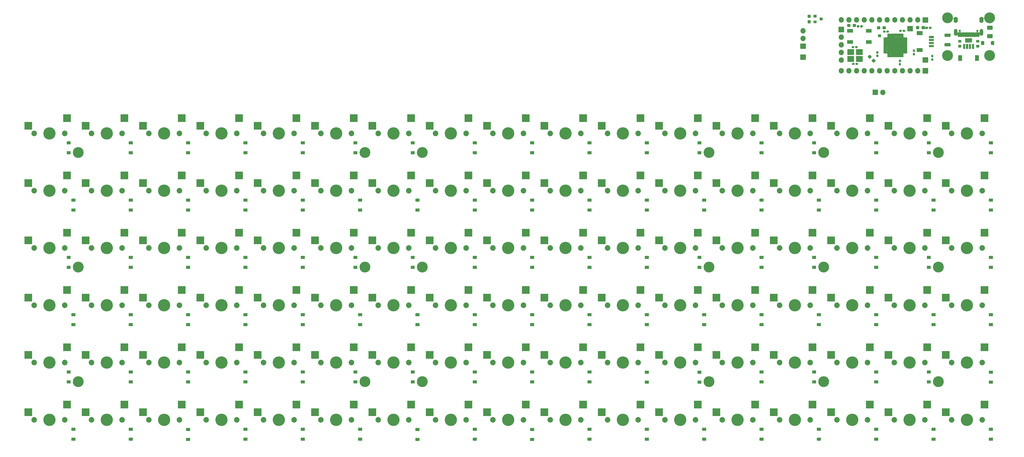
<source format=gbs>
G04 #@! TF.GenerationSoftware,KiCad,Pcbnew,(5.1.10)-1*
G04 #@! TF.CreationDate,2021-12-06T23:46:42-03:00*
G04 #@! TF.ProjectId,Poto-Rev2,506f746f-2d52-4657-9632-2e6b69636164,C3*
G04 #@! TF.SameCoordinates,Original*
G04 #@! TF.FileFunction,Soldermask,Bot*
G04 #@! TF.FilePolarity,Negative*
%FSLAX46Y46*%
G04 Gerber Fmt 4.6, Leading zero omitted, Abs format (unit mm)*
G04 Created by KiCad (PCBNEW (5.1.10)-1) date 2021-12-06 23:46:42*
%MOMM*%
%LPD*%
G01*
G04 APERTURE LIST*
%ADD10C,3.602000*%
%ADD11C,4.089800*%
%ADD12C,1.852000*%
%ADD13R,2.550000X2.500000*%
%ADD14O,1.802000X1.802000*%
%ADD15O,1.202000X2.302000*%
%ADD16O,1.402000X2.002000*%
%ADD17C,0.752000*%
%ADD18C,0.100000*%
G04 APERTURE END LIST*
G36*
G01*
X319838500Y-90365500D02*
X319838500Y-90736500D01*
G75*
G02*
X319653000Y-90922000I-185500J0D01*
G01*
X319157000Y-90922000D01*
G75*
G02*
X318971500Y-90736500I0J185500D01*
G01*
X318971500Y-90365500D01*
G75*
G02*
X319157000Y-90180000I185500J0D01*
G01*
X319653000Y-90180000D01*
G75*
G02*
X319838500Y-90365500I0J-185500D01*
G01*
G37*
G36*
G01*
X320983500Y-90365500D02*
X320983500Y-90736500D01*
G75*
G02*
X320798000Y-90922000I-185500J0D01*
G01*
X320302000Y-90922000D01*
G75*
G02*
X320116500Y-90736500I0J185500D01*
G01*
X320116500Y-90365500D01*
G75*
G02*
X320302000Y-90180000I185500J0D01*
G01*
X320798000Y-90180000D01*
G75*
G02*
X320983500Y-90365500I0J-185500D01*
G01*
G37*
G36*
G01*
X342660500Y-90873500D02*
X342660500Y-91244500D01*
G75*
G02*
X342475000Y-91430000I-185500J0D01*
G01*
X341979000Y-91430000D01*
G75*
G02*
X341793500Y-91244500I0J185500D01*
G01*
X341793500Y-90873500D01*
G75*
G02*
X341979000Y-90688000I185500J0D01*
G01*
X342475000Y-90688000D01*
G75*
G02*
X342660500Y-90873500I0J-185500D01*
G01*
G37*
G36*
G01*
X343805500Y-90873500D02*
X343805500Y-91244500D01*
G75*
G02*
X343620000Y-91430000I-185500J0D01*
G01*
X343124000Y-91430000D01*
G75*
G02*
X342938500Y-91244500I0J185500D01*
G01*
X342938500Y-90873500D01*
G75*
G02*
X343124000Y-90688000I185500J0D01*
G01*
X343620000Y-90688000D01*
G75*
G02*
X343805500Y-90873500I0J-185500D01*
G01*
G37*
D10*
X60325000Y-132556250D03*
X60325000Y-170656250D03*
X60325000Y-208756250D03*
X155575000Y-132556250D03*
X155575000Y-170656250D03*
X155575000Y-208756250D03*
X174625000Y-208756250D03*
X174625000Y-170656250D03*
X174625000Y-132556250D03*
X269875000Y-132556250D03*
X269875000Y-170656250D03*
X269875000Y-208756250D03*
X307975000Y-132556250D03*
X307975000Y-170656250D03*
X307975000Y-208756250D03*
X346075000Y-208756250D03*
X346075000Y-170656250D03*
X346075000Y-132556250D03*
G36*
G01*
X317700500Y-95216500D02*
X317700500Y-96316500D01*
G75*
G02*
X317649500Y-96367500I-51000J0D01*
G01*
X315849500Y-96367500D01*
G75*
G02*
X315798500Y-96316500I0J51000D01*
G01*
X315798500Y-95216500D01*
G75*
G02*
X315849500Y-95165500I51000J0D01*
G01*
X317649500Y-95165500D01*
G75*
G02*
X317700500Y-95216500I0J-51000D01*
G01*
G37*
G36*
G01*
X323900500Y-95216500D02*
X323900500Y-96316500D01*
G75*
G02*
X323849500Y-96367500I-51000J0D01*
G01*
X322049500Y-96367500D01*
G75*
G02*
X321998500Y-96316500I0J51000D01*
G01*
X321998500Y-95216500D01*
G75*
G02*
X322049500Y-95165500I51000J0D01*
G01*
X323849500Y-95165500D01*
G75*
G02*
X323900500Y-95216500I0J-51000D01*
G01*
G37*
G36*
G01*
X317700500Y-91516500D02*
X317700500Y-92616500D01*
G75*
G02*
X317649500Y-92667500I-51000J0D01*
G01*
X315849500Y-92667500D01*
G75*
G02*
X315798500Y-92616500I0J51000D01*
G01*
X315798500Y-91516500D01*
G75*
G02*
X315849500Y-91465500I51000J0D01*
G01*
X317649500Y-91465500D01*
G75*
G02*
X317700500Y-91516500I0J-51000D01*
G01*
G37*
G36*
G01*
X323900500Y-91516500D02*
X323900500Y-92616500D01*
G75*
G02*
X323849500Y-92667500I-51000J0D01*
G01*
X322049500Y-92667500D01*
G75*
G02*
X321998500Y-92616500I0J51000D01*
G01*
X321998500Y-91516500D01*
G75*
G02*
X322049500Y-91465500I51000J0D01*
G01*
X323849500Y-91465500D01*
G75*
G02*
X323900500Y-91516500I0J-51000D01*
G01*
G37*
D11*
X298450000Y-164306250D03*
D12*
X293370000Y-164306250D03*
X303530000Y-164306250D03*
D13*
X291365000Y-161766250D03*
X304265000Y-159226250D03*
D11*
X336550000Y-164306250D03*
D12*
X331470000Y-164306250D03*
X341630000Y-164306250D03*
D13*
X329465000Y-161766250D03*
X342365000Y-159226250D03*
D11*
X260350000Y-164306250D03*
D12*
X255270000Y-164306250D03*
X265430000Y-164306250D03*
D13*
X253265000Y-161766250D03*
X266165000Y-159226250D03*
D11*
X165100000Y-164306250D03*
D12*
X160020000Y-164306250D03*
X170180000Y-164306250D03*
D13*
X158015000Y-161766250D03*
X170915000Y-159226250D03*
D11*
X355600000Y-126206250D03*
D12*
X350520000Y-126206250D03*
X360680000Y-126206250D03*
D13*
X348515000Y-123666250D03*
X361415000Y-121126250D03*
D14*
X327660000Y-112522000D03*
G36*
G01*
X324270000Y-111621000D02*
X325970000Y-111621000D01*
G75*
G02*
X326021000Y-111672000I0J-51000D01*
G01*
X326021000Y-113372000D01*
G75*
G02*
X325970000Y-113423000I-51000J0D01*
G01*
X324270000Y-113423000D01*
G75*
G02*
X324219000Y-113372000I0J51000D01*
G01*
X324219000Y-111672000D01*
G75*
G02*
X324270000Y-111621000I51000J0D01*
G01*
G37*
X301117000Y-92075000D03*
X301117000Y-94615000D03*
G36*
G01*
X300216000Y-98005000D02*
X300216000Y-96305000D01*
G75*
G02*
X300267000Y-96254000I51000J0D01*
G01*
X301967000Y-96254000D01*
G75*
G02*
X302018000Y-96305000I0J-51000D01*
G01*
X302018000Y-98005000D01*
G75*
G02*
X301967000Y-98056000I-51000J0D01*
G01*
X300267000Y-98056000D01*
G75*
G02*
X300216000Y-98005000I0J51000D01*
G01*
G37*
G36*
G01*
X300216000Y-101656250D02*
X300216000Y-99956250D01*
G75*
G02*
X300267000Y-99905250I51000J0D01*
G01*
X301967000Y-99905250D01*
G75*
G02*
X302018000Y-99956250I0J-51000D01*
G01*
X302018000Y-101656250D01*
G75*
G02*
X301967000Y-101707250I-51000J0D01*
G01*
X300267000Y-101707250D01*
G75*
G02*
X300216000Y-101656250I0J51000D01*
G01*
G37*
D11*
X107950000Y-164306250D03*
D12*
X102870000Y-164306250D03*
X113030000Y-164306250D03*
D13*
X100865000Y-161766250D03*
X113765000Y-159226250D03*
D11*
X107950000Y-126206250D03*
D12*
X102870000Y-126206250D03*
X113030000Y-126206250D03*
D13*
X100865000Y-123666250D03*
X113765000Y-121126250D03*
D11*
X88900000Y-126206250D03*
D12*
X83820000Y-126206250D03*
X93980000Y-126206250D03*
D13*
X81815000Y-123666250D03*
X94715000Y-121126250D03*
D11*
X69850000Y-145256250D03*
D12*
X64770000Y-145256250D03*
X74930000Y-145256250D03*
D13*
X62765000Y-142716250D03*
X75665000Y-140176250D03*
D11*
X69850000Y-202406250D03*
D12*
X64770000Y-202406250D03*
X74930000Y-202406250D03*
D13*
X62765000Y-199866250D03*
X75665000Y-197326250D03*
D11*
X50800000Y-202406250D03*
D12*
X45720000Y-202406250D03*
X55880000Y-202406250D03*
D13*
X43715000Y-199866250D03*
X56615000Y-197326250D03*
D11*
X88900000Y-183356250D03*
D12*
X83820000Y-183356250D03*
X93980000Y-183356250D03*
D13*
X81815000Y-180816250D03*
X94715000Y-178276250D03*
G36*
G01*
X306600750Y-88538000D02*
X306600750Y-87738000D01*
G75*
G02*
X306651750Y-87687000I51000J0D01*
G01*
X307551750Y-87687000D01*
G75*
G02*
X307602750Y-87738000I0J-51000D01*
G01*
X307602750Y-88538000D01*
G75*
G02*
X307551750Y-88589000I-51000J0D01*
G01*
X306651750Y-88589000D01*
G75*
G02*
X306600750Y-88538000I0J51000D01*
G01*
G37*
G36*
G01*
X304600750Y-87588000D02*
X304600750Y-86788000D01*
G75*
G02*
X304651750Y-86737000I51000J0D01*
G01*
X305551750Y-86737000D01*
G75*
G02*
X305602750Y-86788000I0J-51000D01*
G01*
X305602750Y-87588000D01*
G75*
G02*
X305551750Y-87639000I-51000J0D01*
G01*
X304651750Y-87639000D01*
G75*
G02*
X304600750Y-87588000I0J51000D01*
G01*
G37*
G36*
G01*
X304600750Y-89488000D02*
X304600750Y-88688000D01*
G75*
G02*
X304651750Y-88637000I51000J0D01*
G01*
X305551750Y-88637000D01*
G75*
G02*
X305602750Y-88688000I0J-51000D01*
G01*
X305602750Y-89488000D01*
G75*
G02*
X305551750Y-89539000I-51000J0D01*
G01*
X304651750Y-89539000D01*
G75*
G02*
X304600750Y-89488000I0J51000D01*
G01*
G37*
G36*
G01*
X302886000Y-88512000D02*
X303412000Y-88512000D01*
G75*
G02*
X303675000Y-88775000I0J-263000D01*
G01*
X303675000Y-89326000D01*
G75*
G02*
X303412000Y-89589000I-263000J0D01*
G01*
X302886000Y-89589000D01*
G75*
G02*
X302623000Y-89326000I0J263000D01*
G01*
X302623000Y-88775000D01*
G75*
G02*
X302886000Y-88512000I263000J0D01*
G01*
G37*
G36*
G01*
X302886000Y-86687000D02*
X303412000Y-86687000D01*
G75*
G02*
X303675000Y-86950000I0J-263000D01*
G01*
X303675000Y-87501000D01*
G75*
G02*
X303412000Y-87764000I-263000J0D01*
G01*
X302886000Y-87764000D01*
G75*
G02*
X302623000Y-87501000I0J263000D01*
G01*
X302623000Y-86950000D01*
G75*
G02*
X302886000Y-86687000I263000J0D01*
G01*
G37*
D11*
X50800000Y-126206250D03*
D12*
X45720000Y-126206250D03*
X55880000Y-126206250D03*
D13*
X43715000Y-123666250D03*
X56615000Y-121126250D03*
D11*
X69850000Y-164306250D03*
D12*
X64770000Y-164306250D03*
X74930000Y-164306250D03*
D13*
X62765000Y-161766250D03*
X75665000Y-159226250D03*
G36*
G01*
X337766500Y-98264500D02*
X338127500Y-98264500D01*
G75*
G02*
X338308000Y-98445000I0J-180500D01*
G01*
X338308000Y-98921000D01*
G75*
G02*
X338127500Y-99101500I-180500J0D01*
G01*
X337766500Y-99101500D01*
G75*
G02*
X337586000Y-98921000I0J180500D01*
G01*
X337586000Y-98445000D01*
G75*
G02*
X337766500Y-98264500I180500J0D01*
G01*
G37*
G36*
G01*
X337766500Y-99399500D02*
X338127500Y-99399500D01*
G75*
G02*
X338308000Y-99580000I0J-180500D01*
G01*
X338308000Y-100056000D01*
G75*
G02*
X338127500Y-100236500I-180500J0D01*
G01*
X337766500Y-100236500D01*
G75*
G02*
X337586000Y-100056000I0J180500D01*
G01*
X337586000Y-99580000D01*
G75*
G02*
X337766500Y-99399500I180500J0D01*
G01*
G37*
D11*
X165100000Y-221456250D03*
D12*
X160020000Y-221456250D03*
X170180000Y-221456250D03*
D13*
X158015000Y-218916250D03*
X170915000Y-216376250D03*
D11*
X203200000Y-145256250D03*
D12*
X198120000Y-145256250D03*
X208280000Y-145256250D03*
D13*
X196115000Y-142716250D03*
X209015000Y-140176250D03*
D11*
X184150000Y-221456250D03*
D12*
X179070000Y-221456250D03*
X189230000Y-221456250D03*
D13*
X177065000Y-218916250D03*
X189965000Y-216376250D03*
D11*
X203200000Y-202406250D03*
D12*
X198120000Y-202406250D03*
X208280000Y-202406250D03*
D13*
X196115000Y-199866250D03*
X209015000Y-197326250D03*
D11*
X184150000Y-202406250D03*
D12*
X179070000Y-202406250D03*
X189230000Y-202406250D03*
D13*
X177065000Y-199866250D03*
X189965000Y-197326250D03*
D11*
X69850000Y-221456250D03*
D12*
X64770000Y-221456250D03*
X74930000Y-221456250D03*
D13*
X62765000Y-218916250D03*
X75665000Y-216376250D03*
D11*
X88900000Y-202406250D03*
D12*
X83820000Y-202406250D03*
X93980000Y-202406250D03*
D13*
X81815000Y-199866250D03*
X94715000Y-197326250D03*
D11*
X184150000Y-126206250D03*
D12*
X179070000Y-126206250D03*
X189230000Y-126206250D03*
D13*
X177065000Y-123666250D03*
X189965000Y-121126250D03*
D11*
X184150000Y-183356250D03*
D12*
X179070000Y-183356250D03*
X189230000Y-183356250D03*
D13*
X177065000Y-180816250D03*
X189965000Y-178276250D03*
D11*
X165100000Y-126206250D03*
D12*
X160020000Y-126206250D03*
X170180000Y-126206250D03*
D13*
X158015000Y-123666250D03*
X170915000Y-121126250D03*
D11*
X165100000Y-145256250D03*
D12*
X160020000Y-145256250D03*
X170180000Y-145256250D03*
D13*
X158015000Y-142716250D03*
X170915000Y-140176250D03*
D11*
X184150000Y-164306250D03*
D12*
X179070000Y-164306250D03*
X189230000Y-164306250D03*
D13*
X177065000Y-161766250D03*
X189965000Y-159226250D03*
D11*
X165100000Y-202406250D03*
D12*
X160020000Y-202406250D03*
X170180000Y-202406250D03*
D13*
X158015000Y-199866250D03*
X170915000Y-197326250D03*
D11*
X203200000Y-183356250D03*
D12*
X198120000Y-183356250D03*
X208280000Y-183356250D03*
D13*
X196115000Y-180816250D03*
X209015000Y-178276250D03*
D11*
X165100000Y-183356250D03*
D12*
X160020000Y-183356250D03*
X170180000Y-183356250D03*
D13*
X158015000Y-180816250D03*
X170915000Y-178276250D03*
D11*
X203200000Y-221456250D03*
D12*
X198120000Y-221456250D03*
X208280000Y-221456250D03*
D13*
X196115000Y-218916250D03*
X209015000Y-216376250D03*
G36*
G01*
X335713500Y-94313000D02*
X335713500Y-94489000D01*
G75*
G02*
X335625500Y-94577000I-88000J0D01*
G01*
X334624500Y-94577000D01*
G75*
G02*
X334536500Y-94489000I0J88000D01*
G01*
X334536500Y-94313000D01*
G75*
G02*
X334624500Y-94225000I88000J0D01*
G01*
X335625500Y-94225000D01*
G75*
G02*
X335713500Y-94313000I0J-88000D01*
G01*
G37*
G36*
G01*
X335713500Y-94813000D02*
X335713500Y-94989000D01*
G75*
G02*
X335625500Y-95077000I-88000J0D01*
G01*
X334624500Y-95077000D01*
G75*
G02*
X334536500Y-94989000I0J88000D01*
G01*
X334536500Y-94813000D01*
G75*
G02*
X334624500Y-94725000I88000J0D01*
G01*
X335625500Y-94725000D01*
G75*
G02*
X335713500Y-94813000I0J-88000D01*
G01*
G37*
G36*
G01*
X335713500Y-95313000D02*
X335713500Y-95489000D01*
G75*
G02*
X335625500Y-95577000I-88000J0D01*
G01*
X334624500Y-95577000D01*
G75*
G02*
X334536500Y-95489000I0J88000D01*
G01*
X334536500Y-95313000D01*
G75*
G02*
X334624500Y-95225000I88000J0D01*
G01*
X335625500Y-95225000D01*
G75*
G02*
X335713500Y-95313000I0J-88000D01*
G01*
G37*
G36*
G01*
X335713500Y-95813000D02*
X335713500Y-95989000D01*
G75*
G02*
X335625500Y-96077000I-88000J0D01*
G01*
X334624500Y-96077000D01*
G75*
G02*
X334536500Y-95989000I0J88000D01*
G01*
X334536500Y-95813000D01*
G75*
G02*
X334624500Y-95725000I88000J0D01*
G01*
X335625500Y-95725000D01*
G75*
G02*
X335713500Y-95813000I0J-88000D01*
G01*
G37*
G36*
G01*
X335713500Y-96313000D02*
X335713500Y-96489000D01*
G75*
G02*
X335625500Y-96577000I-88000J0D01*
G01*
X334624500Y-96577000D01*
G75*
G02*
X334536500Y-96489000I0J88000D01*
G01*
X334536500Y-96313000D01*
G75*
G02*
X334624500Y-96225000I88000J0D01*
G01*
X335625500Y-96225000D01*
G75*
G02*
X335713500Y-96313000I0J-88000D01*
G01*
G37*
G36*
G01*
X335713500Y-96813000D02*
X335713500Y-96989000D01*
G75*
G02*
X335625500Y-97077000I-88000J0D01*
G01*
X334624500Y-97077000D01*
G75*
G02*
X334536500Y-96989000I0J88000D01*
G01*
X334536500Y-96813000D01*
G75*
G02*
X334624500Y-96725000I88000J0D01*
G01*
X335625500Y-96725000D01*
G75*
G02*
X335713500Y-96813000I0J-88000D01*
G01*
G37*
G36*
G01*
X335713500Y-97313000D02*
X335713500Y-97489000D01*
G75*
G02*
X335625500Y-97577000I-88000J0D01*
G01*
X334624500Y-97577000D01*
G75*
G02*
X334536500Y-97489000I0J88000D01*
G01*
X334536500Y-97313000D01*
G75*
G02*
X334624500Y-97225000I88000J0D01*
G01*
X335625500Y-97225000D01*
G75*
G02*
X335713500Y-97313000I0J-88000D01*
G01*
G37*
G36*
G01*
X335713500Y-97813000D02*
X335713500Y-97989000D01*
G75*
G02*
X335625500Y-98077000I-88000J0D01*
G01*
X334624500Y-98077000D01*
G75*
G02*
X334536500Y-97989000I0J88000D01*
G01*
X334536500Y-97813000D01*
G75*
G02*
X334624500Y-97725000I88000J0D01*
G01*
X335625500Y-97725000D01*
G75*
G02*
X335713500Y-97813000I0J-88000D01*
G01*
G37*
G36*
G01*
X335713500Y-98313000D02*
X335713500Y-98489000D01*
G75*
G02*
X335625500Y-98577000I-88000J0D01*
G01*
X334624500Y-98577000D01*
G75*
G02*
X334536500Y-98489000I0J88000D01*
G01*
X334536500Y-98313000D01*
G75*
G02*
X334624500Y-98225000I88000J0D01*
G01*
X335625500Y-98225000D01*
G75*
G02*
X335713500Y-98313000I0J-88000D01*
G01*
G37*
G36*
G01*
X335713500Y-98813000D02*
X335713500Y-98989000D01*
G75*
G02*
X335625500Y-99077000I-88000J0D01*
G01*
X334624500Y-99077000D01*
G75*
G02*
X334536500Y-98989000I0J88000D01*
G01*
X334536500Y-98813000D01*
G75*
G02*
X334624500Y-98725000I88000J0D01*
G01*
X335625500Y-98725000D01*
G75*
G02*
X335713500Y-98813000I0J-88000D01*
G01*
G37*
G36*
G01*
X335713500Y-99313000D02*
X335713500Y-99489000D01*
G75*
G02*
X335625500Y-99577000I-88000J0D01*
G01*
X334624500Y-99577000D01*
G75*
G02*
X334536500Y-99489000I0J88000D01*
G01*
X334536500Y-99313000D01*
G75*
G02*
X334624500Y-99225000I88000J0D01*
G01*
X335625500Y-99225000D01*
G75*
G02*
X335713500Y-99313000I0J-88000D01*
G01*
G37*
G36*
G01*
X334463500Y-99738000D02*
X334463500Y-100739000D01*
G75*
G02*
X334375500Y-100827000I-88000J0D01*
G01*
X334199500Y-100827000D01*
G75*
G02*
X334111500Y-100739000I0J88000D01*
G01*
X334111500Y-99738000D01*
G75*
G02*
X334199500Y-99650000I88000J0D01*
G01*
X334375500Y-99650000D01*
G75*
G02*
X334463500Y-99738000I0J-88000D01*
G01*
G37*
G36*
G01*
X333963500Y-99738000D02*
X333963500Y-100739000D01*
G75*
G02*
X333875500Y-100827000I-88000J0D01*
G01*
X333699500Y-100827000D01*
G75*
G02*
X333611500Y-100739000I0J88000D01*
G01*
X333611500Y-99738000D01*
G75*
G02*
X333699500Y-99650000I88000J0D01*
G01*
X333875500Y-99650000D01*
G75*
G02*
X333963500Y-99738000I0J-88000D01*
G01*
G37*
G36*
G01*
X333463500Y-99738000D02*
X333463500Y-100739000D01*
G75*
G02*
X333375500Y-100827000I-88000J0D01*
G01*
X333199500Y-100827000D01*
G75*
G02*
X333111500Y-100739000I0J88000D01*
G01*
X333111500Y-99738000D01*
G75*
G02*
X333199500Y-99650000I88000J0D01*
G01*
X333375500Y-99650000D01*
G75*
G02*
X333463500Y-99738000I0J-88000D01*
G01*
G37*
G36*
G01*
X332963500Y-99738000D02*
X332963500Y-100739000D01*
G75*
G02*
X332875500Y-100827000I-88000J0D01*
G01*
X332699500Y-100827000D01*
G75*
G02*
X332611500Y-100739000I0J88000D01*
G01*
X332611500Y-99738000D01*
G75*
G02*
X332699500Y-99650000I88000J0D01*
G01*
X332875500Y-99650000D01*
G75*
G02*
X332963500Y-99738000I0J-88000D01*
G01*
G37*
G36*
G01*
X332463500Y-99738000D02*
X332463500Y-100739000D01*
G75*
G02*
X332375500Y-100827000I-88000J0D01*
G01*
X332199500Y-100827000D01*
G75*
G02*
X332111500Y-100739000I0J88000D01*
G01*
X332111500Y-99738000D01*
G75*
G02*
X332199500Y-99650000I88000J0D01*
G01*
X332375500Y-99650000D01*
G75*
G02*
X332463500Y-99738000I0J-88000D01*
G01*
G37*
G36*
G01*
X331963500Y-99738000D02*
X331963500Y-100739000D01*
G75*
G02*
X331875500Y-100827000I-88000J0D01*
G01*
X331699500Y-100827000D01*
G75*
G02*
X331611500Y-100739000I0J88000D01*
G01*
X331611500Y-99738000D01*
G75*
G02*
X331699500Y-99650000I88000J0D01*
G01*
X331875500Y-99650000D01*
G75*
G02*
X331963500Y-99738000I0J-88000D01*
G01*
G37*
G36*
G01*
X331463500Y-99738000D02*
X331463500Y-100739000D01*
G75*
G02*
X331375500Y-100827000I-88000J0D01*
G01*
X331199500Y-100827000D01*
G75*
G02*
X331111500Y-100739000I0J88000D01*
G01*
X331111500Y-99738000D01*
G75*
G02*
X331199500Y-99650000I88000J0D01*
G01*
X331375500Y-99650000D01*
G75*
G02*
X331463500Y-99738000I0J-88000D01*
G01*
G37*
G36*
G01*
X330963500Y-99738000D02*
X330963500Y-100739000D01*
G75*
G02*
X330875500Y-100827000I-88000J0D01*
G01*
X330699500Y-100827000D01*
G75*
G02*
X330611500Y-100739000I0J88000D01*
G01*
X330611500Y-99738000D01*
G75*
G02*
X330699500Y-99650000I88000J0D01*
G01*
X330875500Y-99650000D01*
G75*
G02*
X330963500Y-99738000I0J-88000D01*
G01*
G37*
G36*
G01*
X330463500Y-99738000D02*
X330463500Y-100739000D01*
G75*
G02*
X330375500Y-100827000I-88000J0D01*
G01*
X330199500Y-100827000D01*
G75*
G02*
X330111500Y-100739000I0J88000D01*
G01*
X330111500Y-99738000D01*
G75*
G02*
X330199500Y-99650000I88000J0D01*
G01*
X330375500Y-99650000D01*
G75*
G02*
X330463500Y-99738000I0J-88000D01*
G01*
G37*
G36*
G01*
X329963500Y-99738000D02*
X329963500Y-100739000D01*
G75*
G02*
X329875500Y-100827000I-88000J0D01*
G01*
X329699500Y-100827000D01*
G75*
G02*
X329611500Y-100739000I0J88000D01*
G01*
X329611500Y-99738000D01*
G75*
G02*
X329699500Y-99650000I88000J0D01*
G01*
X329875500Y-99650000D01*
G75*
G02*
X329963500Y-99738000I0J-88000D01*
G01*
G37*
G36*
G01*
X329463500Y-99738000D02*
X329463500Y-100739000D01*
G75*
G02*
X329375500Y-100827000I-88000J0D01*
G01*
X329199500Y-100827000D01*
G75*
G02*
X329111500Y-100739000I0J88000D01*
G01*
X329111500Y-99738000D01*
G75*
G02*
X329199500Y-99650000I88000J0D01*
G01*
X329375500Y-99650000D01*
G75*
G02*
X329463500Y-99738000I0J-88000D01*
G01*
G37*
G36*
G01*
X329038500Y-99313000D02*
X329038500Y-99489000D01*
G75*
G02*
X328950500Y-99577000I-88000J0D01*
G01*
X327949500Y-99577000D01*
G75*
G02*
X327861500Y-99489000I0J88000D01*
G01*
X327861500Y-99313000D01*
G75*
G02*
X327949500Y-99225000I88000J0D01*
G01*
X328950500Y-99225000D01*
G75*
G02*
X329038500Y-99313000I0J-88000D01*
G01*
G37*
G36*
G01*
X329038500Y-98813000D02*
X329038500Y-98989000D01*
G75*
G02*
X328950500Y-99077000I-88000J0D01*
G01*
X327949500Y-99077000D01*
G75*
G02*
X327861500Y-98989000I0J88000D01*
G01*
X327861500Y-98813000D01*
G75*
G02*
X327949500Y-98725000I88000J0D01*
G01*
X328950500Y-98725000D01*
G75*
G02*
X329038500Y-98813000I0J-88000D01*
G01*
G37*
G36*
G01*
X329038500Y-98313000D02*
X329038500Y-98489000D01*
G75*
G02*
X328950500Y-98577000I-88000J0D01*
G01*
X327949500Y-98577000D01*
G75*
G02*
X327861500Y-98489000I0J88000D01*
G01*
X327861500Y-98313000D01*
G75*
G02*
X327949500Y-98225000I88000J0D01*
G01*
X328950500Y-98225000D01*
G75*
G02*
X329038500Y-98313000I0J-88000D01*
G01*
G37*
G36*
G01*
X329038500Y-97813000D02*
X329038500Y-97989000D01*
G75*
G02*
X328950500Y-98077000I-88000J0D01*
G01*
X327949500Y-98077000D01*
G75*
G02*
X327861500Y-97989000I0J88000D01*
G01*
X327861500Y-97813000D01*
G75*
G02*
X327949500Y-97725000I88000J0D01*
G01*
X328950500Y-97725000D01*
G75*
G02*
X329038500Y-97813000I0J-88000D01*
G01*
G37*
G36*
G01*
X329038500Y-97313000D02*
X329038500Y-97489000D01*
G75*
G02*
X328950500Y-97577000I-88000J0D01*
G01*
X327949500Y-97577000D01*
G75*
G02*
X327861500Y-97489000I0J88000D01*
G01*
X327861500Y-97313000D01*
G75*
G02*
X327949500Y-97225000I88000J0D01*
G01*
X328950500Y-97225000D01*
G75*
G02*
X329038500Y-97313000I0J-88000D01*
G01*
G37*
G36*
G01*
X329038500Y-96813000D02*
X329038500Y-96989000D01*
G75*
G02*
X328950500Y-97077000I-88000J0D01*
G01*
X327949500Y-97077000D01*
G75*
G02*
X327861500Y-96989000I0J88000D01*
G01*
X327861500Y-96813000D01*
G75*
G02*
X327949500Y-96725000I88000J0D01*
G01*
X328950500Y-96725000D01*
G75*
G02*
X329038500Y-96813000I0J-88000D01*
G01*
G37*
G36*
G01*
X329038500Y-96313000D02*
X329038500Y-96489000D01*
G75*
G02*
X328950500Y-96577000I-88000J0D01*
G01*
X327949500Y-96577000D01*
G75*
G02*
X327861500Y-96489000I0J88000D01*
G01*
X327861500Y-96313000D01*
G75*
G02*
X327949500Y-96225000I88000J0D01*
G01*
X328950500Y-96225000D01*
G75*
G02*
X329038500Y-96313000I0J-88000D01*
G01*
G37*
G36*
G01*
X329038500Y-95813000D02*
X329038500Y-95989000D01*
G75*
G02*
X328950500Y-96077000I-88000J0D01*
G01*
X327949500Y-96077000D01*
G75*
G02*
X327861500Y-95989000I0J88000D01*
G01*
X327861500Y-95813000D01*
G75*
G02*
X327949500Y-95725000I88000J0D01*
G01*
X328950500Y-95725000D01*
G75*
G02*
X329038500Y-95813000I0J-88000D01*
G01*
G37*
G36*
G01*
X329038500Y-95313000D02*
X329038500Y-95489000D01*
G75*
G02*
X328950500Y-95577000I-88000J0D01*
G01*
X327949500Y-95577000D01*
G75*
G02*
X327861500Y-95489000I0J88000D01*
G01*
X327861500Y-95313000D01*
G75*
G02*
X327949500Y-95225000I88000J0D01*
G01*
X328950500Y-95225000D01*
G75*
G02*
X329038500Y-95313000I0J-88000D01*
G01*
G37*
G36*
G01*
X329038500Y-94813000D02*
X329038500Y-94989000D01*
G75*
G02*
X328950500Y-95077000I-88000J0D01*
G01*
X327949500Y-95077000D01*
G75*
G02*
X327861500Y-94989000I0J88000D01*
G01*
X327861500Y-94813000D01*
G75*
G02*
X327949500Y-94725000I88000J0D01*
G01*
X328950500Y-94725000D01*
G75*
G02*
X329038500Y-94813000I0J-88000D01*
G01*
G37*
G36*
G01*
X329038500Y-94313000D02*
X329038500Y-94489000D01*
G75*
G02*
X328950500Y-94577000I-88000J0D01*
G01*
X327949500Y-94577000D01*
G75*
G02*
X327861500Y-94489000I0J88000D01*
G01*
X327861500Y-94313000D01*
G75*
G02*
X327949500Y-94225000I88000J0D01*
G01*
X328950500Y-94225000D01*
G75*
G02*
X329038500Y-94313000I0J-88000D01*
G01*
G37*
G36*
G01*
X329463500Y-93063000D02*
X329463500Y-94064000D01*
G75*
G02*
X329375500Y-94152000I-88000J0D01*
G01*
X329199500Y-94152000D01*
G75*
G02*
X329111500Y-94064000I0J88000D01*
G01*
X329111500Y-93063000D01*
G75*
G02*
X329199500Y-92975000I88000J0D01*
G01*
X329375500Y-92975000D01*
G75*
G02*
X329463500Y-93063000I0J-88000D01*
G01*
G37*
G36*
G01*
X329963500Y-93063000D02*
X329963500Y-94064000D01*
G75*
G02*
X329875500Y-94152000I-88000J0D01*
G01*
X329699500Y-94152000D01*
G75*
G02*
X329611500Y-94064000I0J88000D01*
G01*
X329611500Y-93063000D01*
G75*
G02*
X329699500Y-92975000I88000J0D01*
G01*
X329875500Y-92975000D01*
G75*
G02*
X329963500Y-93063000I0J-88000D01*
G01*
G37*
G36*
G01*
X330463500Y-93063000D02*
X330463500Y-94064000D01*
G75*
G02*
X330375500Y-94152000I-88000J0D01*
G01*
X330199500Y-94152000D01*
G75*
G02*
X330111500Y-94064000I0J88000D01*
G01*
X330111500Y-93063000D01*
G75*
G02*
X330199500Y-92975000I88000J0D01*
G01*
X330375500Y-92975000D01*
G75*
G02*
X330463500Y-93063000I0J-88000D01*
G01*
G37*
G36*
G01*
X330963500Y-93063000D02*
X330963500Y-94064000D01*
G75*
G02*
X330875500Y-94152000I-88000J0D01*
G01*
X330699500Y-94152000D01*
G75*
G02*
X330611500Y-94064000I0J88000D01*
G01*
X330611500Y-93063000D01*
G75*
G02*
X330699500Y-92975000I88000J0D01*
G01*
X330875500Y-92975000D01*
G75*
G02*
X330963500Y-93063000I0J-88000D01*
G01*
G37*
G36*
G01*
X331463500Y-93063000D02*
X331463500Y-94064000D01*
G75*
G02*
X331375500Y-94152000I-88000J0D01*
G01*
X331199500Y-94152000D01*
G75*
G02*
X331111500Y-94064000I0J88000D01*
G01*
X331111500Y-93063000D01*
G75*
G02*
X331199500Y-92975000I88000J0D01*
G01*
X331375500Y-92975000D01*
G75*
G02*
X331463500Y-93063000I0J-88000D01*
G01*
G37*
G36*
G01*
X331963500Y-93063000D02*
X331963500Y-94064000D01*
G75*
G02*
X331875500Y-94152000I-88000J0D01*
G01*
X331699500Y-94152000D01*
G75*
G02*
X331611500Y-94064000I0J88000D01*
G01*
X331611500Y-93063000D01*
G75*
G02*
X331699500Y-92975000I88000J0D01*
G01*
X331875500Y-92975000D01*
G75*
G02*
X331963500Y-93063000I0J-88000D01*
G01*
G37*
G36*
G01*
X332463500Y-93063000D02*
X332463500Y-94064000D01*
G75*
G02*
X332375500Y-94152000I-88000J0D01*
G01*
X332199500Y-94152000D01*
G75*
G02*
X332111500Y-94064000I0J88000D01*
G01*
X332111500Y-93063000D01*
G75*
G02*
X332199500Y-92975000I88000J0D01*
G01*
X332375500Y-92975000D01*
G75*
G02*
X332463500Y-93063000I0J-88000D01*
G01*
G37*
G36*
G01*
X332963500Y-93063000D02*
X332963500Y-94064000D01*
G75*
G02*
X332875500Y-94152000I-88000J0D01*
G01*
X332699500Y-94152000D01*
G75*
G02*
X332611500Y-94064000I0J88000D01*
G01*
X332611500Y-93063000D01*
G75*
G02*
X332699500Y-92975000I88000J0D01*
G01*
X332875500Y-92975000D01*
G75*
G02*
X332963500Y-93063000I0J-88000D01*
G01*
G37*
G36*
G01*
X333463500Y-93063000D02*
X333463500Y-94064000D01*
G75*
G02*
X333375500Y-94152000I-88000J0D01*
G01*
X333199500Y-94152000D01*
G75*
G02*
X333111500Y-94064000I0J88000D01*
G01*
X333111500Y-93063000D01*
G75*
G02*
X333199500Y-92975000I88000J0D01*
G01*
X333375500Y-92975000D01*
G75*
G02*
X333463500Y-93063000I0J-88000D01*
G01*
G37*
G36*
G01*
X333963500Y-93063000D02*
X333963500Y-94064000D01*
G75*
G02*
X333875500Y-94152000I-88000J0D01*
G01*
X333699500Y-94152000D01*
G75*
G02*
X333611500Y-94064000I0J88000D01*
G01*
X333611500Y-93063000D01*
G75*
G02*
X333699500Y-92975000I88000J0D01*
G01*
X333875500Y-92975000D01*
G75*
G02*
X333963500Y-93063000I0J-88000D01*
G01*
G37*
G36*
G01*
X334463500Y-93063000D02*
X334463500Y-94064000D01*
G75*
G02*
X334375500Y-94152000I-88000J0D01*
G01*
X334199500Y-94152000D01*
G75*
G02*
X334111500Y-94064000I0J88000D01*
G01*
X334111500Y-93063000D01*
G75*
G02*
X334199500Y-92975000I88000J0D01*
G01*
X334375500Y-92975000D01*
G75*
G02*
X334463500Y-93063000I0J-88000D01*
G01*
G37*
G36*
G01*
X334438500Y-94300999D02*
X334438500Y-99501001D01*
G75*
G02*
X334387501Y-99552000I-50999J0D01*
G01*
X329187499Y-99552000D01*
G75*
G02*
X329136500Y-99501001I0J50999D01*
G01*
X329136500Y-94300999D01*
G75*
G02*
X329187499Y-94250000I50999J0D01*
G01*
X334387501Y-94250000D01*
G75*
G02*
X334438500Y-94300999I0J-50999D01*
G01*
G37*
G36*
G01*
X335776000Y-92163000D02*
X335776000Y-90463000D01*
G75*
G02*
X335827000Y-90412000I51000J0D01*
G01*
X337527000Y-90412000D01*
G75*
G02*
X337578000Y-90463000I0J-51000D01*
G01*
X337578000Y-92163000D01*
G75*
G02*
X337527000Y-92214000I-51000J0D01*
G01*
X335827000Y-92214000D01*
G75*
G02*
X335776000Y-92163000I0J51000D01*
G01*
G37*
G36*
G01*
X314718000Y-90780500D02*
X314718000Y-92480500D01*
G75*
G02*
X314667000Y-92531500I-51000J0D01*
G01*
X312967000Y-92531500D01*
G75*
G02*
X312916000Y-92480500I0J51000D01*
G01*
X312916000Y-90780500D01*
G75*
G02*
X312967000Y-90729500I51000J0D01*
G01*
X314667000Y-90729500D01*
G75*
G02*
X314718000Y-90780500I0J-51000D01*
G01*
G37*
D14*
X313817000Y-94170500D03*
X313817000Y-96710500D03*
X313817000Y-99250500D03*
X313817000Y-101790500D03*
G36*
G01*
X329662000Y-92148500D02*
X329662000Y-92509500D01*
G75*
G02*
X329481500Y-92690000I-180500J0D01*
G01*
X329005500Y-92690000D01*
G75*
G02*
X328825000Y-92509500I0J180500D01*
G01*
X328825000Y-92148500D01*
G75*
G02*
X329005500Y-91968000I180500J0D01*
G01*
X329481500Y-91968000D01*
G75*
G02*
X329662000Y-92148500I0J-180500D01*
G01*
G37*
G36*
G01*
X328527000Y-92148500D02*
X328527000Y-92509500D01*
G75*
G02*
X328346500Y-92690000I-180500J0D01*
G01*
X327870500Y-92690000D01*
G75*
G02*
X327690000Y-92509500I0J180500D01*
G01*
X327690000Y-92148500D01*
G75*
G02*
X327870500Y-91968000I180500J0D01*
G01*
X328346500Y-91968000D01*
G75*
G02*
X328527000Y-92148500I0J-180500D01*
G01*
G37*
G36*
G01*
X326041000Y-94151000D02*
X326041000Y-93301000D01*
G75*
G02*
X326092000Y-93250000I51000J0D01*
G01*
X326942000Y-93250000D01*
G75*
G02*
X326993000Y-93301000I0J-51000D01*
G01*
X326993000Y-94151000D01*
G75*
G02*
X326942000Y-94202000I-51000J0D01*
G01*
X326092000Y-94202000D01*
G75*
G02*
X326041000Y-94151000I0J51000D01*
G01*
G37*
G36*
G01*
X333131000Y-101630000D02*
X333492000Y-101630000D01*
G75*
G02*
X333672500Y-101810500I0J-180500D01*
G01*
X333672500Y-102286500D01*
G75*
G02*
X333492000Y-102467000I-180500J0D01*
G01*
X333131000Y-102467000D01*
G75*
G02*
X332950500Y-102286500I0J180500D01*
G01*
X332950500Y-101810500D01*
G75*
G02*
X333131000Y-101630000I180500J0D01*
G01*
G37*
G36*
G01*
X333131000Y-102765000D02*
X333492000Y-102765000D01*
G75*
G02*
X333672500Y-102945500I0J-180500D01*
G01*
X333672500Y-103421500D01*
G75*
G02*
X333492000Y-103602000I-180500J0D01*
G01*
X333131000Y-103602000D01*
G75*
G02*
X332950500Y-103421500I0J180500D01*
G01*
X332950500Y-102945500D01*
G75*
G02*
X333131000Y-102765000I180500J0D01*
G01*
G37*
G36*
G01*
X333083500Y-92255500D02*
X333083500Y-91894500D01*
G75*
G02*
X333264000Y-91714000I180500J0D01*
G01*
X333740000Y-91714000D01*
G75*
G02*
X333920500Y-91894500I0J-180500D01*
G01*
X333920500Y-92255500D01*
G75*
G02*
X333740000Y-92436000I-180500J0D01*
G01*
X333264000Y-92436000D01*
G75*
G02*
X333083500Y-92255500I0J180500D01*
G01*
G37*
G36*
G01*
X334218500Y-92255500D02*
X334218500Y-91894500D01*
G75*
G02*
X334399000Y-91714000I180500J0D01*
G01*
X334875000Y-91714000D01*
G75*
G02*
X335055500Y-91894500I0J-180500D01*
G01*
X335055500Y-92255500D01*
G75*
G02*
X334875000Y-92436000I-180500J0D01*
G01*
X334399000Y-92436000D01*
G75*
G02*
X334218500Y-92255500I0J180500D01*
G01*
G37*
G36*
G01*
X319375000Y-102880000D02*
X319375000Y-103241000D01*
G75*
G02*
X319194500Y-103421500I-180500J0D01*
G01*
X318718500Y-103421500D01*
G75*
G02*
X318538000Y-103241000I0J180500D01*
G01*
X318538000Y-102880000D01*
G75*
G02*
X318718500Y-102699500I180500J0D01*
G01*
X319194500Y-102699500D01*
G75*
G02*
X319375000Y-102880000I0J-180500D01*
G01*
G37*
G36*
G01*
X318240000Y-102880000D02*
X318240000Y-103241000D01*
G75*
G02*
X318059500Y-103421500I-180500J0D01*
G01*
X317583500Y-103421500D01*
G75*
G02*
X317403000Y-103241000I0J180500D01*
G01*
X317403000Y-102880000D01*
G75*
G02*
X317583500Y-102699500I180500J0D01*
G01*
X318059500Y-102699500D01*
G75*
G02*
X318240000Y-102880000I0J-180500D01*
G01*
G37*
G36*
G01*
X317276000Y-97653000D02*
X317276000Y-97292000D01*
G75*
G02*
X317456500Y-97111500I180500J0D01*
G01*
X317932500Y-97111500D01*
G75*
G02*
X318113000Y-97292000I0J-180500D01*
G01*
X318113000Y-97653000D01*
G75*
G02*
X317932500Y-97833500I-180500J0D01*
G01*
X317456500Y-97833500D01*
G75*
G02*
X317276000Y-97653000I0J180500D01*
G01*
G37*
G36*
G01*
X318411000Y-97653000D02*
X318411000Y-97292000D01*
G75*
G02*
X318591500Y-97111500I180500J0D01*
G01*
X319067500Y-97111500D01*
G75*
G02*
X319248000Y-97292000I0J-180500D01*
G01*
X319248000Y-97653000D01*
G75*
G02*
X319067500Y-97833500I-180500J0D01*
G01*
X318591500Y-97833500D01*
G75*
G02*
X318411000Y-97653000I0J180500D01*
G01*
G37*
G36*
G01*
X325638000Y-98836000D02*
X325999000Y-98836000D01*
G75*
G02*
X326179500Y-99016500I0J-180500D01*
G01*
X326179500Y-99492500D01*
G75*
G02*
X325999000Y-99673000I-180500J0D01*
G01*
X325638000Y-99673000D01*
G75*
G02*
X325457500Y-99492500I0J180500D01*
G01*
X325457500Y-99016500D01*
G75*
G02*
X325638000Y-98836000I180500J0D01*
G01*
G37*
G36*
G01*
X325638000Y-99971000D02*
X325999000Y-99971000D01*
G75*
G02*
X326179500Y-100151500I0J-180500D01*
G01*
X326179500Y-100627500D01*
G75*
G02*
X325999000Y-100808000I-180500J0D01*
G01*
X325638000Y-100808000D01*
G75*
G02*
X325457500Y-100627500I0J180500D01*
G01*
X325457500Y-100151500D01*
G75*
G02*
X325638000Y-99971000I180500J0D01*
G01*
G37*
G36*
G01*
X343862500Y-100038500D02*
X344223500Y-100038500D01*
G75*
G02*
X344404000Y-100219000I0J-180500D01*
G01*
X344404000Y-100695000D01*
G75*
G02*
X344223500Y-100875500I-180500J0D01*
G01*
X343862500Y-100875500D01*
G75*
G02*
X343682000Y-100695000I0J180500D01*
G01*
X343682000Y-100219000D01*
G75*
G02*
X343862500Y-100038500I180500J0D01*
G01*
G37*
G36*
G01*
X343862500Y-101173500D02*
X344223500Y-101173500D01*
G75*
G02*
X344404000Y-101354000I0J-180500D01*
G01*
X344404000Y-101830000D01*
G75*
G02*
X344223500Y-102010500I-180500J0D01*
G01*
X343862500Y-102010500D01*
G75*
G02*
X343682000Y-101830000I0J180500D01*
G01*
X343682000Y-101354000D01*
G75*
G02*
X343862500Y-101173500I180500J0D01*
G01*
G37*
G36*
G01*
X192687500Y-133119750D02*
X191487500Y-133119750D01*
G75*
G02*
X191436500Y-133068750I0J51000D01*
G01*
X191436500Y-132168750D01*
G75*
G02*
X191487500Y-132117750I51000J0D01*
G01*
X192687500Y-132117750D01*
G75*
G02*
X192738500Y-132168750I0J-51000D01*
G01*
X192738500Y-133068750D01*
G75*
G02*
X192687500Y-133119750I-51000J0D01*
G01*
G37*
G36*
G01*
X192687500Y-129819750D02*
X191487500Y-129819750D01*
G75*
G02*
X191436500Y-129768750I0J51000D01*
G01*
X191436500Y-128868750D01*
G75*
G02*
X191487500Y-128817750I51000J0D01*
G01*
X192687500Y-128817750D01*
G75*
G02*
X192738500Y-128868750I0J-51000D01*
G01*
X192738500Y-129768750D01*
G75*
G02*
X192687500Y-129819750I-51000J0D01*
G01*
G37*
G36*
G01*
X173637500Y-228432250D02*
X172437500Y-228432250D01*
G75*
G02*
X172386500Y-228381250I0J51000D01*
G01*
X172386500Y-227481250D01*
G75*
G02*
X172437500Y-227430250I51000J0D01*
G01*
X173637500Y-227430250D01*
G75*
G02*
X173688500Y-227481250I0J-51000D01*
G01*
X173688500Y-228381250D01*
G75*
G02*
X173637500Y-228432250I-51000J0D01*
G01*
G37*
G36*
G01*
X173637500Y-225132250D02*
X172437500Y-225132250D01*
G75*
G02*
X172386500Y-225081250I0J51000D01*
G01*
X172386500Y-224181250D01*
G75*
G02*
X172437500Y-224130250I51000J0D01*
G01*
X173637500Y-224130250D01*
G75*
G02*
X173688500Y-224181250I0J-51000D01*
G01*
X173688500Y-225081250D01*
G75*
G02*
X173637500Y-225132250I-51000J0D01*
G01*
G37*
G36*
G01*
X211737500Y-152169750D02*
X210537500Y-152169750D01*
G75*
G02*
X210486500Y-152118750I0J51000D01*
G01*
X210486500Y-151218750D01*
G75*
G02*
X210537500Y-151167750I51000J0D01*
G01*
X211737500Y-151167750D01*
G75*
G02*
X211788500Y-151218750I0J-51000D01*
G01*
X211788500Y-152118750D01*
G75*
G02*
X211737500Y-152169750I-51000J0D01*
G01*
G37*
G36*
G01*
X211737500Y-148869750D02*
X210537500Y-148869750D01*
G75*
G02*
X210486500Y-148818750I0J51000D01*
G01*
X210486500Y-147918750D01*
G75*
G02*
X210537500Y-147867750I51000J0D01*
G01*
X211737500Y-147867750D01*
G75*
G02*
X211788500Y-147918750I0J-51000D01*
G01*
X211788500Y-148818750D01*
G75*
G02*
X211737500Y-148869750I-51000J0D01*
G01*
G37*
G36*
G01*
X172050000Y-209319750D02*
X170850000Y-209319750D01*
G75*
G02*
X170799000Y-209268750I0J51000D01*
G01*
X170799000Y-208368750D01*
G75*
G02*
X170850000Y-208317750I51000J0D01*
G01*
X172050000Y-208317750D01*
G75*
G02*
X172101000Y-208368750I0J-51000D01*
G01*
X172101000Y-209268750D01*
G75*
G02*
X172050000Y-209319750I-51000J0D01*
G01*
G37*
G36*
G01*
X172050000Y-206019750D02*
X170850000Y-206019750D01*
G75*
G02*
X170799000Y-205968750I0J51000D01*
G01*
X170799000Y-205068750D01*
G75*
G02*
X170850000Y-205017750I51000J0D01*
G01*
X172050000Y-205017750D01*
G75*
G02*
X172101000Y-205068750I0J-51000D01*
G01*
X172101000Y-205968750D01*
G75*
G02*
X172050000Y-206019750I-51000J0D01*
G01*
G37*
G36*
G01*
X116487500Y-209319750D02*
X115287500Y-209319750D01*
G75*
G02*
X115236500Y-209268750I0J51000D01*
G01*
X115236500Y-208368750D01*
G75*
G02*
X115287500Y-208317750I51000J0D01*
G01*
X116487500Y-208317750D01*
G75*
G02*
X116538500Y-208368750I0J-51000D01*
G01*
X116538500Y-209268750D01*
G75*
G02*
X116487500Y-209319750I-51000J0D01*
G01*
G37*
G36*
G01*
X116487500Y-206019750D02*
X115287500Y-206019750D01*
G75*
G02*
X115236500Y-205968750I0J51000D01*
G01*
X115236500Y-205068750D01*
G75*
G02*
X115287500Y-205017750I51000J0D01*
G01*
X116487500Y-205017750D01*
G75*
G02*
X116538500Y-205068750I0J-51000D01*
G01*
X116538500Y-205968750D01*
G75*
G02*
X116487500Y-206019750I-51000J0D01*
G01*
G37*
G36*
G01*
X172050000Y-133119750D02*
X170850000Y-133119750D01*
G75*
G02*
X170799000Y-133068750I0J51000D01*
G01*
X170799000Y-132168750D01*
G75*
G02*
X170850000Y-132117750I51000J0D01*
G01*
X172050000Y-132117750D01*
G75*
G02*
X172101000Y-132168750I0J-51000D01*
G01*
X172101000Y-133068750D01*
G75*
G02*
X172050000Y-133119750I-51000J0D01*
G01*
G37*
G36*
G01*
X172050000Y-129819750D02*
X170850000Y-129819750D01*
G75*
G02*
X170799000Y-129768750I0J51000D01*
G01*
X170799000Y-128868750D01*
G75*
G02*
X170850000Y-128817750I51000J0D01*
G01*
X172050000Y-128817750D01*
G75*
G02*
X172101000Y-128868750I0J-51000D01*
G01*
X172101000Y-129768750D01*
G75*
G02*
X172050000Y-129819750I-51000J0D01*
G01*
G37*
G36*
G01*
X230787500Y-171219750D02*
X229587500Y-171219750D01*
G75*
G02*
X229536500Y-171168750I0J51000D01*
G01*
X229536500Y-170268750D01*
G75*
G02*
X229587500Y-170217750I51000J0D01*
G01*
X230787500Y-170217750D01*
G75*
G02*
X230838500Y-170268750I0J-51000D01*
G01*
X230838500Y-171168750D01*
G75*
G02*
X230787500Y-171219750I-51000J0D01*
G01*
G37*
G36*
G01*
X230787500Y-167919750D02*
X229587500Y-167919750D01*
G75*
G02*
X229536500Y-167868750I0J51000D01*
G01*
X229536500Y-166968750D01*
G75*
G02*
X229587500Y-166917750I51000J0D01*
G01*
X230787500Y-166917750D01*
G75*
G02*
X230838500Y-166968750I0J-51000D01*
G01*
X230838500Y-167868750D01*
G75*
G02*
X230787500Y-167919750I-51000J0D01*
G01*
G37*
G36*
G01*
X135537500Y-133119750D02*
X134337500Y-133119750D01*
G75*
G02*
X134286500Y-133068750I0J51000D01*
G01*
X134286500Y-132168750D01*
G75*
G02*
X134337500Y-132117750I51000J0D01*
G01*
X135537500Y-132117750D01*
G75*
G02*
X135588500Y-132168750I0J-51000D01*
G01*
X135588500Y-133068750D01*
G75*
G02*
X135537500Y-133119750I-51000J0D01*
G01*
G37*
G36*
G01*
X135537500Y-129819750D02*
X134337500Y-129819750D01*
G75*
G02*
X134286500Y-129768750I0J51000D01*
G01*
X134286500Y-128868750D01*
G75*
G02*
X134337500Y-128817750I51000J0D01*
G01*
X135537500Y-128817750D01*
G75*
G02*
X135588500Y-128868750I0J-51000D01*
G01*
X135588500Y-129768750D01*
G75*
G02*
X135537500Y-129819750I-51000J0D01*
G01*
G37*
G36*
G01*
X192687500Y-209319750D02*
X191487500Y-209319750D01*
G75*
G02*
X191436500Y-209268750I0J51000D01*
G01*
X191436500Y-208368750D01*
G75*
G02*
X191487500Y-208317750I51000J0D01*
G01*
X192687500Y-208317750D01*
G75*
G02*
X192738500Y-208368750I0J-51000D01*
G01*
X192738500Y-209268750D01*
G75*
G02*
X192687500Y-209319750I-51000J0D01*
G01*
G37*
G36*
G01*
X192687500Y-206019750D02*
X191487500Y-206019750D01*
G75*
G02*
X191436500Y-205968750I0J51000D01*
G01*
X191436500Y-205068750D01*
G75*
G02*
X191487500Y-205017750I51000J0D01*
G01*
X192687500Y-205017750D01*
G75*
G02*
X192738500Y-205068750I0J-51000D01*
G01*
X192738500Y-205968750D01*
G75*
G02*
X192687500Y-206019750I-51000J0D01*
G01*
G37*
G36*
G01*
X154587500Y-190269750D02*
X153387500Y-190269750D01*
G75*
G02*
X153336500Y-190218750I0J51000D01*
G01*
X153336500Y-189318750D01*
G75*
G02*
X153387500Y-189267750I51000J0D01*
G01*
X154587500Y-189267750D01*
G75*
G02*
X154638500Y-189318750I0J-51000D01*
G01*
X154638500Y-190218750D01*
G75*
G02*
X154587500Y-190269750I-51000J0D01*
G01*
G37*
G36*
G01*
X154587500Y-186969750D02*
X153387500Y-186969750D01*
G75*
G02*
X153336500Y-186918750I0J51000D01*
G01*
X153336500Y-186018750D01*
G75*
G02*
X153387500Y-185967750I51000J0D01*
G01*
X154587500Y-185967750D01*
G75*
G02*
X154638500Y-186018750I0J-51000D01*
G01*
X154638500Y-186918750D01*
G75*
G02*
X154587500Y-186969750I-51000J0D01*
G01*
G37*
G36*
G01*
X211737500Y-133119750D02*
X210537500Y-133119750D01*
G75*
G02*
X210486500Y-133068750I0J51000D01*
G01*
X210486500Y-132168750D01*
G75*
G02*
X210537500Y-132117750I51000J0D01*
G01*
X211737500Y-132117750D01*
G75*
G02*
X211788500Y-132168750I0J-51000D01*
G01*
X211788500Y-133068750D01*
G75*
G02*
X211737500Y-133119750I-51000J0D01*
G01*
G37*
G36*
G01*
X211737500Y-129819750D02*
X210537500Y-129819750D01*
G75*
G02*
X210486500Y-129768750I0J51000D01*
G01*
X210486500Y-128868750D01*
G75*
G02*
X210537500Y-128817750I51000J0D01*
G01*
X211737500Y-128817750D01*
G75*
G02*
X211788500Y-128868750I0J-51000D01*
G01*
X211788500Y-129768750D01*
G75*
G02*
X211737500Y-129819750I-51000J0D01*
G01*
G37*
G36*
G01*
X211737500Y-171219750D02*
X210537500Y-171219750D01*
G75*
G02*
X210486500Y-171168750I0J51000D01*
G01*
X210486500Y-170268750D01*
G75*
G02*
X210537500Y-170217750I51000J0D01*
G01*
X211737500Y-170217750D01*
G75*
G02*
X211788500Y-170268750I0J-51000D01*
G01*
X211788500Y-171168750D01*
G75*
G02*
X211737500Y-171219750I-51000J0D01*
G01*
G37*
G36*
G01*
X211737500Y-167919750D02*
X210537500Y-167919750D01*
G75*
G02*
X210486500Y-167868750I0J51000D01*
G01*
X210486500Y-166968750D01*
G75*
G02*
X210537500Y-166917750I51000J0D01*
G01*
X211737500Y-166917750D01*
G75*
G02*
X211788500Y-166968750I0J-51000D01*
G01*
X211788500Y-167868750D01*
G75*
G02*
X211737500Y-167919750I-51000J0D01*
G01*
G37*
G36*
G01*
X153000000Y-133119750D02*
X151800000Y-133119750D01*
G75*
G02*
X151749000Y-133068750I0J51000D01*
G01*
X151749000Y-132168750D01*
G75*
G02*
X151800000Y-132117750I51000J0D01*
G01*
X153000000Y-132117750D01*
G75*
G02*
X153051000Y-132168750I0J-51000D01*
G01*
X153051000Y-133068750D01*
G75*
G02*
X153000000Y-133119750I-51000J0D01*
G01*
G37*
G36*
G01*
X153000000Y-129819750D02*
X151800000Y-129819750D01*
G75*
G02*
X151749000Y-129768750I0J51000D01*
G01*
X151749000Y-128868750D01*
G75*
G02*
X151800000Y-128817750I51000J0D01*
G01*
X153000000Y-128817750D01*
G75*
G02*
X153051000Y-128868750I0J-51000D01*
G01*
X153051000Y-129768750D01*
G75*
G02*
X153000000Y-129819750I-51000J0D01*
G01*
G37*
G36*
G01*
X192687500Y-152169750D02*
X191487500Y-152169750D01*
G75*
G02*
X191436500Y-152118750I0J51000D01*
G01*
X191436500Y-151218750D01*
G75*
G02*
X191487500Y-151167750I51000J0D01*
G01*
X192687500Y-151167750D01*
G75*
G02*
X192738500Y-151218750I0J-51000D01*
G01*
X192738500Y-152118750D01*
G75*
G02*
X192687500Y-152169750I-51000J0D01*
G01*
G37*
G36*
G01*
X192687500Y-148869750D02*
X191487500Y-148869750D01*
G75*
G02*
X191436500Y-148818750I0J51000D01*
G01*
X191436500Y-147918750D01*
G75*
G02*
X191487500Y-147867750I51000J0D01*
G01*
X192687500Y-147867750D01*
G75*
G02*
X192738500Y-147918750I0J-51000D01*
G01*
X192738500Y-148818750D01*
G75*
G02*
X192687500Y-148869750I-51000J0D01*
G01*
G37*
G36*
G01*
X173637500Y-190269750D02*
X172437500Y-190269750D01*
G75*
G02*
X172386500Y-190218750I0J51000D01*
G01*
X172386500Y-189318750D01*
G75*
G02*
X172437500Y-189267750I51000J0D01*
G01*
X173637500Y-189267750D01*
G75*
G02*
X173688500Y-189318750I0J-51000D01*
G01*
X173688500Y-190218750D01*
G75*
G02*
X173637500Y-190269750I-51000J0D01*
G01*
G37*
G36*
G01*
X173637500Y-186969750D02*
X172437500Y-186969750D01*
G75*
G02*
X172386500Y-186918750I0J51000D01*
G01*
X172386500Y-186018750D01*
G75*
G02*
X172437500Y-185967750I51000J0D01*
G01*
X173637500Y-185967750D01*
G75*
G02*
X173688500Y-186018750I0J-51000D01*
G01*
X173688500Y-186918750D01*
G75*
G02*
X173637500Y-186969750I-51000J0D01*
G01*
G37*
G36*
G01*
X116487500Y-190269750D02*
X115287500Y-190269750D01*
G75*
G02*
X115236500Y-190218750I0J51000D01*
G01*
X115236500Y-189318750D01*
G75*
G02*
X115287500Y-189267750I51000J0D01*
G01*
X116487500Y-189267750D01*
G75*
G02*
X116538500Y-189318750I0J-51000D01*
G01*
X116538500Y-190218750D01*
G75*
G02*
X116487500Y-190269750I-51000J0D01*
G01*
G37*
G36*
G01*
X116487500Y-186969750D02*
X115287500Y-186969750D01*
G75*
G02*
X115236500Y-186918750I0J51000D01*
G01*
X115236500Y-186018750D01*
G75*
G02*
X115287500Y-185967750I51000J0D01*
G01*
X116487500Y-185967750D01*
G75*
G02*
X116538500Y-186018750I0J-51000D01*
G01*
X116538500Y-186918750D01*
G75*
G02*
X116487500Y-186969750I-51000J0D01*
G01*
G37*
G36*
G01*
X116487500Y-228369750D02*
X115287500Y-228369750D01*
G75*
G02*
X115236500Y-228318750I0J51000D01*
G01*
X115236500Y-227418750D01*
G75*
G02*
X115287500Y-227367750I51000J0D01*
G01*
X116487500Y-227367750D01*
G75*
G02*
X116538500Y-227418750I0J-51000D01*
G01*
X116538500Y-228318750D01*
G75*
G02*
X116487500Y-228369750I-51000J0D01*
G01*
G37*
G36*
G01*
X116487500Y-225069750D02*
X115287500Y-225069750D01*
G75*
G02*
X115236500Y-225018750I0J51000D01*
G01*
X115236500Y-224118750D01*
G75*
G02*
X115287500Y-224067750I51000J0D01*
G01*
X116487500Y-224067750D01*
G75*
G02*
X116538500Y-224118750I0J-51000D01*
G01*
X116538500Y-225018750D01*
G75*
G02*
X116487500Y-225069750I-51000J0D01*
G01*
G37*
G36*
G01*
X230787500Y-133119750D02*
X229587500Y-133119750D01*
G75*
G02*
X229536500Y-133068750I0J51000D01*
G01*
X229536500Y-132168750D01*
G75*
G02*
X229587500Y-132117750I51000J0D01*
G01*
X230787500Y-132117750D01*
G75*
G02*
X230838500Y-132168750I0J-51000D01*
G01*
X230838500Y-133068750D01*
G75*
G02*
X230787500Y-133119750I-51000J0D01*
G01*
G37*
G36*
G01*
X230787500Y-129819750D02*
X229587500Y-129819750D01*
G75*
G02*
X229536500Y-129768750I0J51000D01*
G01*
X229536500Y-128868750D01*
G75*
G02*
X229587500Y-128817750I51000J0D01*
G01*
X230787500Y-128817750D01*
G75*
G02*
X230838500Y-128868750I0J-51000D01*
G01*
X230838500Y-129768750D01*
G75*
G02*
X230787500Y-129819750I-51000J0D01*
G01*
G37*
G36*
G01*
X154587500Y-152169750D02*
X153387500Y-152169750D01*
G75*
G02*
X153336500Y-152118750I0J51000D01*
G01*
X153336500Y-151218750D01*
G75*
G02*
X153387500Y-151167750I51000J0D01*
G01*
X154587500Y-151167750D01*
G75*
G02*
X154638500Y-151218750I0J-51000D01*
G01*
X154638500Y-152118750D01*
G75*
G02*
X154587500Y-152169750I-51000J0D01*
G01*
G37*
G36*
G01*
X154587500Y-148869750D02*
X153387500Y-148869750D01*
G75*
G02*
X153336500Y-148818750I0J51000D01*
G01*
X153336500Y-147918750D01*
G75*
G02*
X153387500Y-147867750I51000J0D01*
G01*
X154587500Y-147867750D01*
G75*
G02*
X154638500Y-147918750I0J-51000D01*
G01*
X154638500Y-148818750D01*
G75*
G02*
X154587500Y-148869750I-51000J0D01*
G01*
G37*
G36*
G01*
X153000000Y-209319750D02*
X151800000Y-209319750D01*
G75*
G02*
X151749000Y-209268750I0J51000D01*
G01*
X151749000Y-208368750D01*
G75*
G02*
X151800000Y-208317750I51000J0D01*
G01*
X153000000Y-208317750D01*
G75*
G02*
X153051000Y-208368750I0J-51000D01*
G01*
X153051000Y-209268750D01*
G75*
G02*
X153000000Y-209319750I-51000J0D01*
G01*
G37*
G36*
G01*
X153000000Y-206019750D02*
X151800000Y-206019750D01*
G75*
G02*
X151749000Y-205968750I0J51000D01*
G01*
X151749000Y-205068750D01*
G75*
G02*
X151800000Y-205017750I51000J0D01*
G01*
X153000000Y-205017750D01*
G75*
G02*
X153051000Y-205068750I0J-51000D01*
G01*
X153051000Y-205968750D01*
G75*
G02*
X153000000Y-206019750I-51000J0D01*
G01*
G37*
G36*
G01*
X230787500Y-152169750D02*
X229587500Y-152169750D01*
G75*
G02*
X229536500Y-152118750I0J51000D01*
G01*
X229536500Y-151218750D01*
G75*
G02*
X229587500Y-151167750I51000J0D01*
G01*
X230787500Y-151167750D01*
G75*
G02*
X230838500Y-151218750I0J-51000D01*
G01*
X230838500Y-152118750D01*
G75*
G02*
X230787500Y-152169750I-51000J0D01*
G01*
G37*
G36*
G01*
X230787500Y-148869750D02*
X229587500Y-148869750D01*
G75*
G02*
X229536500Y-148818750I0J51000D01*
G01*
X229536500Y-147918750D01*
G75*
G02*
X229587500Y-147867750I51000J0D01*
G01*
X230787500Y-147867750D01*
G75*
G02*
X230838500Y-147918750I0J-51000D01*
G01*
X230838500Y-148818750D01*
G75*
G02*
X230787500Y-148869750I-51000J0D01*
G01*
G37*
G36*
G01*
X192687500Y-171219750D02*
X191487500Y-171219750D01*
G75*
G02*
X191436500Y-171168750I0J51000D01*
G01*
X191436500Y-170268750D01*
G75*
G02*
X191487500Y-170217750I51000J0D01*
G01*
X192687500Y-170217750D01*
G75*
G02*
X192738500Y-170268750I0J-51000D01*
G01*
X192738500Y-171168750D01*
G75*
G02*
X192687500Y-171219750I-51000J0D01*
G01*
G37*
G36*
G01*
X192687500Y-167919750D02*
X191487500Y-167919750D01*
G75*
G02*
X191436500Y-167868750I0J51000D01*
G01*
X191436500Y-166968750D01*
G75*
G02*
X191487500Y-166917750I51000J0D01*
G01*
X192687500Y-166917750D01*
G75*
G02*
X192738500Y-166968750I0J-51000D01*
G01*
X192738500Y-167868750D01*
G75*
G02*
X192687500Y-167919750I-51000J0D01*
G01*
G37*
G36*
G01*
X135537500Y-171219750D02*
X134337500Y-171219750D01*
G75*
G02*
X134286500Y-171168750I0J51000D01*
G01*
X134286500Y-170268750D01*
G75*
G02*
X134337500Y-170217750I51000J0D01*
G01*
X135537500Y-170217750D01*
G75*
G02*
X135588500Y-170268750I0J-51000D01*
G01*
X135588500Y-171168750D01*
G75*
G02*
X135537500Y-171219750I-51000J0D01*
G01*
G37*
G36*
G01*
X135537500Y-167919750D02*
X134337500Y-167919750D01*
G75*
G02*
X134286500Y-167868750I0J51000D01*
G01*
X134286500Y-166968750D01*
G75*
G02*
X134337500Y-166917750I51000J0D01*
G01*
X135537500Y-166917750D01*
G75*
G02*
X135588500Y-166968750I0J-51000D01*
G01*
X135588500Y-167868750D01*
G75*
G02*
X135537500Y-167919750I-51000J0D01*
G01*
G37*
G36*
G01*
X135537500Y-152169750D02*
X134337500Y-152169750D01*
G75*
G02*
X134286500Y-152118750I0J51000D01*
G01*
X134286500Y-151218750D01*
G75*
G02*
X134337500Y-151167750I51000J0D01*
G01*
X135537500Y-151167750D01*
G75*
G02*
X135588500Y-151218750I0J-51000D01*
G01*
X135588500Y-152118750D01*
G75*
G02*
X135537500Y-152169750I-51000J0D01*
G01*
G37*
G36*
G01*
X135537500Y-148869750D02*
X134337500Y-148869750D01*
G75*
G02*
X134286500Y-148818750I0J51000D01*
G01*
X134286500Y-147918750D01*
G75*
G02*
X134337500Y-147867750I51000J0D01*
G01*
X135537500Y-147867750D01*
G75*
G02*
X135588500Y-147918750I0J-51000D01*
G01*
X135588500Y-148818750D01*
G75*
G02*
X135537500Y-148869750I-51000J0D01*
G01*
G37*
G36*
G01*
X135537500Y-228369750D02*
X134337500Y-228369750D01*
G75*
G02*
X134286500Y-228318750I0J51000D01*
G01*
X134286500Y-227418750D01*
G75*
G02*
X134337500Y-227367750I51000J0D01*
G01*
X135537500Y-227367750D01*
G75*
G02*
X135588500Y-227418750I0J-51000D01*
G01*
X135588500Y-228318750D01*
G75*
G02*
X135537500Y-228369750I-51000J0D01*
G01*
G37*
G36*
G01*
X135537500Y-225069750D02*
X134337500Y-225069750D01*
G75*
G02*
X134286500Y-225018750I0J51000D01*
G01*
X134286500Y-224118750D01*
G75*
G02*
X134337500Y-224067750I51000J0D01*
G01*
X135537500Y-224067750D01*
G75*
G02*
X135588500Y-224118750I0J-51000D01*
G01*
X135588500Y-225018750D01*
G75*
G02*
X135537500Y-225069750I-51000J0D01*
G01*
G37*
G36*
G01*
X211737500Y-228432250D02*
X210537500Y-228432250D01*
G75*
G02*
X210486500Y-228381250I0J51000D01*
G01*
X210486500Y-227481250D01*
G75*
G02*
X210537500Y-227430250I51000J0D01*
G01*
X211737500Y-227430250D01*
G75*
G02*
X211788500Y-227481250I0J-51000D01*
G01*
X211788500Y-228381250D01*
G75*
G02*
X211737500Y-228432250I-51000J0D01*
G01*
G37*
G36*
G01*
X211737500Y-225132250D02*
X210537500Y-225132250D01*
G75*
G02*
X210486500Y-225081250I0J51000D01*
G01*
X210486500Y-224181250D01*
G75*
G02*
X210537500Y-224130250I51000J0D01*
G01*
X211737500Y-224130250D01*
G75*
G02*
X211788500Y-224181250I0J-51000D01*
G01*
X211788500Y-225081250D01*
G75*
G02*
X211737500Y-225132250I-51000J0D01*
G01*
G37*
G36*
G01*
X211737500Y-209319750D02*
X210537500Y-209319750D01*
G75*
G02*
X210486500Y-209268750I0J51000D01*
G01*
X210486500Y-208368750D01*
G75*
G02*
X210537500Y-208317750I51000J0D01*
G01*
X211737500Y-208317750D01*
G75*
G02*
X211788500Y-208368750I0J-51000D01*
G01*
X211788500Y-209268750D01*
G75*
G02*
X211737500Y-209319750I-51000J0D01*
G01*
G37*
G36*
G01*
X211737500Y-206019750D02*
X210537500Y-206019750D01*
G75*
G02*
X210486500Y-205968750I0J51000D01*
G01*
X210486500Y-205068750D01*
G75*
G02*
X210537500Y-205017750I51000J0D01*
G01*
X211737500Y-205017750D01*
G75*
G02*
X211788500Y-205068750I0J-51000D01*
G01*
X211788500Y-205968750D01*
G75*
G02*
X211737500Y-206019750I-51000J0D01*
G01*
G37*
G36*
G01*
X192687500Y-228369750D02*
X191487500Y-228369750D01*
G75*
G02*
X191436500Y-228318750I0J51000D01*
G01*
X191436500Y-227418750D01*
G75*
G02*
X191487500Y-227367750I51000J0D01*
G01*
X192687500Y-227367750D01*
G75*
G02*
X192738500Y-227418750I0J-51000D01*
G01*
X192738500Y-228318750D01*
G75*
G02*
X192687500Y-228369750I-51000J0D01*
G01*
G37*
G36*
G01*
X192687500Y-225069750D02*
X191487500Y-225069750D01*
G75*
G02*
X191436500Y-225018750I0J51000D01*
G01*
X191436500Y-224118750D01*
G75*
G02*
X191487500Y-224067750I51000J0D01*
G01*
X192687500Y-224067750D01*
G75*
G02*
X192738500Y-224118750I0J-51000D01*
G01*
X192738500Y-225018750D01*
G75*
G02*
X192687500Y-225069750I-51000J0D01*
G01*
G37*
G36*
G01*
X135537500Y-209319750D02*
X134337500Y-209319750D01*
G75*
G02*
X134286500Y-209268750I0J51000D01*
G01*
X134286500Y-208368750D01*
G75*
G02*
X134337500Y-208317750I51000J0D01*
G01*
X135537500Y-208317750D01*
G75*
G02*
X135588500Y-208368750I0J-51000D01*
G01*
X135588500Y-209268750D01*
G75*
G02*
X135537500Y-209319750I-51000J0D01*
G01*
G37*
G36*
G01*
X135537500Y-206019750D02*
X134337500Y-206019750D01*
G75*
G02*
X134286500Y-205968750I0J51000D01*
G01*
X134286500Y-205068750D01*
G75*
G02*
X134337500Y-205017750I51000J0D01*
G01*
X135537500Y-205017750D01*
G75*
G02*
X135588500Y-205068750I0J-51000D01*
G01*
X135588500Y-205968750D01*
G75*
G02*
X135537500Y-206019750I-51000J0D01*
G01*
G37*
G36*
G01*
X153000000Y-171219750D02*
X151800000Y-171219750D01*
G75*
G02*
X151749000Y-171168750I0J51000D01*
G01*
X151749000Y-170268750D01*
G75*
G02*
X151800000Y-170217750I51000J0D01*
G01*
X153000000Y-170217750D01*
G75*
G02*
X153051000Y-170268750I0J-51000D01*
G01*
X153051000Y-171168750D01*
G75*
G02*
X153000000Y-171219750I-51000J0D01*
G01*
G37*
G36*
G01*
X153000000Y-167919750D02*
X151800000Y-167919750D01*
G75*
G02*
X151749000Y-167868750I0J51000D01*
G01*
X151749000Y-166968750D01*
G75*
G02*
X151800000Y-166917750I51000J0D01*
G01*
X153000000Y-166917750D01*
G75*
G02*
X153051000Y-166968750I0J-51000D01*
G01*
X153051000Y-167868750D01*
G75*
G02*
X153000000Y-167919750I-51000J0D01*
G01*
G37*
G36*
G01*
X173637500Y-152169750D02*
X172437500Y-152169750D01*
G75*
G02*
X172386500Y-152118750I0J51000D01*
G01*
X172386500Y-151218750D01*
G75*
G02*
X172437500Y-151167750I51000J0D01*
G01*
X173637500Y-151167750D01*
G75*
G02*
X173688500Y-151218750I0J-51000D01*
G01*
X173688500Y-152118750D01*
G75*
G02*
X173637500Y-152169750I-51000J0D01*
G01*
G37*
G36*
G01*
X173637500Y-148869750D02*
X172437500Y-148869750D01*
G75*
G02*
X172386500Y-148818750I0J51000D01*
G01*
X172386500Y-147918750D01*
G75*
G02*
X172437500Y-147867750I51000J0D01*
G01*
X173637500Y-147867750D01*
G75*
G02*
X173688500Y-147918750I0J-51000D01*
G01*
X173688500Y-148818750D01*
G75*
G02*
X173637500Y-148869750I-51000J0D01*
G01*
G37*
G36*
G01*
X192687500Y-190269750D02*
X191487500Y-190269750D01*
G75*
G02*
X191436500Y-190218750I0J51000D01*
G01*
X191436500Y-189318750D01*
G75*
G02*
X191487500Y-189267750I51000J0D01*
G01*
X192687500Y-189267750D01*
G75*
G02*
X192738500Y-189318750I0J-51000D01*
G01*
X192738500Y-190218750D01*
G75*
G02*
X192687500Y-190269750I-51000J0D01*
G01*
G37*
G36*
G01*
X192687500Y-186969750D02*
X191487500Y-186969750D01*
G75*
G02*
X191436500Y-186918750I0J51000D01*
G01*
X191436500Y-186018750D01*
G75*
G02*
X191487500Y-185967750I51000J0D01*
G01*
X192687500Y-185967750D01*
G75*
G02*
X192738500Y-186018750I0J-51000D01*
G01*
X192738500Y-186918750D01*
G75*
G02*
X192687500Y-186969750I-51000J0D01*
G01*
G37*
G36*
G01*
X154587500Y-228369750D02*
X153387500Y-228369750D01*
G75*
G02*
X153336500Y-228318750I0J51000D01*
G01*
X153336500Y-227418750D01*
G75*
G02*
X153387500Y-227367750I51000J0D01*
G01*
X154587500Y-227367750D01*
G75*
G02*
X154638500Y-227418750I0J-51000D01*
G01*
X154638500Y-228318750D01*
G75*
G02*
X154587500Y-228369750I-51000J0D01*
G01*
G37*
G36*
G01*
X154587500Y-225069750D02*
X153387500Y-225069750D01*
G75*
G02*
X153336500Y-225018750I0J51000D01*
G01*
X153336500Y-224118750D01*
G75*
G02*
X153387500Y-224067750I51000J0D01*
G01*
X154587500Y-224067750D01*
G75*
G02*
X154638500Y-224118750I0J-51000D01*
G01*
X154638500Y-225018750D01*
G75*
G02*
X154587500Y-225069750I-51000J0D01*
G01*
G37*
G36*
G01*
X211737500Y-190269750D02*
X210537500Y-190269750D01*
G75*
G02*
X210486500Y-190218750I0J51000D01*
G01*
X210486500Y-189318750D01*
G75*
G02*
X210537500Y-189267750I51000J0D01*
G01*
X211737500Y-189267750D01*
G75*
G02*
X211788500Y-189318750I0J-51000D01*
G01*
X211788500Y-190218750D01*
G75*
G02*
X211737500Y-190269750I-51000J0D01*
G01*
G37*
G36*
G01*
X211737500Y-186969750D02*
X210537500Y-186969750D01*
G75*
G02*
X210486500Y-186918750I0J51000D01*
G01*
X210486500Y-186018750D01*
G75*
G02*
X210537500Y-185967750I51000J0D01*
G01*
X211737500Y-185967750D01*
G75*
G02*
X211788500Y-186018750I0J-51000D01*
G01*
X211788500Y-186918750D01*
G75*
G02*
X211737500Y-186969750I-51000J0D01*
G01*
G37*
G36*
G01*
X135537500Y-190269750D02*
X134337500Y-190269750D01*
G75*
G02*
X134286500Y-190218750I0J51000D01*
G01*
X134286500Y-189318750D01*
G75*
G02*
X134337500Y-189267750I51000J0D01*
G01*
X135537500Y-189267750D01*
G75*
G02*
X135588500Y-189318750I0J-51000D01*
G01*
X135588500Y-190218750D01*
G75*
G02*
X135537500Y-190269750I-51000J0D01*
G01*
G37*
G36*
G01*
X135537500Y-186969750D02*
X134337500Y-186969750D01*
G75*
G02*
X134286500Y-186918750I0J51000D01*
G01*
X134286500Y-186018750D01*
G75*
G02*
X134337500Y-185967750I51000J0D01*
G01*
X135537500Y-185967750D01*
G75*
G02*
X135588500Y-186018750I0J-51000D01*
G01*
X135588500Y-186918750D01*
G75*
G02*
X135537500Y-186969750I-51000J0D01*
G01*
G37*
G36*
G01*
X172050000Y-171219750D02*
X170850000Y-171219750D01*
G75*
G02*
X170799000Y-171168750I0J51000D01*
G01*
X170799000Y-170268750D01*
G75*
G02*
X170850000Y-170217750I51000J0D01*
G01*
X172050000Y-170217750D01*
G75*
G02*
X172101000Y-170268750I0J-51000D01*
G01*
X172101000Y-171168750D01*
G75*
G02*
X172050000Y-171219750I-51000J0D01*
G01*
G37*
G36*
G01*
X172050000Y-167919750D02*
X170850000Y-167919750D01*
G75*
G02*
X170799000Y-167868750I0J51000D01*
G01*
X170799000Y-166968750D01*
G75*
G02*
X170850000Y-166917750I51000J0D01*
G01*
X172050000Y-166917750D01*
G75*
G02*
X172101000Y-166968750I0J-51000D01*
G01*
X172101000Y-167868750D01*
G75*
G02*
X172050000Y-167919750I-51000J0D01*
G01*
G37*
G36*
G01*
X78387500Y-190269750D02*
X77187500Y-190269750D01*
G75*
G02*
X77136500Y-190218750I0J51000D01*
G01*
X77136500Y-189318750D01*
G75*
G02*
X77187500Y-189267750I51000J0D01*
G01*
X78387500Y-189267750D01*
G75*
G02*
X78438500Y-189318750I0J-51000D01*
G01*
X78438500Y-190218750D01*
G75*
G02*
X78387500Y-190269750I-51000J0D01*
G01*
G37*
G36*
G01*
X78387500Y-186969750D02*
X77187500Y-186969750D01*
G75*
G02*
X77136500Y-186918750I0J51000D01*
G01*
X77136500Y-186018750D01*
G75*
G02*
X77187500Y-185967750I51000J0D01*
G01*
X78387500Y-185967750D01*
G75*
G02*
X78438500Y-186018750I0J-51000D01*
G01*
X78438500Y-186918750D01*
G75*
G02*
X78387500Y-186969750I-51000J0D01*
G01*
G37*
G36*
G01*
X78387500Y-228369750D02*
X77187500Y-228369750D01*
G75*
G02*
X77136500Y-228318750I0J51000D01*
G01*
X77136500Y-227418750D01*
G75*
G02*
X77187500Y-227367750I51000J0D01*
G01*
X78387500Y-227367750D01*
G75*
G02*
X78438500Y-227418750I0J-51000D01*
G01*
X78438500Y-228318750D01*
G75*
G02*
X78387500Y-228369750I-51000J0D01*
G01*
G37*
G36*
G01*
X78387500Y-225069750D02*
X77187500Y-225069750D01*
G75*
G02*
X77136500Y-225018750I0J51000D01*
G01*
X77136500Y-224118750D01*
G75*
G02*
X77187500Y-224067750I51000J0D01*
G01*
X78387500Y-224067750D01*
G75*
G02*
X78438500Y-224118750I0J-51000D01*
G01*
X78438500Y-225018750D01*
G75*
G02*
X78387500Y-225069750I-51000J0D01*
G01*
G37*
G36*
G01*
X59337500Y-190269750D02*
X58137500Y-190269750D01*
G75*
G02*
X58086500Y-190218750I0J51000D01*
G01*
X58086500Y-189318750D01*
G75*
G02*
X58137500Y-189267750I51000J0D01*
G01*
X59337500Y-189267750D01*
G75*
G02*
X59388500Y-189318750I0J-51000D01*
G01*
X59388500Y-190218750D01*
G75*
G02*
X59337500Y-190269750I-51000J0D01*
G01*
G37*
G36*
G01*
X59337500Y-186969750D02*
X58137500Y-186969750D01*
G75*
G02*
X58086500Y-186918750I0J51000D01*
G01*
X58086500Y-186018750D01*
G75*
G02*
X58137500Y-185967750I51000J0D01*
G01*
X59337500Y-185967750D01*
G75*
G02*
X59388500Y-186018750I0J-51000D01*
G01*
X59388500Y-186918750D01*
G75*
G02*
X59337500Y-186969750I-51000J0D01*
G01*
G37*
G36*
G01*
X97437500Y-190269750D02*
X96237500Y-190269750D01*
G75*
G02*
X96186500Y-190218750I0J51000D01*
G01*
X96186500Y-189318750D01*
G75*
G02*
X96237500Y-189267750I51000J0D01*
G01*
X97437500Y-189267750D01*
G75*
G02*
X97488500Y-189318750I0J-51000D01*
G01*
X97488500Y-190218750D01*
G75*
G02*
X97437500Y-190269750I-51000J0D01*
G01*
G37*
G36*
G01*
X97437500Y-186969750D02*
X96237500Y-186969750D01*
G75*
G02*
X96186500Y-186918750I0J51000D01*
G01*
X96186500Y-186018750D01*
G75*
G02*
X96237500Y-185967750I51000J0D01*
G01*
X97437500Y-185967750D01*
G75*
G02*
X97488500Y-186018750I0J-51000D01*
G01*
X97488500Y-186918750D01*
G75*
G02*
X97437500Y-186969750I-51000J0D01*
G01*
G37*
G36*
G01*
X97437500Y-209319750D02*
X96237500Y-209319750D01*
G75*
G02*
X96186500Y-209268750I0J51000D01*
G01*
X96186500Y-208368750D01*
G75*
G02*
X96237500Y-208317750I51000J0D01*
G01*
X97437500Y-208317750D01*
G75*
G02*
X97488500Y-208368750I0J-51000D01*
G01*
X97488500Y-209268750D01*
G75*
G02*
X97437500Y-209319750I-51000J0D01*
G01*
G37*
G36*
G01*
X97437500Y-206019750D02*
X96237500Y-206019750D01*
G75*
G02*
X96186500Y-205968750I0J51000D01*
G01*
X96186500Y-205068750D01*
G75*
G02*
X96237500Y-205017750I51000J0D01*
G01*
X97437500Y-205017750D01*
G75*
G02*
X97488500Y-205068750I0J-51000D01*
G01*
X97488500Y-205968750D01*
G75*
G02*
X97437500Y-206019750I-51000J0D01*
G01*
G37*
G36*
G01*
X78387500Y-209319750D02*
X77187500Y-209319750D01*
G75*
G02*
X77136500Y-209268750I0J51000D01*
G01*
X77136500Y-208368750D01*
G75*
G02*
X77187500Y-208317750I51000J0D01*
G01*
X78387500Y-208317750D01*
G75*
G02*
X78438500Y-208368750I0J-51000D01*
G01*
X78438500Y-209268750D01*
G75*
G02*
X78387500Y-209319750I-51000J0D01*
G01*
G37*
G36*
G01*
X78387500Y-206019750D02*
X77187500Y-206019750D01*
G75*
G02*
X77136500Y-205968750I0J51000D01*
G01*
X77136500Y-205068750D01*
G75*
G02*
X77187500Y-205017750I51000J0D01*
G01*
X78387500Y-205017750D01*
G75*
G02*
X78438500Y-205068750I0J-51000D01*
G01*
X78438500Y-205968750D01*
G75*
G02*
X78387500Y-206019750I-51000J0D01*
G01*
G37*
G36*
G01*
X116487500Y-171219750D02*
X115287500Y-171219750D01*
G75*
G02*
X115236500Y-171168750I0J51000D01*
G01*
X115236500Y-170268750D01*
G75*
G02*
X115287500Y-170217750I51000J0D01*
G01*
X116487500Y-170217750D01*
G75*
G02*
X116538500Y-170268750I0J-51000D01*
G01*
X116538500Y-171168750D01*
G75*
G02*
X116487500Y-171219750I-51000J0D01*
G01*
G37*
G36*
G01*
X116487500Y-167919750D02*
X115287500Y-167919750D01*
G75*
G02*
X115236500Y-167868750I0J51000D01*
G01*
X115236500Y-166968750D01*
G75*
G02*
X115287500Y-166917750I51000J0D01*
G01*
X116487500Y-166917750D01*
G75*
G02*
X116538500Y-166968750I0J-51000D01*
G01*
X116538500Y-167868750D01*
G75*
G02*
X116487500Y-167919750I-51000J0D01*
G01*
G37*
G36*
G01*
X352886500Y-95085250D02*
X353487500Y-95085250D01*
G75*
G02*
X353713000Y-95310750I0J-225500D01*
G01*
X353713000Y-95761750D01*
G75*
G02*
X353487500Y-95987250I-225500J0D01*
G01*
X352886500Y-95987250D01*
G75*
G02*
X352661000Y-95761750I0J225500D01*
G01*
X352661000Y-95310750D01*
G75*
G02*
X352886500Y-95085250I225500J0D01*
G01*
G37*
G36*
G01*
X352886500Y-96735250D02*
X353487500Y-96735250D01*
G75*
G02*
X353713000Y-96960750I0J-225500D01*
G01*
X353713000Y-97411750D01*
G75*
G02*
X353487500Y-97637250I-225500J0D01*
G01*
X352886500Y-97637250D01*
G75*
G02*
X352661000Y-97411750I0J225500D01*
G01*
X352661000Y-96960750D01*
G75*
G02*
X352886500Y-96735250I225500J0D01*
G01*
G37*
G36*
G01*
X116487500Y-133119750D02*
X115287500Y-133119750D01*
G75*
G02*
X115236500Y-133068750I0J51000D01*
G01*
X115236500Y-132168750D01*
G75*
G02*
X115287500Y-132117750I51000J0D01*
G01*
X116487500Y-132117750D01*
G75*
G02*
X116538500Y-132168750I0J-51000D01*
G01*
X116538500Y-133068750D01*
G75*
G02*
X116487500Y-133119750I-51000J0D01*
G01*
G37*
G36*
G01*
X116487500Y-129819750D02*
X115287500Y-129819750D01*
G75*
G02*
X115236500Y-129768750I0J51000D01*
G01*
X115236500Y-128868750D01*
G75*
G02*
X115287500Y-128817750I51000J0D01*
G01*
X116487500Y-128817750D01*
G75*
G02*
X116538500Y-128868750I0J-51000D01*
G01*
X116538500Y-129768750D01*
G75*
G02*
X116487500Y-129819750I-51000J0D01*
G01*
G37*
D10*
X349106000Y-100275250D03*
G36*
G01*
X78387500Y-171219750D02*
X77187500Y-171219750D01*
G75*
G02*
X77136500Y-171168750I0J51000D01*
G01*
X77136500Y-170268750D01*
G75*
G02*
X77187500Y-170217750I51000J0D01*
G01*
X78387500Y-170217750D01*
G75*
G02*
X78438500Y-170268750I0J-51000D01*
G01*
X78438500Y-171168750D01*
G75*
G02*
X78387500Y-171219750I-51000J0D01*
G01*
G37*
G36*
G01*
X78387500Y-167919750D02*
X77187500Y-167919750D01*
G75*
G02*
X77136500Y-167868750I0J51000D01*
G01*
X77136500Y-166968750D01*
G75*
G02*
X77187500Y-166917750I51000J0D01*
G01*
X78387500Y-166917750D01*
G75*
G02*
X78438500Y-166968750I0J-51000D01*
G01*
X78438500Y-167868750D01*
G75*
G02*
X78387500Y-167919750I-51000J0D01*
G01*
G37*
G36*
G01*
X97437500Y-133119750D02*
X96237500Y-133119750D01*
G75*
G02*
X96186500Y-133068750I0J51000D01*
G01*
X96186500Y-132168750D01*
G75*
G02*
X96237500Y-132117750I51000J0D01*
G01*
X97437500Y-132117750D01*
G75*
G02*
X97488500Y-132168750I0J-51000D01*
G01*
X97488500Y-133068750D01*
G75*
G02*
X97437500Y-133119750I-51000J0D01*
G01*
G37*
G36*
G01*
X97437500Y-129819750D02*
X96237500Y-129819750D01*
G75*
G02*
X96186500Y-129768750I0J51000D01*
G01*
X96186500Y-128868750D01*
G75*
G02*
X96237500Y-128817750I51000J0D01*
G01*
X97437500Y-128817750D01*
G75*
G02*
X97488500Y-128868750I0J-51000D01*
G01*
X97488500Y-129768750D01*
G75*
G02*
X97437500Y-129819750I-51000J0D01*
G01*
G37*
G36*
G01*
X362564400Y-90363250D02*
X363875600Y-90363250D01*
G75*
G02*
X364146000Y-90633650I0J-270400D01*
G01*
X364146000Y-91444850D01*
G75*
G02*
X363875600Y-91715250I-270400J0D01*
G01*
X362564400Y-91715250D01*
G75*
G02*
X362294000Y-91444850I0J270400D01*
G01*
X362294000Y-90633650D01*
G75*
G02*
X362564400Y-90363250I270400J0D01*
G01*
G37*
G36*
G01*
X362564400Y-93163250D02*
X363875600Y-93163250D01*
G75*
G02*
X364146000Y-93433650I0J-270400D01*
G01*
X364146000Y-94244850D01*
G75*
G02*
X363875600Y-94515250I-270400J0D01*
G01*
X362564400Y-94515250D01*
G75*
G02*
X362294000Y-94244850I0J270400D01*
G01*
X362294000Y-93433650D01*
G75*
G02*
X362564400Y-93163250I270400J0D01*
G01*
G37*
G36*
G01*
X59337500Y-152169750D02*
X58137500Y-152169750D01*
G75*
G02*
X58086500Y-152118750I0J51000D01*
G01*
X58086500Y-151218750D01*
G75*
G02*
X58137500Y-151167750I51000J0D01*
G01*
X59337500Y-151167750D01*
G75*
G02*
X59388500Y-151218750I0J-51000D01*
G01*
X59388500Y-152118750D01*
G75*
G02*
X59337500Y-152169750I-51000J0D01*
G01*
G37*
G36*
G01*
X59337500Y-148869750D02*
X58137500Y-148869750D01*
G75*
G02*
X58086500Y-148818750I0J51000D01*
G01*
X58086500Y-147918750D01*
G75*
G02*
X58137500Y-147867750I51000J0D01*
G01*
X59337500Y-147867750D01*
G75*
G02*
X59388500Y-147918750I0J-51000D01*
G01*
X59388500Y-148818750D01*
G75*
G02*
X59337500Y-148869750I-51000J0D01*
G01*
G37*
G36*
G01*
X116487500Y-152169750D02*
X115287500Y-152169750D01*
G75*
G02*
X115236500Y-152118750I0J51000D01*
G01*
X115236500Y-151218750D01*
G75*
G02*
X115287500Y-151167750I51000J0D01*
G01*
X116487500Y-151167750D01*
G75*
G02*
X116538500Y-151218750I0J-51000D01*
G01*
X116538500Y-152118750D01*
G75*
G02*
X116487500Y-152169750I-51000J0D01*
G01*
G37*
G36*
G01*
X116487500Y-148869750D02*
X115287500Y-148869750D01*
G75*
G02*
X115236500Y-148818750I0J51000D01*
G01*
X115236500Y-147918750D01*
G75*
G02*
X115287500Y-147867750I51000J0D01*
G01*
X116487500Y-147867750D01*
G75*
G02*
X116538500Y-147918750I0J-51000D01*
G01*
X116538500Y-148818750D01*
G75*
G02*
X116487500Y-148869750I-51000J0D01*
G01*
G37*
G36*
G01*
X97437500Y-171219750D02*
X96237500Y-171219750D01*
G75*
G02*
X96186500Y-171168750I0J51000D01*
G01*
X96186500Y-170268750D01*
G75*
G02*
X96237500Y-170217750I51000J0D01*
G01*
X97437500Y-170217750D01*
G75*
G02*
X97488500Y-170268750I0J-51000D01*
G01*
X97488500Y-171168750D01*
G75*
G02*
X97437500Y-171219750I-51000J0D01*
G01*
G37*
G36*
G01*
X97437500Y-167919750D02*
X96237500Y-167919750D01*
G75*
G02*
X96186500Y-167868750I0J51000D01*
G01*
X96186500Y-166968750D01*
G75*
G02*
X96237500Y-166917750I51000J0D01*
G01*
X97437500Y-166917750D01*
G75*
G02*
X97488500Y-166968750I0J-51000D01*
G01*
X97488500Y-167868750D01*
G75*
G02*
X97437500Y-167919750I-51000J0D01*
G01*
G37*
G36*
G01*
X57750000Y-209319750D02*
X56550000Y-209319750D01*
G75*
G02*
X56499000Y-209268750I0J51000D01*
G01*
X56499000Y-208368750D01*
G75*
G02*
X56550000Y-208317750I51000J0D01*
G01*
X57750000Y-208317750D01*
G75*
G02*
X57801000Y-208368750I0J-51000D01*
G01*
X57801000Y-209268750D01*
G75*
G02*
X57750000Y-209319750I-51000J0D01*
G01*
G37*
G36*
G01*
X57750000Y-206019750D02*
X56550000Y-206019750D01*
G75*
G02*
X56499000Y-205968750I0J51000D01*
G01*
X56499000Y-205068750D01*
G75*
G02*
X56550000Y-205017750I51000J0D01*
G01*
X57750000Y-205017750D01*
G75*
G02*
X57801000Y-205068750I0J-51000D01*
G01*
X57801000Y-205968750D01*
G75*
G02*
X57750000Y-206019750I-51000J0D01*
G01*
G37*
G36*
G01*
X97437500Y-152169750D02*
X96237500Y-152169750D01*
G75*
G02*
X96186500Y-152118750I0J51000D01*
G01*
X96186500Y-151218750D01*
G75*
G02*
X96237500Y-151167750I51000J0D01*
G01*
X97437500Y-151167750D01*
G75*
G02*
X97488500Y-151218750I0J-51000D01*
G01*
X97488500Y-152118750D01*
G75*
G02*
X97437500Y-152169750I-51000J0D01*
G01*
G37*
G36*
G01*
X97437500Y-148869750D02*
X96237500Y-148869750D01*
G75*
G02*
X96186500Y-148818750I0J51000D01*
G01*
X96186500Y-147918750D01*
G75*
G02*
X96237500Y-147867750I51000J0D01*
G01*
X97437500Y-147867750D01*
G75*
G02*
X97488500Y-147918750I0J-51000D01*
G01*
X97488500Y-148818750D01*
G75*
G02*
X97437500Y-148869750I-51000J0D01*
G01*
G37*
G36*
G01*
X326037500Y-152169750D02*
X324837500Y-152169750D01*
G75*
G02*
X324786500Y-152118750I0J51000D01*
G01*
X324786500Y-151218750D01*
G75*
G02*
X324837500Y-151167750I51000J0D01*
G01*
X326037500Y-151167750D01*
G75*
G02*
X326088500Y-151218750I0J-51000D01*
G01*
X326088500Y-152118750D01*
G75*
G02*
X326037500Y-152169750I-51000J0D01*
G01*
G37*
G36*
G01*
X326037500Y-148869750D02*
X324837500Y-148869750D01*
G75*
G02*
X324786500Y-148818750I0J51000D01*
G01*
X324786500Y-147918750D01*
G75*
G02*
X324837500Y-147867750I51000J0D01*
G01*
X326037500Y-147867750D01*
G75*
G02*
X326088500Y-147918750I0J-51000D01*
G01*
X326088500Y-148818750D01*
G75*
G02*
X326037500Y-148869750I-51000J0D01*
G01*
G37*
G36*
G01*
X306987500Y-152169750D02*
X305787500Y-152169750D01*
G75*
G02*
X305736500Y-152118750I0J51000D01*
G01*
X305736500Y-151218750D01*
G75*
G02*
X305787500Y-151167750I51000J0D01*
G01*
X306987500Y-151167750D01*
G75*
G02*
X307038500Y-151218750I0J-51000D01*
G01*
X307038500Y-152118750D01*
G75*
G02*
X306987500Y-152169750I-51000J0D01*
G01*
G37*
G36*
G01*
X306987500Y-148869750D02*
X305787500Y-148869750D01*
G75*
G02*
X305736500Y-148818750I0J51000D01*
G01*
X305736500Y-147918750D01*
G75*
G02*
X305787500Y-147867750I51000J0D01*
G01*
X306987500Y-147867750D01*
G75*
G02*
X307038500Y-147918750I0J-51000D01*
G01*
X307038500Y-148818750D01*
G75*
G02*
X306987500Y-148869750I-51000J0D01*
G01*
G37*
G36*
G01*
X353957000Y-100225249D02*
X353957000Y-102025251D01*
G75*
G02*
X353906001Y-102076250I-50999J0D01*
G01*
X352705999Y-102076250D01*
G75*
G02*
X352655000Y-102025251I0J50999D01*
G01*
X352655000Y-100225249D01*
G75*
G02*
X352705999Y-100174250I50999J0D01*
G01*
X353906001Y-100174250D01*
G75*
G02*
X353957000Y-100225249I0J-50999D01*
G01*
G37*
G36*
G01*
X359557000Y-100225249D02*
X359557000Y-102025251D01*
G75*
G02*
X359506001Y-102076250I-50999J0D01*
G01*
X358305999Y-102076250D01*
G75*
G02*
X358255000Y-102025251I0J50999D01*
G01*
X358255000Y-100225249D01*
G75*
G02*
X358305999Y-100174250I50999J0D01*
G01*
X359506001Y-100174250D01*
G75*
G02*
X359557000Y-100225249I0J-50999D01*
G01*
G37*
G36*
G01*
X357957000Y-96475250D02*
X357957000Y-98025250D01*
G75*
G02*
X357906000Y-98076250I-51000J0D01*
G01*
X357306000Y-98076250D01*
G75*
G02*
X357255000Y-98025250I0J51000D01*
G01*
X357255000Y-96475250D01*
G75*
G02*
X357306000Y-96424250I51000J0D01*
G01*
X357906000Y-96424250D01*
G75*
G02*
X357957000Y-96475250I0J-51000D01*
G01*
G37*
G36*
G01*
X356957000Y-96475250D02*
X356957000Y-98025250D01*
G75*
G02*
X356906000Y-98076250I-51000J0D01*
G01*
X356306000Y-98076250D01*
G75*
G02*
X356255000Y-98025250I0J51000D01*
G01*
X356255000Y-96475250D01*
G75*
G02*
X356306000Y-96424250I51000J0D01*
G01*
X356906000Y-96424250D01*
G75*
G02*
X356957000Y-96475250I0J-51000D01*
G01*
G37*
G36*
G01*
X354957000Y-96475250D02*
X354957000Y-98025250D01*
G75*
G02*
X354906000Y-98076250I-51000J0D01*
G01*
X354306000Y-98076250D01*
G75*
G02*
X354255000Y-98025250I0J51000D01*
G01*
X354255000Y-96475250D01*
G75*
G02*
X354306000Y-96424250I51000J0D01*
G01*
X354906000Y-96424250D01*
G75*
G02*
X354957000Y-96475250I0J-51000D01*
G01*
G37*
G36*
G01*
X355957000Y-96475250D02*
X355957000Y-98025250D01*
G75*
G02*
X355906000Y-98076250I-51000J0D01*
G01*
X355306000Y-98076250D01*
G75*
G02*
X355255000Y-98025250I0J51000D01*
G01*
X355255000Y-96475250D01*
G75*
G02*
X355306000Y-96424250I51000J0D01*
G01*
X355906000Y-96424250D01*
G75*
G02*
X355957000Y-96475250I0J-51000D01*
G01*
G37*
G36*
G01*
X344513000Y-95482000D02*
X342963000Y-95482000D01*
G75*
G02*
X342912000Y-95431000I0J51000D01*
G01*
X342912000Y-94831000D01*
G75*
G02*
X342963000Y-94780000I51000J0D01*
G01*
X344513000Y-94780000D01*
G75*
G02*
X344564000Y-94831000I0J-51000D01*
G01*
X344564000Y-95431000D01*
G75*
G02*
X344513000Y-95482000I-51000J0D01*
G01*
G37*
G36*
G01*
X344513000Y-94482000D02*
X342963000Y-94482000D01*
G75*
G02*
X342912000Y-94431000I0J51000D01*
G01*
X342912000Y-93831000D01*
G75*
G02*
X342963000Y-93780000I51000J0D01*
G01*
X344513000Y-93780000D01*
G75*
G02*
X344564000Y-93831000I0J-51000D01*
G01*
X344564000Y-94431000D01*
G75*
G02*
X344513000Y-94482000I-51000J0D01*
G01*
G37*
G36*
G01*
X344513000Y-96482000D02*
X342963000Y-96482000D01*
G75*
G02*
X342912000Y-96431000I0J51000D01*
G01*
X342912000Y-95831000D01*
G75*
G02*
X342963000Y-95780000I51000J0D01*
G01*
X344513000Y-95780000D01*
G75*
G02*
X344564000Y-95831000I0J-51000D01*
G01*
X344564000Y-96431000D01*
G75*
G02*
X344513000Y-96482000I-51000J0D01*
G01*
G37*
G36*
G01*
X344513000Y-97482000D02*
X342963000Y-97482000D01*
G75*
G02*
X342912000Y-97431000I0J51000D01*
G01*
X342912000Y-96831000D01*
G75*
G02*
X342963000Y-96780000I51000J0D01*
G01*
X344513000Y-96780000D01*
G75*
G02*
X344564000Y-96831000I0J-51000D01*
G01*
X344564000Y-97431000D01*
G75*
G02*
X344513000Y-97482000I-51000J0D01*
G01*
G37*
G36*
G01*
X340763001Y-99082000D02*
X338962999Y-99082000D01*
G75*
G02*
X338912000Y-99031001I0J50999D01*
G01*
X338912000Y-97830999D01*
G75*
G02*
X338962999Y-97780000I50999J0D01*
G01*
X340763001Y-97780000D01*
G75*
G02*
X340814000Y-97830999I0J-50999D01*
G01*
X340814000Y-99031001D01*
G75*
G02*
X340763001Y-99082000I-50999J0D01*
G01*
G37*
G36*
G01*
X340763001Y-93482000D02*
X338962999Y-93482000D01*
G75*
G02*
X338912000Y-93431001I0J50999D01*
G01*
X338912000Y-92230999D01*
G75*
G02*
X338962999Y-92180000I50999J0D01*
G01*
X340763001Y-92180000D01*
G75*
G02*
X340814000Y-92230999I0J-50999D01*
G01*
X340814000Y-93431001D01*
G75*
G02*
X340763001Y-93482000I-50999J0D01*
G01*
G37*
X363106000Y-87775250D03*
G36*
G01*
X287937500Y-190269750D02*
X286737500Y-190269750D01*
G75*
G02*
X286686500Y-190218750I0J51000D01*
G01*
X286686500Y-189318750D01*
G75*
G02*
X286737500Y-189267750I51000J0D01*
G01*
X287937500Y-189267750D01*
G75*
G02*
X287988500Y-189318750I0J-51000D01*
G01*
X287988500Y-190218750D01*
G75*
G02*
X287937500Y-190269750I-51000J0D01*
G01*
G37*
G36*
G01*
X287937500Y-186969750D02*
X286737500Y-186969750D01*
G75*
G02*
X286686500Y-186918750I0J51000D01*
G01*
X286686500Y-186018750D01*
G75*
G02*
X286737500Y-185967750I51000J0D01*
G01*
X287937500Y-185967750D01*
G75*
G02*
X287988500Y-186018750I0J-51000D01*
G01*
X287988500Y-186918750D01*
G75*
G02*
X287937500Y-186969750I-51000J0D01*
G01*
G37*
X349106000Y-87775250D03*
D15*
X360408000Y-92575250D03*
D16*
X360408000Y-88375250D03*
D17*
X358998000Y-92024250D03*
X353218000Y-92024250D03*
D16*
X351808000Y-88375250D03*
G36*
G01*
X352507000Y-93950750D02*
X352507000Y-92749750D01*
G75*
G02*
X352682500Y-92574250I175500J0D01*
G01*
X353033500Y-92574250D01*
G75*
G02*
X353209000Y-92749750I0J-175500D01*
G01*
X353209000Y-93950750D01*
G75*
G02*
X353033500Y-94126250I-175500J0D01*
G01*
X352682500Y-94126250D01*
G75*
G02*
X352507000Y-93950750I0J175500D01*
G01*
G37*
G36*
G01*
X354157000Y-94025750D02*
X354157000Y-92674750D01*
G75*
G02*
X354257500Y-92574250I100500J0D01*
G01*
X354458500Y-92574250D01*
G75*
G02*
X354559000Y-92674750I0J-100500D01*
G01*
X354559000Y-94025750D01*
G75*
G02*
X354458500Y-94126250I-100500J0D01*
G01*
X354257500Y-94126250D01*
G75*
G02*
X354157000Y-94025750I0J100500D01*
G01*
G37*
G36*
G01*
X354657000Y-94025750D02*
X354657000Y-92674750D01*
G75*
G02*
X354757500Y-92574250I100500J0D01*
G01*
X354958500Y-92574250D01*
G75*
G02*
X355059000Y-92674750I0J-100500D01*
G01*
X355059000Y-94025750D01*
G75*
G02*
X354958500Y-94126250I-100500J0D01*
G01*
X354757500Y-94126250D01*
G75*
G02*
X354657000Y-94025750I0J100500D01*
G01*
G37*
G36*
G01*
X355157000Y-94025750D02*
X355157000Y-92674750D01*
G75*
G02*
X355257500Y-92574250I100500J0D01*
G01*
X355458500Y-92574250D01*
G75*
G02*
X355559000Y-92674750I0J-100500D01*
G01*
X355559000Y-94025750D01*
G75*
G02*
X355458500Y-94126250I-100500J0D01*
G01*
X355257500Y-94126250D01*
G75*
G02*
X355157000Y-94025750I0J100500D01*
G01*
G37*
G36*
G01*
X355653000Y-94025750D02*
X355653000Y-92674750D01*
G75*
G02*
X355753500Y-92574250I100500J0D01*
G01*
X355954500Y-92574250D01*
G75*
G02*
X356055000Y-92674750I0J-100500D01*
G01*
X356055000Y-94025750D01*
G75*
G02*
X355954500Y-94126250I-100500J0D01*
G01*
X355753500Y-94126250D01*
G75*
G02*
X355653000Y-94025750I0J100500D01*
G01*
G37*
G36*
G01*
X357657000Y-94025750D02*
X357657000Y-92674750D01*
G75*
G02*
X357757500Y-92574250I100500J0D01*
G01*
X357958500Y-92574250D01*
G75*
G02*
X358059000Y-92674750I0J-100500D01*
G01*
X358059000Y-94025750D01*
G75*
G02*
X357958500Y-94126250I-100500J0D01*
G01*
X357757500Y-94126250D01*
G75*
G02*
X357657000Y-94025750I0J100500D01*
G01*
G37*
G36*
G01*
X357157000Y-94025750D02*
X357157000Y-92674750D01*
G75*
G02*
X357257500Y-92574250I100500J0D01*
G01*
X357458500Y-92574250D01*
G75*
G02*
X357559000Y-92674750I0J-100500D01*
G01*
X357559000Y-94025750D01*
G75*
G02*
X357458500Y-94126250I-100500J0D01*
G01*
X357257500Y-94126250D01*
G75*
G02*
X357157000Y-94025750I0J100500D01*
G01*
G37*
G36*
G01*
X356657000Y-94025750D02*
X356657000Y-92674750D01*
G75*
G02*
X356757500Y-92574250I100500J0D01*
G01*
X356958500Y-92574250D01*
G75*
G02*
X357059000Y-92674750I0J-100500D01*
G01*
X357059000Y-94025750D01*
G75*
G02*
X356958500Y-94126250I-100500J0D01*
G01*
X356757500Y-94126250D01*
G75*
G02*
X356657000Y-94025750I0J100500D01*
G01*
G37*
G36*
G01*
X356157000Y-94025750D02*
X356157000Y-92674750D01*
G75*
G02*
X356257500Y-92574250I100500J0D01*
G01*
X356458500Y-92574250D01*
G75*
G02*
X356559000Y-92674750I0J-100500D01*
G01*
X356559000Y-94025750D01*
G75*
G02*
X356458500Y-94126250I-100500J0D01*
G01*
X356257500Y-94126250D01*
G75*
G02*
X356157000Y-94025750I0J100500D01*
G01*
G37*
D15*
X351808000Y-92575250D03*
G36*
G01*
X353307000Y-93950750D02*
X353307000Y-92749750D01*
G75*
G02*
X353482500Y-92574250I175500J0D01*
G01*
X353833500Y-92574250D01*
G75*
G02*
X354009000Y-92749750I0J-175500D01*
G01*
X354009000Y-93950750D01*
G75*
G02*
X353833500Y-94126250I-175500J0D01*
G01*
X353482500Y-94126250D01*
G75*
G02*
X353307000Y-93950750I0J175500D01*
G01*
G37*
G36*
G01*
X359007000Y-93950750D02*
X359007000Y-92749750D01*
G75*
G02*
X359182500Y-92574250I175500J0D01*
G01*
X359533500Y-92574250D01*
G75*
G02*
X359709000Y-92749750I0J-175500D01*
G01*
X359709000Y-93950750D01*
G75*
G02*
X359533500Y-94126250I-175500J0D01*
G01*
X359182500Y-94126250D01*
G75*
G02*
X359007000Y-93950750I0J175500D01*
G01*
G37*
G36*
G01*
X358207000Y-93950750D02*
X358207000Y-92749750D01*
G75*
G02*
X358382500Y-92574250I175500J0D01*
G01*
X358733500Y-92574250D01*
G75*
G02*
X358909000Y-92749750I0J-175500D01*
G01*
X358909000Y-93950750D01*
G75*
G02*
X358733500Y-94126250I-175500J0D01*
G01*
X358382500Y-94126250D01*
G75*
G02*
X358207000Y-93950750I0J175500D01*
G01*
G37*
D10*
X363106000Y-100275250D03*
G36*
G01*
X349849716Y-97257250D02*
X348396284Y-97257250D01*
G75*
G02*
X348122000Y-96982966I0J274284D01*
G01*
X348122000Y-96379534D01*
G75*
G02*
X348396284Y-96105250I274284J0D01*
G01*
X349849716Y-96105250D01*
G75*
G02*
X350124000Y-96379534I0J-274284D01*
G01*
X350124000Y-96982966D01*
G75*
G02*
X349849716Y-97257250I-274284J0D01*
G01*
G37*
G36*
G01*
X349849716Y-94107250D02*
X348396284Y-94107250D01*
G75*
G02*
X348122000Y-93832966I0J274284D01*
G01*
X348122000Y-93229534D01*
G75*
G02*
X348396284Y-92955250I274284J0D01*
G01*
X349849716Y-92955250D01*
G75*
G02*
X350124000Y-93229534I0J-274284D01*
G01*
X350124000Y-93832966D01*
G75*
G02*
X349849716Y-94107250I-274284J0D01*
G01*
G37*
G36*
G01*
X363557000Y-96497750D02*
X363557000Y-95746750D01*
G75*
G02*
X363832500Y-95471250I275500J0D01*
G01*
X364383500Y-95471250D01*
G75*
G02*
X364659000Y-95746750I0J-275500D01*
G01*
X364659000Y-96497750D01*
G75*
G02*
X364383500Y-96773250I-275500J0D01*
G01*
X363832500Y-96773250D01*
G75*
G02*
X363557000Y-96497750I0J275500D01*
G01*
G37*
G36*
G01*
X360257000Y-96497750D02*
X360257000Y-95746750D01*
G75*
G02*
X360532500Y-95471250I275500J0D01*
G01*
X361083500Y-95471250D01*
G75*
G02*
X361359000Y-95746750I0J-275500D01*
G01*
X361359000Y-96497750D01*
G75*
G02*
X361083500Y-96773250I-275500J0D01*
G01*
X360532500Y-96773250D01*
G75*
G02*
X360257000Y-96497750I0J275500D01*
G01*
G37*
G36*
G01*
X287937500Y-209319750D02*
X286737500Y-209319750D01*
G75*
G02*
X286686500Y-209268750I0J51000D01*
G01*
X286686500Y-208368750D01*
G75*
G02*
X286737500Y-208317750I51000J0D01*
G01*
X287937500Y-208317750D01*
G75*
G02*
X287988500Y-208368750I0J-51000D01*
G01*
X287988500Y-209268750D01*
G75*
G02*
X287937500Y-209319750I-51000J0D01*
G01*
G37*
G36*
G01*
X287937500Y-206019750D02*
X286737500Y-206019750D01*
G75*
G02*
X286686500Y-205968750I0J51000D01*
G01*
X286686500Y-205068750D01*
G75*
G02*
X286737500Y-205017750I51000J0D01*
G01*
X287937500Y-205017750D01*
G75*
G02*
X287988500Y-205068750I0J-51000D01*
G01*
X287988500Y-205968750D01*
G75*
G02*
X287937500Y-206019750I-51000J0D01*
G01*
G37*
G36*
G01*
X357284000Y-95493650D02*
X357284000Y-95793650D01*
G75*
G02*
X357108000Y-95969650I-176000J0D01*
G01*
X357108000Y-95969650D01*
G75*
G02*
X356932000Y-95793650I0J176000D01*
G01*
X356932000Y-95493650D01*
G75*
G02*
X357108000Y-95317650I176000J0D01*
G01*
X357108000Y-95317650D01*
G75*
G02*
X357284000Y-95493650I0J-176000D01*
G01*
G37*
G36*
G01*
X356784000Y-95368650D02*
X356784000Y-95918650D01*
G75*
G02*
X356733000Y-95969650I-51000J0D01*
G01*
X356483000Y-95969650D01*
G75*
G02*
X356432000Y-95918650I0J51000D01*
G01*
X356432000Y-95368650D01*
G75*
G02*
X356483000Y-95317650I51000J0D01*
G01*
X356733000Y-95317650D01*
G75*
G02*
X356784000Y-95368650I0J-51000D01*
G01*
G37*
G36*
G01*
X356309000Y-95368650D02*
X356309000Y-95918650D01*
G75*
G02*
X356258000Y-95969650I-51000J0D01*
G01*
X355958000Y-95969650D01*
G75*
G02*
X355907000Y-95918650I0J51000D01*
G01*
X355907000Y-95368650D01*
G75*
G02*
X355958000Y-95317650I51000J0D01*
G01*
X356258000Y-95317650D01*
G75*
G02*
X356309000Y-95368650I0J-51000D01*
G01*
G37*
G36*
G01*
X355784000Y-95368650D02*
X355784000Y-95918650D01*
G75*
G02*
X355733000Y-95969650I-51000J0D01*
G01*
X355483000Y-95969650D01*
G75*
G02*
X355432000Y-95918650I0J51000D01*
G01*
X355432000Y-95368650D01*
G75*
G02*
X355483000Y-95317650I51000J0D01*
G01*
X355733000Y-95317650D01*
G75*
G02*
X355784000Y-95368650I0J-51000D01*
G01*
G37*
G36*
G01*
X355284000Y-95368650D02*
X355284000Y-95918650D01*
G75*
G02*
X355233000Y-95969650I-51000J0D01*
G01*
X354983000Y-95969650D01*
G75*
G02*
X354932000Y-95918650I0J51000D01*
G01*
X354932000Y-95368650D01*
G75*
G02*
X354983000Y-95317650I51000J0D01*
G01*
X355233000Y-95317650D01*
G75*
G02*
X355284000Y-95368650I0J-51000D01*
G01*
G37*
G36*
G01*
X356784000Y-94598650D02*
X356784000Y-95148650D01*
G75*
G02*
X356733000Y-95199650I-51000J0D01*
G01*
X356483000Y-95199650D01*
G75*
G02*
X356432000Y-95148650I0J51000D01*
G01*
X356432000Y-94598650D01*
G75*
G02*
X356483000Y-94547650I51000J0D01*
G01*
X356733000Y-94547650D01*
G75*
G02*
X356784000Y-94598650I0J-51000D01*
G01*
G37*
G36*
G01*
X355284000Y-94598650D02*
X355284000Y-95148650D01*
G75*
G02*
X355233000Y-95199650I-51000J0D01*
G01*
X354983000Y-95199650D01*
G75*
G02*
X354932000Y-95148650I0J51000D01*
G01*
X354932000Y-94598650D01*
G75*
G02*
X354983000Y-94547650I51000J0D01*
G01*
X355233000Y-94547650D01*
G75*
G02*
X355284000Y-94598650I0J-51000D01*
G01*
G37*
G36*
G01*
X355784000Y-94598650D02*
X355784000Y-95148650D01*
G75*
G02*
X355733000Y-95199650I-51000J0D01*
G01*
X355483000Y-95199650D01*
G75*
G02*
X355432000Y-95148650I0J51000D01*
G01*
X355432000Y-94598650D01*
G75*
G02*
X355483000Y-94547650I51000J0D01*
G01*
X355733000Y-94547650D01*
G75*
G02*
X355784000Y-94598650I0J-51000D01*
G01*
G37*
G36*
G01*
X357284000Y-94598650D02*
X357284000Y-95148650D01*
G75*
G02*
X357233000Y-95199650I-51000J0D01*
G01*
X356983000Y-95199650D01*
G75*
G02*
X356932000Y-95148650I0J51000D01*
G01*
X356932000Y-94598650D01*
G75*
G02*
X356983000Y-94547650I51000J0D01*
G01*
X357233000Y-94547650D01*
G75*
G02*
X357284000Y-94598650I0J-51000D01*
G01*
G37*
G36*
G01*
X356309000Y-94598650D02*
X356309000Y-95148650D01*
G75*
G02*
X356258000Y-95199650I-51000J0D01*
G01*
X355958000Y-95199650D01*
G75*
G02*
X355907000Y-95148650I0J51000D01*
G01*
X355907000Y-94598650D01*
G75*
G02*
X355958000Y-94547650I51000J0D01*
G01*
X356258000Y-94547650D01*
G75*
G02*
X356309000Y-94598650I0J-51000D01*
G01*
G37*
G36*
G01*
X343500000Y-171219750D02*
X342300000Y-171219750D01*
G75*
G02*
X342249000Y-171168750I0J51000D01*
G01*
X342249000Y-170268750D01*
G75*
G02*
X342300000Y-170217750I51000J0D01*
G01*
X343500000Y-170217750D01*
G75*
G02*
X343551000Y-170268750I0J-51000D01*
G01*
X343551000Y-171168750D01*
G75*
G02*
X343500000Y-171219750I-51000J0D01*
G01*
G37*
G36*
G01*
X343500000Y-167919750D02*
X342300000Y-167919750D01*
G75*
G02*
X342249000Y-167868750I0J51000D01*
G01*
X342249000Y-166968750D01*
G75*
G02*
X342300000Y-166917750I51000J0D01*
G01*
X343500000Y-166917750D01*
G75*
G02*
X343551000Y-166968750I0J-51000D01*
G01*
X343551000Y-167868750D01*
G75*
G02*
X343500000Y-167919750I-51000J0D01*
G01*
G37*
G36*
G01*
X358855500Y-95085250D02*
X359456500Y-95085250D01*
G75*
G02*
X359682000Y-95310750I0J-225500D01*
G01*
X359682000Y-95761750D01*
G75*
G02*
X359456500Y-95987250I-225500J0D01*
G01*
X358855500Y-95987250D01*
G75*
G02*
X358630000Y-95761750I0J225500D01*
G01*
X358630000Y-95310750D01*
G75*
G02*
X358855500Y-95085250I225500J0D01*
G01*
G37*
G36*
G01*
X358855500Y-96735250D02*
X359456500Y-96735250D01*
G75*
G02*
X359682000Y-96960750I0J-225500D01*
G01*
X359682000Y-97411750D01*
G75*
G02*
X359456500Y-97637250I-225500J0D01*
G01*
X358855500Y-97637250D01*
G75*
G02*
X358630000Y-97411750I0J225500D01*
G01*
X358630000Y-96960750D01*
G75*
G02*
X358855500Y-96735250I225500J0D01*
G01*
G37*
G36*
G01*
X305400000Y-209319750D02*
X304200000Y-209319750D01*
G75*
G02*
X304149000Y-209268750I0J51000D01*
G01*
X304149000Y-208368750D01*
G75*
G02*
X304200000Y-208317750I51000J0D01*
G01*
X305400000Y-208317750D01*
G75*
G02*
X305451000Y-208368750I0J-51000D01*
G01*
X305451000Y-209268750D01*
G75*
G02*
X305400000Y-209319750I-51000J0D01*
G01*
G37*
G36*
G01*
X305400000Y-206019750D02*
X304200000Y-206019750D01*
G75*
G02*
X304149000Y-205968750I0J51000D01*
G01*
X304149000Y-205068750D01*
G75*
G02*
X304200000Y-205017750I51000J0D01*
G01*
X305400000Y-205017750D01*
G75*
G02*
X305451000Y-205068750I0J-51000D01*
G01*
X305451000Y-205968750D01*
G75*
G02*
X305400000Y-206019750I-51000J0D01*
G01*
G37*
G36*
G01*
X326037500Y-228369750D02*
X324837500Y-228369750D01*
G75*
G02*
X324786500Y-228318750I0J51000D01*
G01*
X324786500Y-227418750D01*
G75*
G02*
X324837500Y-227367750I51000J0D01*
G01*
X326037500Y-227367750D01*
G75*
G02*
X326088500Y-227418750I0J-51000D01*
G01*
X326088500Y-228318750D01*
G75*
G02*
X326037500Y-228369750I-51000J0D01*
G01*
G37*
G36*
G01*
X326037500Y-225069750D02*
X324837500Y-225069750D01*
G75*
G02*
X324786500Y-225018750I0J51000D01*
G01*
X324786500Y-224118750D01*
G75*
G02*
X324837500Y-224067750I51000J0D01*
G01*
X326037500Y-224067750D01*
G75*
G02*
X326088500Y-224118750I0J-51000D01*
G01*
X326088500Y-225018750D01*
G75*
G02*
X326037500Y-225069750I-51000J0D01*
G01*
G37*
G36*
G01*
X343500000Y-133119750D02*
X342300000Y-133119750D01*
G75*
G02*
X342249000Y-133068750I0J51000D01*
G01*
X342249000Y-132168750D01*
G75*
G02*
X342300000Y-132117750I51000J0D01*
G01*
X343500000Y-132117750D01*
G75*
G02*
X343551000Y-132168750I0J-51000D01*
G01*
X343551000Y-133068750D01*
G75*
G02*
X343500000Y-133119750I-51000J0D01*
G01*
G37*
G36*
G01*
X343500000Y-129819750D02*
X342300000Y-129819750D01*
G75*
G02*
X342249000Y-129768750I0J51000D01*
G01*
X342249000Y-128868750D01*
G75*
G02*
X342300000Y-128817750I51000J0D01*
G01*
X343500000Y-128817750D01*
G75*
G02*
X343551000Y-128868750I0J-51000D01*
G01*
X343551000Y-129768750D01*
G75*
G02*
X343500000Y-129819750I-51000J0D01*
G01*
G37*
G36*
G01*
X345087500Y-152169750D02*
X343887500Y-152169750D01*
G75*
G02*
X343836500Y-152118750I0J51000D01*
G01*
X343836500Y-151218750D01*
G75*
G02*
X343887500Y-151167750I51000J0D01*
G01*
X345087500Y-151167750D01*
G75*
G02*
X345138500Y-151218750I0J-51000D01*
G01*
X345138500Y-152118750D01*
G75*
G02*
X345087500Y-152169750I-51000J0D01*
G01*
G37*
G36*
G01*
X345087500Y-148869750D02*
X343887500Y-148869750D01*
G75*
G02*
X343836500Y-148818750I0J51000D01*
G01*
X343836500Y-147918750D01*
G75*
G02*
X343887500Y-147867750I51000J0D01*
G01*
X345087500Y-147867750D01*
G75*
G02*
X345138500Y-147918750I0J-51000D01*
G01*
X345138500Y-148818750D01*
G75*
G02*
X345087500Y-148869750I-51000J0D01*
G01*
G37*
G36*
G01*
X306987500Y-228369750D02*
X305787500Y-228369750D01*
G75*
G02*
X305736500Y-228318750I0J51000D01*
G01*
X305736500Y-227418750D01*
G75*
G02*
X305787500Y-227367750I51000J0D01*
G01*
X306987500Y-227367750D01*
G75*
G02*
X307038500Y-227418750I0J-51000D01*
G01*
X307038500Y-228318750D01*
G75*
G02*
X306987500Y-228369750I-51000J0D01*
G01*
G37*
G36*
G01*
X306987500Y-225069750D02*
X305787500Y-225069750D01*
G75*
G02*
X305736500Y-225018750I0J51000D01*
G01*
X305736500Y-224118750D01*
G75*
G02*
X305787500Y-224067750I51000J0D01*
G01*
X306987500Y-224067750D01*
G75*
G02*
X307038500Y-224118750I0J-51000D01*
G01*
X307038500Y-225018750D01*
G75*
G02*
X306987500Y-225069750I-51000J0D01*
G01*
G37*
G36*
G01*
X345087500Y-228369750D02*
X343887500Y-228369750D01*
G75*
G02*
X343836500Y-228318750I0J51000D01*
G01*
X343836500Y-227418750D01*
G75*
G02*
X343887500Y-227367750I51000J0D01*
G01*
X345087500Y-227367750D01*
G75*
G02*
X345138500Y-227418750I0J-51000D01*
G01*
X345138500Y-228318750D01*
G75*
G02*
X345087500Y-228369750I-51000J0D01*
G01*
G37*
G36*
G01*
X345087500Y-225069750D02*
X343887500Y-225069750D01*
G75*
G02*
X343836500Y-225018750I0J51000D01*
G01*
X343836500Y-224118750D01*
G75*
G02*
X343887500Y-224067750I51000J0D01*
G01*
X345087500Y-224067750D01*
G75*
G02*
X345138500Y-224118750I0J-51000D01*
G01*
X345138500Y-225018750D01*
G75*
G02*
X345087500Y-225069750I-51000J0D01*
G01*
G37*
G36*
G01*
X326037500Y-209319750D02*
X324837500Y-209319750D01*
G75*
G02*
X324786500Y-209268750I0J51000D01*
G01*
X324786500Y-208368750D01*
G75*
G02*
X324837500Y-208317750I51000J0D01*
G01*
X326037500Y-208317750D01*
G75*
G02*
X326088500Y-208368750I0J-51000D01*
G01*
X326088500Y-209268750D01*
G75*
G02*
X326037500Y-209319750I-51000J0D01*
G01*
G37*
G36*
G01*
X326037500Y-206019750D02*
X324837500Y-206019750D01*
G75*
G02*
X324786500Y-205968750I0J51000D01*
G01*
X324786500Y-205068750D01*
G75*
G02*
X324837500Y-205017750I51000J0D01*
G01*
X326037500Y-205017750D01*
G75*
G02*
X326088500Y-205068750I0J-51000D01*
G01*
X326088500Y-205968750D01*
G75*
G02*
X326037500Y-206019750I-51000J0D01*
G01*
G37*
G36*
G01*
X287937500Y-228369750D02*
X286737500Y-228369750D01*
G75*
G02*
X286686500Y-228318750I0J51000D01*
G01*
X286686500Y-227418750D01*
G75*
G02*
X286737500Y-227367750I51000J0D01*
G01*
X287937500Y-227367750D01*
G75*
G02*
X287988500Y-227418750I0J-51000D01*
G01*
X287988500Y-228318750D01*
G75*
G02*
X287937500Y-228369750I-51000J0D01*
G01*
G37*
G36*
G01*
X287937500Y-225069750D02*
X286737500Y-225069750D01*
G75*
G02*
X286686500Y-225018750I0J51000D01*
G01*
X286686500Y-224118750D01*
G75*
G02*
X286737500Y-224067750I51000J0D01*
G01*
X287937500Y-224067750D01*
G75*
G02*
X287988500Y-224118750I0J-51000D01*
G01*
X287988500Y-225018750D01*
G75*
G02*
X287937500Y-225069750I-51000J0D01*
G01*
G37*
D11*
X50800000Y-221456250D03*
D12*
X45720000Y-221456250D03*
X55880000Y-221456250D03*
D13*
X43715000Y-218916250D03*
X56615000Y-216376250D03*
G36*
G01*
X306987500Y-190269750D02*
X305787500Y-190269750D01*
G75*
G02*
X305736500Y-190218750I0J51000D01*
G01*
X305736500Y-189318750D01*
G75*
G02*
X305787500Y-189267750I51000J0D01*
G01*
X306987500Y-189267750D01*
G75*
G02*
X307038500Y-189318750I0J-51000D01*
G01*
X307038500Y-190218750D01*
G75*
G02*
X306987500Y-190269750I-51000J0D01*
G01*
G37*
G36*
G01*
X306987500Y-186969750D02*
X305787500Y-186969750D01*
G75*
G02*
X305736500Y-186918750I0J51000D01*
G01*
X305736500Y-186018750D01*
G75*
G02*
X305787500Y-185967750I51000J0D01*
G01*
X306987500Y-185967750D01*
G75*
G02*
X307038500Y-186018750I0J-51000D01*
G01*
X307038500Y-186918750D01*
G75*
G02*
X306987500Y-186969750I-51000J0D01*
G01*
G37*
G36*
G01*
X343500000Y-209319750D02*
X342300000Y-209319750D01*
G75*
G02*
X342249000Y-209268750I0J51000D01*
G01*
X342249000Y-208368750D01*
G75*
G02*
X342300000Y-208317750I51000J0D01*
G01*
X343500000Y-208317750D01*
G75*
G02*
X343551000Y-208368750I0J-51000D01*
G01*
X343551000Y-209268750D01*
G75*
G02*
X343500000Y-209319750I-51000J0D01*
G01*
G37*
G36*
G01*
X343500000Y-206019750D02*
X342300000Y-206019750D01*
G75*
G02*
X342249000Y-205968750I0J51000D01*
G01*
X342249000Y-205068750D01*
G75*
G02*
X342300000Y-205017750I51000J0D01*
G01*
X343500000Y-205017750D01*
G75*
G02*
X343551000Y-205068750I0J-51000D01*
G01*
X343551000Y-205968750D01*
G75*
G02*
X343500000Y-206019750I-51000J0D01*
G01*
G37*
G36*
G01*
X326037500Y-133119750D02*
X324837500Y-133119750D01*
G75*
G02*
X324786500Y-133068750I0J51000D01*
G01*
X324786500Y-132168750D01*
G75*
G02*
X324837500Y-132117750I51000J0D01*
G01*
X326037500Y-132117750D01*
G75*
G02*
X326088500Y-132168750I0J-51000D01*
G01*
X326088500Y-133068750D01*
G75*
G02*
X326037500Y-133119750I-51000J0D01*
G01*
G37*
G36*
G01*
X326037500Y-129819750D02*
X324837500Y-129819750D01*
G75*
G02*
X324786500Y-129768750I0J51000D01*
G01*
X324786500Y-128868750D01*
G75*
G02*
X324837500Y-128817750I51000J0D01*
G01*
X326037500Y-128817750D01*
G75*
G02*
X326088500Y-128868750I0J-51000D01*
G01*
X326088500Y-129768750D01*
G75*
G02*
X326037500Y-129819750I-51000J0D01*
G01*
G37*
G36*
G01*
X305400000Y-171219750D02*
X304200000Y-171219750D01*
G75*
G02*
X304149000Y-171168750I0J51000D01*
G01*
X304149000Y-170268750D01*
G75*
G02*
X304200000Y-170217750I51000J0D01*
G01*
X305400000Y-170217750D01*
G75*
G02*
X305451000Y-170268750I0J-51000D01*
G01*
X305451000Y-171168750D01*
G75*
G02*
X305400000Y-171219750I-51000J0D01*
G01*
G37*
G36*
G01*
X305400000Y-167919750D02*
X304200000Y-167919750D01*
G75*
G02*
X304149000Y-167868750I0J51000D01*
G01*
X304149000Y-166968750D01*
G75*
G02*
X304200000Y-166917750I51000J0D01*
G01*
X305400000Y-166917750D01*
G75*
G02*
X305451000Y-166968750I0J-51000D01*
G01*
X305451000Y-167868750D01*
G75*
G02*
X305400000Y-167919750I-51000J0D01*
G01*
G37*
G36*
G01*
X326037500Y-171219750D02*
X324837500Y-171219750D01*
G75*
G02*
X324786500Y-171168750I0J51000D01*
G01*
X324786500Y-170268750D01*
G75*
G02*
X324837500Y-170217750I51000J0D01*
G01*
X326037500Y-170217750D01*
G75*
G02*
X326088500Y-170268750I0J-51000D01*
G01*
X326088500Y-171168750D01*
G75*
G02*
X326037500Y-171219750I-51000J0D01*
G01*
G37*
G36*
G01*
X326037500Y-167919750D02*
X324837500Y-167919750D01*
G75*
G02*
X324786500Y-167868750I0J51000D01*
G01*
X324786500Y-166968750D01*
G75*
G02*
X324837500Y-166917750I51000J0D01*
G01*
X326037500Y-166917750D01*
G75*
G02*
X326088500Y-166968750I0J-51000D01*
G01*
X326088500Y-167868750D01*
G75*
G02*
X326037500Y-167919750I-51000J0D01*
G01*
G37*
G36*
G01*
X364137500Y-152169750D02*
X362937500Y-152169750D01*
G75*
G02*
X362886500Y-152118750I0J51000D01*
G01*
X362886500Y-151218750D01*
G75*
G02*
X362937500Y-151167750I51000J0D01*
G01*
X364137500Y-151167750D01*
G75*
G02*
X364188500Y-151218750I0J-51000D01*
G01*
X364188500Y-152118750D01*
G75*
G02*
X364137500Y-152169750I-51000J0D01*
G01*
G37*
G36*
G01*
X364137500Y-148869750D02*
X362937500Y-148869750D01*
G75*
G02*
X362886500Y-148818750I0J51000D01*
G01*
X362886500Y-147918750D01*
G75*
G02*
X362937500Y-147867750I51000J0D01*
G01*
X364137500Y-147867750D01*
G75*
G02*
X364188500Y-147918750I0J-51000D01*
G01*
X364188500Y-148818750D01*
G75*
G02*
X364137500Y-148869750I-51000J0D01*
G01*
G37*
G36*
G01*
X364137500Y-228369750D02*
X362937500Y-228369750D01*
G75*
G02*
X362886500Y-228318750I0J51000D01*
G01*
X362886500Y-227418750D01*
G75*
G02*
X362937500Y-227367750I51000J0D01*
G01*
X364137500Y-227367750D01*
G75*
G02*
X364188500Y-227418750I0J-51000D01*
G01*
X364188500Y-228318750D01*
G75*
G02*
X364137500Y-228369750I-51000J0D01*
G01*
G37*
G36*
G01*
X364137500Y-225069750D02*
X362937500Y-225069750D01*
G75*
G02*
X362886500Y-225018750I0J51000D01*
G01*
X362886500Y-224118750D01*
G75*
G02*
X362937500Y-224067750I51000J0D01*
G01*
X364137500Y-224067750D01*
G75*
G02*
X364188500Y-224118750I0J-51000D01*
G01*
X364188500Y-225018750D01*
G75*
G02*
X364137500Y-225069750I-51000J0D01*
G01*
G37*
G36*
G01*
X326037500Y-190269750D02*
X324837500Y-190269750D01*
G75*
G02*
X324786500Y-190218750I0J51000D01*
G01*
X324786500Y-189318750D01*
G75*
G02*
X324837500Y-189267750I51000J0D01*
G01*
X326037500Y-189267750D01*
G75*
G02*
X326088500Y-189318750I0J-51000D01*
G01*
X326088500Y-190218750D01*
G75*
G02*
X326037500Y-190269750I-51000J0D01*
G01*
G37*
G36*
G01*
X326037500Y-186969750D02*
X324837500Y-186969750D01*
G75*
G02*
X324786500Y-186918750I0J51000D01*
G01*
X324786500Y-186018750D01*
G75*
G02*
X324837500Y-185967750I51000J0D01*
G01*
X326037500Y-185967750D01*
G75*
G02*
X326088500Y-186018750I0J-51000D01*
G01*
X326088500Y-186918750D01*
G75*
G02*
X326037500Y-186969750I-51000J0D01*
G01*
G37*
G36*
G01*
X305400000Y-133119750D02*
X304200000Y-133119750D01*
G75*
G02*
X304149000Y-133068750I0J51000D01*
G01*
X304149000Y-132168750D01*
G75*
G02*
X304200000Y-132117750I51000J0D01*
G01*
X305400000Y-132117750D01*
G75*
G02*
X305451000Y-132168750I0J-51000D01*
G01*
X305451000Y-133068750D01*
G75*
G02*
X305400000Y-133119750I-51000J0D01*
G01*
G37*
G36*
G01*
X305400000Y-129819750D02*
X304200000Y-129819750D01*
G75*
G02*
X304149000Y-129768750I0J51000D01*
G01*
X304149000Y-128868750D01*
G75*
G02*
X304200000Y-128817750I51000J0D01*
G01*
X305400000Y-128817750D01*
G75*
G02*
X305451000Y-128868750I0J-51000D01*
G01*
X305451000Y-129768750D01*
G75*
G02*
X305400000Y-129819750I-51000J0D01*
G01*
G37*
G36*
G01*
X345087500Y-190269750D02*
X343887500Y-190269750D01*
G75*
G02*
X343836500Y-190218750I0J51000D01*
G01*
X343836500Y-189318750D01*
G75*
G02*
X343887500Y-189267750I51000J0D01*
G01*
X345087500Y-189267750D01*
G75*
G02*
X345138500Y-189318750I0J-51000D01*
G01*
X345138500Y-190218750D01*
G75*
G02*
X345087500Y-190269750I-51000J0D01*
G01*
G37*
G36*
G01*
X345087500Y-186969750D02*
X343887500Y-186969750D01*
G75*
G02*
X343836500Y-186918750I0J51000D01*
G01*
X343836500Y-186018750D01*
G75*
G02*
X343887500Y-185967750I51000J0D01*
G01*
X345087500Y-185967750D01*
G75*
G02*
X345138500Y-186018750I0J-51000D01*
G01*
X345138500Y-186918750D01*
G75*
G02*
X345087500Y-186969750I-51000J0D01*
G01*
G37*
D11*
X317500000Y-164306250D03*
D12*
X312420000Y-164306250D03*
X322580000Y-164306250D03*
D13*
X310415000Y-161766250D03*
X323315000Y-159226250D03*
G36*
G01*
X364137500Y-171219750D02*
X362937500Y-171219750D01*
G75*
G02*
X362886500Y-171168750I0J51000D01*
G01*
X362886500Y-170268750D01*
G75*
G02*
X362937500Y-170217750I51000J0D01*
G01*
X364137500Y-170217750D01*
G75*
G02*
X364188500Y-170268750I0J-51000D01*
G01*
X364188500Y-171168750D01*
G75*
G02*
X364137500Y-171219750I-51000J0D01*
G01*
G37*
G36*
G01*
X364137500Y-167919750D02*
X362937500Y-167919750D01*
G75*
G02*
X362886500Y-167868750I0J51000D01*
G01*
X362886500Y-166968750D01*
G75*
G02*
X362937500Y-166917750I51000J0D01*
G01*
X364137500Y-166917750D01*
G75*
G02*
X364188500Y-166968750I0J-51000D01*
G01*
X364188500Y-167868750D01*
G75*
G02*
X364137500Y-167919750I-51000J0D01*
G01*
G37*
G36*
G01*
X364137500Y-133119750D02*
X362937500Y-133119750D01*
G75*
G02*
X362886500Y-133068750I0J51000D01*
G01*
X362886500Y-132168750D01*
G75*
G02*
X362937500Y-132117750I51000J0D01*
G01*
X364137500Y-132117750D01*
G75*
G02*
X364188500Y-132168750I0J-51000D01*
G01*
X364188500Y-133068750D01*
G75*
G02*
X364137500Y-133119750I-51000J0D01*
G01*
G37*
G36*
G01*
X364137500Y-129819750D02*
X362937500Y-129819750D01*
G75*
G02*
X362886500Y-129768750I0J51000D01*
G01*
X362886500Y-128868750D01*
G75*
G02*
X362937500Y-128817750I51000J0D01*
G01*
X364137500Y-128817750D01*
G75*
G02*
X364188500Y-128868750I0J-51000D01*
G01*
X364188500Y-129768750D01*
G75*
G02*
X364137500Y-129819750I-51000J0D01*
G01*
G37*
D11*
X355600000Y-164306250D03*
D12*
X350520000Y-164306250D03*
X360680000Y-164306250D03*
D13*
X348515000Y-161766250D03*
X361415000Y-159226250D03*
D11*
X69850000Y-126206250D03*
D12*
X64770000Y-126206250D03*
X74930000Y-126206250D03*
D13*
X62765000Y-123666250D03*
X75665000Y-121126250D03*
G36*
G01*
X364137500Y-209382250D02*
X362937500Y-209382250D01*
G75*
G02*
X362886500Y-209331250I0J51000D01*
G01*
X362886500Y-208431250D01*
G75*
G02*
X362937500Y-208380250I51000J0D01*
G01*
X364137500Y-208380250D01*
G75*
G02*
X364188500Y-208431250I0J-51000D01*
G01*
X364188500Y-209331250D01*
G75*
G02*
X364137500Y-209382250I-51000J0D01*
G01*
G37*
G36*
G01*
X364137500Y-206082250D02*
X362937500Y-206082250D01*
G75*
G02*
X362886500Y-206031250I0J51000D01*
G01*
X362886500Y-205131250D01*
G75*
G02*
X362937500Y-205080250I51000J0D01*
G01*
X364137500Y-205080250D01*
G75*
G02*
X364188500Y-205131250I0J-51000D01*
G01*
X364188500Y-206031250D01*
G75*
G02*
X364137500Y-206082250I-51000J0D01*
G01*
G37*
G36*
G01*
X364137500Y-190269750D02*
X362937500Y-190269750D01*
G75*
G02*
X362886500Y-190218750I0J51000D01*
G01*
X362886500Y-189318750D01*
G75*
G02*
X362937500Y-189267750I51000J0D01*
G01*
X364137500Y-189267750D01*
G75*
G02*
X364188500Y-189318750I0J-51000D01*
G01*
X364188500Y-190218750D01*
G75*
G02*
X364137500Y-190269750I-51000J0D01*
G01*
G37*
G36*
G01*
X364137500Y-186969750D02*
X362937500Y-186969750D01*
G75*
G02*
X362886500Y-186918750I0J51000D01*
G01*
X362886500Y-186018750D01*
G75*
G02*
X362937500Y-185967750I51000J0D01*
G01*
X364137500Y-185967750D01*
G75*
G02*
X364188500Y-186018750I0J-51000D01*
G01*
X364188500Y-186918750D01*
G75*
G02*
X364137500Y-186969750I-51000J0D01*
G01*
G37*
D11*
X50800000Y-145256250D03*
D12*
X45720000Y-145256250D03*
X55880000Y-145256250D03*
D13*
X43715000Y-142716250D03*
X56615000Y-140176250D03*
D11*
X50800000Y-164306250D03*
D12*
X45720000Y-164306250D03*
X55880000Y-164306250D03*
D13*
X43715000Y-161766250D03*
X56615000Y-159226250D03*
D11*
X317500000Y-183356250D03*
D12*
X312420000Y-183356250D03*
X322580000Y-183356250D03*
D13*
X310415000Y-180816250D03*
X323315000Y-178276250D03*
D11*
X317500000Y-202406250D03*
D12*
X312420000Y-202406250D03*
X322580000Y-202406250D03*
D13*
X310415000Y-199866250D03*
X323315000Y-197326250D03*
D11*
X336550000Y-202406250D03*
D12*
X331470000Y-202406250D03*
X341630000Y-202406250D03*
D13*
X329465000Y-199866250D03*
X342365000Y-197326250D03*
D11*
X50800000Y-183356250D03*
D12*
X45720000Y-183356250D03*
X55880000Y-183356250D03*
D13*
X43715000Y-180816250D03*
X56615000Y-178276250D03*
D11*
X88900000Y-221456250D03*
D12*
X83820000Y-221456250D03*
X93980000Y-221456250D03*
D13*
X81815000Y-218916250D03*
X94715000Y-216376250D03*
D11*
X355600000Y-183356250D03*
D12*
X350520000Y-183356250D03*
X360680000Y-183356250D03*
D13*
X348515000Y-180816250D03*
X361415000Y-178276250D03*
D11*
X336550000Y-221456250D03*
D12*
X331470000Y-221456250D03*
X341630000Y-221456250D03*
D13*
X329465000Y-218916250D03*
X342365000Y-216376250D03*
D11*
X355600000Y-145256250D03*
D12*
X350520000Y-145256250D03*
X360680000Y-145256250D03*
D13*
X348515000Y-142716250D03*
X361415000Y-140176250D03*
D11*
X69850000Y-183356250D03*
D12*
X64770000Y-183356250D03*
X74930000Y-183356250D03*
D13*
X62765000Y-180816250D03*
X75665000Y-178276250D03*
D11*
X88900000Y-145256250D03*
D12*
X83820000Y-145256250D03*
X93980000Y-145256250D03*
D13*
X81815000Y-142716250D03*
X94715000Y-140176250D03*
D11*
X298450000Y-221456250D03*
D12*
X293370000Y-221456250D03*
X303530000Y-221456250D03*
D13*
X291365000Y-218916250D03*
X304265000Y-216376250D03*
D11*
X336550000Y-183356250D03*
D12*
X331470000Y-183356250D03*
X341630000Y-183356250D03*
D13*
X329465000Y-180816250D03*
X342365000Y-178276250D03*
D11*
X317500000Y-145256250D03*
D12*
X312420000Y-145256250D03*
X322580000Y-145256250D03*
D13*
X310415000Y-142716250D03*
X323315000Y-140176250D03*
D11*
X317500000Y-221456250D03*
D12*
X312420000Y-221456250D03*
X322580000Y-221456250D03*
D13*
X310415000Y-218916250D03*
X323315000Y-216376250D03*
D11*
X298450000Y-202406250D03*
D12*
X293370000Y-202406250D03*
X303530000Y-202406250D03*
D13*
X291365000Y-199866250D03*
X304265000Y-197326250D03*
D11*
X336550000Y-126206250D03*
D12*
X331470000Y-126206250D03*
X341630000Y-126206250D03*
D13*
X329465000Y-123666250D03*
X342365000Y-121126250D03*
D11*
X88900000Y-164306250D03*
D12*
X83820000Y-164306250D03*
X93980000Y-164306250D03*
D13*
X81815000Y-161766250D03*
X94715000Y-159226250D03*
D11*
X298450000Y-183356250D03*
D12*
X293370000Y-183356250D03*
X303530000Y-183356250D03*
D13*
X291365000Y-180816250D03*
X304265000Y-178276250D03*
D11*
X317500000Y-126206250D03*
D12*
X312420000Y-126206250D03*
X322580000Y-126206250D03*
D13*
X310415000Y-123666250D03*
X323315000Y-121126250D03*
G36*
G01*
X338655000Y-91258500D02*
X338655000Y-90732500D01*
G75*
G02*
X338918000Y-90469500I263000J0D01*
G01*
X339469000Y-90469500D01*
G75*
G02*
X339732000Y-90732500I0J-263000D01*
G01*
X339732000Y-91258500D01*
G75*
G02*
X339469000Y-91521500I-263000J0D01*
G01*
X338918000Y-91521500D01*
G75*
G02*
X338655000Y-91258500I0J263000D01*
G01*
G37*
G36*
G01*
X340480000Y-91258500D02*
X340480000Y-90732500D01*
G75*
G02*
X340743000Y-90469500I263000J0D01*
G01*
X341294000Y-90469500D01*
G75*
G02*
X341557000Y-90732500I0J-263000D01*
G01*
X341557000Y-91258500D01*
G75*
G02*
X341294000Y-91521500I-263000J0D01*
G01*
X340743000Y-91521500D01*
G75*
G02*
X340480000Y-91258500I0J263000D01*
G01*
G37*
D11*
X184150000Y-145256250D03*
D12*
X179070000Y-145256250D03*
X189230000Y-145256250D03*
D13*
X177065000Y-142716250D03*
X189965000Y-140176250D03*
D11*
X203200000Y-126206250D03*
D12*
X198120000Y-126206250D03*
X208280000Y-126206250D03*
D13*
X196115000Y-123666250D03*
X209015000Y-121126250D03*
G36*
G01*
X342607000Y-89356500D02*
X340907000Y-89356500D01*
G75*
G02*
X340856000Y-89305500I0J51000D01*
G01*
X340856000Y-87605500D01*
G75*
G02*
X340907000Y-87554500I51000J0D01*
G01*
X342607000Y-87554500D01*
G75*
G02*
X342658000Y-87605500I0J-51000D01*
G01*
X342658000Y-89305500D01*
G75*
G02*
X342607000Y-89356500I-51000J0D01*
G01*
G37*
D14*
X339217000Y-88455500D03*
X336677000Y-88455500D03*
X334137000Y-88455500D03*
X331597000Y-88455500D03*
X329057000Y-88455500D03*
X326517000Y-88455500D03*
X323977000Y-88455500D03*
X321437000Y-88455500D03*
X318897000Y-88455500D03*
X316357000Y-88455500D03*
X313817000Y-88455500D03*
G36*
G01*
X315837999Y-100016500D02*
X315837999Y-98216500D01*
G75*
G02*
X315888999Y-98165500I51000J0D01*
G01*
X317988999Y-98165500D01*
G75*
G02*
X318039999Y-98216500I0J-51000D01*
G01*
X318039999Y-100016500D01*
G75*
G02*
X317988999Y-100067500I-51000J0D01*
G01*
X315888999Y-100067500D01*
G75*
G02*
X315837999Y-100016500I0J51000D01*
G01*
G37*
G36*
G01*
X318737999Y-100016500D02*
X318737999Y-98216500D01*
G75*
G02*
X318788999Y-98165500I51000J0D01*
G01*
X320888999Y-98165500D01*
G75*
G02*
X320939999Y-98216500I0J-51000D01*
G01*
X320939999Y-100016500D01*
G75*
G02*
X320888999Y-100067500I-51000J0D01*
G01*
X318788999Y-100067500D01*
G75*
G02*
X318737999Y-100016500I0J51000D01*
G01*
G37*
G36*
G01*
X318737999Y-102316500D02*
X318737999Y-100516500D01*
G75*
G02*
X318788999Y-100465500I51000J0D01*
G01*
X320888999Y-100465500D01*
G75*
G02*
X320939999Y-100516500I0J-51000D01*
G01*
X320939999Y-102316500D01*
G75*
G02*
X320888999Y-102367500I-51000J0D01*
G01*
X318788999Y-102367500D01*
G75*
G02*
X318737999Y-102316500I0J51000D01*
G01*
G37*
G36*
G01*
X315837999Y-102316500D02*
X315837999Y-100516500D01*
G75*
G02*
X315888999Y-100465500I51000J0D01*
G01*
X317988999Y-100465500D01*
G75*
G02*
X318039999Y-100516500I0J-51000D01*
G01*
X318039999Y-102316500D01*
G75*
G02*
X317988999Y-102367500I-51000J0D01*
G01*
X315888999Y-102367500D01*
G75*
G02*
X315837999Y-102316500I0J51000D01*
G01*
G37*
G36*
G01*
X342607000Y-106247500D02*
X340907000Y-106247500D01*
G75*
G02*
X340856000Y-106196500I0J51000D01*
G01*
X340856000Y-104496500D01*
G75*
G02*
X340907000Y-104445500I51000J0D01*
G01*
X342607000Y-104445500D01*
G75*
G02*
X342658000Y-104496500I0J-51000D01*
G01*
X342658000Y-106196500D01*
G75*
G02*
X342607000Y-106247500I-51000J0D01*
G01*
G37*
X339217000Y-105346500D03*
X336677000Y-105346500D03*
X334137000Y-105346500D03*
X331597000Y-105346500D03*
X329057000Y-105346500D03*
X326517000Y-105346500D03*
X323977000Y-105346500D03*
X321437000Y-105346500D03*
X318897000Y-105346500D03*
X316357000Y-105346500D03*
X313817000Y-105346500D03*
G36*
G01*
X325701000Y-91322000D02*
X325701000Y-90796000D01*
G75*
G02*
X325964000Y-90533000I263000J0D01*
G01*
X326515000Y-90533000D01*
G75*
G02*
X326778000Y-90796000I0J-263000D01*
G01*
X326778000Y-91322000D01*
G75*
G02*
X326515000Y-91585000I-263000J0D01*
G01*
X325964000Y-91585000D01*
G75*
G02*
X325701000Y-91322000I0J263000D01*
G01*
G37*
G36*
G01*
X327526000Y-91322000D02*
X327526000Y-90796000D01*
G75*
G02*
X327789000Y-90533000I263000J0D01*
G01*
X328340000Y-90533000D01*
G75*
G02*
X328603000Y-90796000I0J-263000D01*
G01*
X328603000Y-91322000D01*
G75*
G02*
X328340000Y-91585000I-263000J0D01*
G01*
X327789000Y-91585000D01*
G75*
G02*
X327526000Y-91322000I0J263000D01*
G01*
G37*
G36*
G01*
X322701519Y-100505957D02*
X323073457Y-100134019D01*
G75*
G02*
X323445395Y-100134019I185969J-185969D01*
G01*
X323835011Y-100523635D01*
G75*
G02*
X323835011Y-100895573I-185969J-185969D01*
G01*
X323463073Y-101267511D01*
G75*
G02*
X323091135Y-101267511I-185969J185969D01*
G01*
X322701519Y-100877895D01*
G75*
G02*
X322701519Y-100505957I185969J185969D01*
G01*
G37*
G36*
G01*
X323991989Y-101796427D02*
X324363927Y-101424489D01*
G75*
G02*
X324735865Y-101424489I185969J-185969D01*
G01*
X325125481Y-101814105D01*
G75*
G02*
X325125481Y-102186043I-185969J-185969D01*
G01*
X324753543Y-102557981D01*
G75*
G02*
X324381605Y-102557981I-185969J185969D01*
G01*
X323991989Y-102168365D01*
G75*
G02*
X323991989Y-101796427I185969J185969D01*
G01*
G37*
G36*
G01*
X340856000Y-102577000D02*
X340856000Y-100877000D01*
G75*
G02*
X340907000Y-100826000I51000J0D01*
G01*
X342607000Y-100826000D01*
G75*
G02*
X342658000Y-100877000I0J-51000D01*
G01*
X342658000Y-102577000D01*
G75*
G02*
X342607000Y-102628000I-51000J0D01*
G01*
X340907000Y-102628000D01*
G75*
G02*
X340856000Y-102577000I0J51000D01*
G01*
G37*
D11*
X203200000Y-164306250D03*
D12*
X198120000Y-164306250D03*
X208280000Y-164306250D03*
D13*
X196115000Y-161766250D03*
X209015000Y-159226250D03*
G36*
G01*
X318697000Y-90034000D02*
X318697000Y-90560000D01*
G75*
G02*
X318434000Y-90823000I-263000J0D01*
G01*
X317883000Y-90823000D01*
G75*
G02*
X317620000Y-90560000I0J263000D01*
G01*
X317620000Y-90034000D01*
G75*
G02*
X317883000Y-89771000I263000J0D01*
G01*
X318434000Y-89771000D01*
G75*
G02*
X318697000Y-90034000I0J-263000D01*
G01*
G37*
G36*
G01*
X316872000Y-90034000D02*
X316872000Y-90560000D01*
G75*
G02*
X316609000Y-90823000I-263000J0D01*
G01*
X316058000Y-90823000D01*
G75*
G02*
X315795000Y-90560000I0J263000D01*
G01*
X315795000Y-90034000D01*
G75*
G02*
X316058000Y-89771000I263000J0D01*
G01*
X316609000Y-89771000D01*
G75*
G02*
X316872000Y-90034000I0J-263000D01*
G01*
G37*
D11*
X222250000Y-145256250D03*
D12*
X217170000Y-145256250D03*
X227330000Y-145256250D03*
D13*
X215165000Y-142716250D03*
X228065000Y-140176250D03*
D11*
X260350000Y-126206250D03*
D12*
X255270000Y-126206250D03*
X265430000Y-126206250D03*
D13*
X253265000Y-123666250D03*
X266165000Y-121126250D03*
D11*
X260350000Y-183356250D03*
D12*
X255270000Y-183356250D03*
X265430000Y-183356250D03*
D13*
X253265000Y-180816250D03*
X266165000Y-178276250D03*
D11*
X146050000Y-164306250D03*
D12*
X140970000Y-164306250D03*
X151130000Y-164306250D03*
D13*
X138965000Y-161766250D03*
X151865000Y-159226250D03*
D11*
X241300000Y-145256250D03*
D12*
X236220000Y-145256250D03*
X246380000Y-145256250D03*
D13*
X234215000Y-142716250D03*
X247115000Y-140176250D03*
D11*
X222250000Y-126206250D03*
D12*
X217170000Y-126206250D03*
X227330000Y-126206250D03*
D13*
X215165000Y-123666250D03*
X228065000Y-121126250D03*
D11*
X222250000Y-221456250D03*
D12*
X217170000Y-221456250D03*
X227330000Y-221456250D03*
D13*
X215165000Y-218916250D03*
X228065000Y-216376250D03*
D11*
X260350000Y-202406250D03*
D12*
X255270000Y-202406250D03*
X265430000Y-202406250D03*
D13*
X253265000Y-199866250D03*
X266165000Y-197326250D03*
D11*
X279400000Y-126206250D03*
D12*
X274320000Y-126206250D03*
X284480000Y-126206250D03*
D13*
X272315000Y-123666250D03*
X285215000Y-121126250D03*
D11*
X279400000Y-202406250D03*
D12*
X274320000Y-202406250D03*
X284480000Y-202406250D03*
D13*
X272315000Y-199866250D03*
X285215000Y-197326250D03*
D11*
X260350000Y-221456250D03*
D12*
X255270000Y-221456250D03*
X265430000Y-221456250D03*
D13*
X253265000Y-218916250D03*
X266165000Y-216376250D03*
D11*
X146050000Y-183356250D03*
D12*
X140970000Y-183356250D03*
X151130000Y-183356250D03*
D13*
X138965000Y-180816250D03*
X151865000Y-178276250D03*
D11*
X222250000Y-202406250D03*
D12*
X217170000Y-202406250D03*
X227330000Y-202406250D03*
D13*
X215165000Y-199866250D03*
X228065000Y-197326250D03*
D11*
X241300000Y-221456250D03*
D12*
X236220000Y-221456250D03*
X246380000Y-221456250D03*
D13*
X234215000Y-218916250D03*
X247115000Y-216376250D03*
D11*
X241300000Y-126206250D03*
D12*
X236220000Y-126206250D03*
X246380000Y-126206250D03*
D13*
X234215000Y-123666250D03*
X247115000Y-121126250D03*
D11*
X241300000Y-183356250D03*
D12*
X236220000Y-183356250D03*
X246380000Y-183356250D03*
D13*
X234215000Y-180816250D03*
X247115000Y-178276250D03*
D11*
X222250000Y-183356250D03*
D12*
X217170000Y-183356250D03*
X227330000Y-183356250D03*
D13*
X215165000Y-180816250D03*
X228065000Y-178276250D03*
D11*
X146050000Y-145256250D03*
D12*
X140970000Y-145256250D03*
X151130000Y-145256250D03*
D13*
X138965000Y-142716250D03*
X151865000Y-140176250D03*
D11*
X222250000Y-164306250D03*
D12*
X217170000Y-164306250D03*
X227330000Y-164306250D03*
D13*
X215165000Y-161766250D03*
X228065000Y-159226250D03*
D11*
X241300000Y-164306250D03*
D12*
X236220000Y-164306250D03*
X246380000Y-164306250D03*
D13*
X234215000Y-161766250D03*
X247115000Y-159226250D03*
D11*
X279400000Y-164306250D03*
D12*
X274320000Y-164306250D03*
X284480000Y-164306250D03*
D13*
X272315000Y-161766250D03*
X285215000Y-159226250D03*
D11*
X298450000Y-126206250D03*
D12*
X293370000Y-126206250D03*
X303530000Y-126206250D03*
D13*
X291365000Y-123666250D03*
X304265000Y-121126250D03*
D11*
X279400000Y-145256250D03*
D12*
X274320000Y-145256250D03*
X284480000Y-145256250D03*
D13*
X272315000Y-142716250D03*
X285215000Y-140176250D03*
D11*
X127000000Y-202406250D03*
D12*
X121920000Y-202406250D03*
X132080000Y-202406250D03*
D13*
X119915000Y-199866250D03*
X132815000Y-197326250D03*
D11*
X298450000Y-145256250D03*
D12*
X293370000Y-145256250D03*
X303530000Y-145256250D03*
D13*
X291365000Y-142716250D03*
X304265000Y-140176250D03*
D11*
X279400000Y-183356250D03*
D12*
X274320000Y-183356250D03*
X284480000Y-183356250D03*
D13*
X272315000Y-180816250D03*
X285215000Y-178276250D03*
D11*
X241300000Y-202406250D03*
D12*
X236220000Y-202406250D03*
X246380000Y-202406250D03*
D13*
X234215000Y-199866250D03*
X247115000Y-197326250D03*
D11*
X127000000Y-145256250D03*
D12*
X121920000Y-145256250D03*
X132080000Y-145256250D03*
D13*
X119915000Y-142716250D03*
X132815000Y-140176250D03*
D11*
X107950000Y-183356250D03*
D12*
X102870000Y-183356250D03*
X113030000Y-183356250D03*
D13*
X100865000Y-180816250D03*
X113765000Y-178276250D03*
D11*
X260350000Y-145256250D03*
D12*
X255270000Y-145256250D03*
X265430000Y-145256250D03*
D13*
X253265000Y-142716250D03*
X266165000Y-140176250D03*
D11*
X279400000Y-221456250D03*
D12*
X274320000Y-221456250D03*
X284480000Y-221456250D03*
D13*
X272315000Y-218916250D03*
X285215000Y-216376250D03*
D11*
X146050000Y-221456250D03*
D12*
X140970000Y-221456250D03*
X151130000Y-221456250D03*
D13*
X138965000Y-218916250D03*
X151865000Y-216376250D03*
D11*
X146050000Y-126206250D03*
D12*
X140970000Y-126206250D03*
X151130000Y-126206250D03*
D13*
X138965000Y-123666250D03*
X151865000Y-121126250D03*
G36*
G01*
X268887500Y-190269750D02*
X267687500Y-190269750D01*
G75*
G02*
X267636500Y-190218750I0J51000D01*
G01*
X267636500Y-189318750D01*
G75*
G02*
X267687500Y-189267750I51000J0D01*
G01*
X268887500Y-189267750D01*
G75*
G02*
X268938500Y-189318750I0J-51000D01*
G01*
X268938500Y-190218750D01*
G75*
G02*
X268887500Y-190269750I-51000J0D01*
G01*
G37*
G36*
G01*
X268887500Y-186969750D02*
X267687500Y-186969750D01*
G75*
G02*
X267636500Y-186918750I0J51000D01*
G01*
X267636500Y-186018750D01*
G75*
G02*
X267687500Y-185967750I51000J0D01*
G01*
X268887500Y-185967750D01*
G75*
G02*
X268938500Y-186018750I0J-51000D01*
G01*
X268938500Y-186918750D01*
G75*
G02*
X268887500Y-186969750I-51000J0D01*
G01*
G37*
G36*
G01*
X78387500Y-133119750D02*
X77187500Y-133119750D01*
G75*
G02*
X77136500Y-133068750I0J51000D01*
G01*
X77136500Y-132168750D01*
G75*
G02*
X77187500Y-132117750I51000J0D01*
G01*
X78387500Y-132117750D01*
G75*
G02*
X78438500Y-132168750I0J-51000D01*
G01*
X78438500Y-133068750D01*
G75*
G02*
X78387500Y-133119750I-51000J0D01*
G01*
G37*
G36*
G01*
X78387500Y-129819750D02*
X77187500Y-129819750D01*
G75*
G02*
X77136500Y-129768750I0J51000D01*
G01*
X77136500Y-128868750D01*
G75*
G02*
X77187500Y-128817750I51000J0D01*
G01*
X78387500Y-128817750D01*
G75*
G02*
X78438500Y-128868750I0J-51000D01*
G01*
X78438500Y-129768750D01*
G75*
G02*
X78387500Y-129819750I-51000J0D01*
G01*
G37*
G36*
G01*
X78387500Y-152169750D02*
X77187500Y-152169750D01*
G75*
G02*
X77136500Y-152118750I0J51000D01*
G01*
X77136500Y-151218750D01*
G75*
G02*
X77187500Y-151167750I51000J0D01*
G01*
X78387500Y-151167750D01*
G75*
G02*
X78438500Y-151218750I0J-51000D01*
G01*
X78438500Y-152118750D01*
G75*
G02*
X78387500Y-152169750I-51000J0D01*
G01*
G37*
G36*
G01*
X78387500Y-148869750D02*
X77187500Y-148869750D01*
G75*
G02*
X77136500Y-148818750I0J51000D01*
G01*
X77136500Y-147918750D01*
G75*
G02*
X77187500Y-147867750I51000J0D01*
G01*
X78387500Y-147867750D01*
G75*
G02*
X78438500Y-147918750I0J-51000D01*
G01*
X78438500Y-148818750D01*
G75*
G02*
X78387500Y-148869750I-51000J0D01*
G01*
G37*
G36*
G01*
X57750000Y-171219750D02*
X56550000Y-171219750D01*
G75*
G02*
X56499000Y-171168750I0J51000D01*
G01*
X56499000Y-170268750D01*
G75*
G02*
X56550000Y-170217750I51000J0D01*
G01*
X57750000Y-170217750D01*
G75*
G02*
X57801000Y-170268750I0J-51000D01*
G01*
X57801000Y-171168750D01*
G75*
G02*
X57750000Y-171219750I-51000J0D01*
G01*
G37*
G36*
G01*
X57750000Y-167919750D02*
X56550000Y-167919750D01*
G75*
G02*
X56499000Y-167868750I0J51000D01*
G01*
X56499000Y-166968750D01*
G75*
G02*
X56550000Y-166917750I51000J0D01*
G01*
X57750000Y-166917750D01*
G75*
G02*
X57801000Y-166968750I0J-51000D01*
G01*
X57801000Y-167868750D01*
G75*
G02*
X57750000Y-167919750I-51000J0D01*
G01*
G37*
D11*
X127000000Y-183356250D03*
D12*
X121920000Y-183356250D03*
X132080000Y-183356250D03*
D13*
X119915000Y-180816250D03*
X132815000Y-178276250D03*
G36*
G01*
X230787500Y-209319750D02*
X229587500Y-209319750D01*
G75*
G02*
X229536500Y-209268750I0J51000D01*
G01*
X229536500Y-208368750D01*
G75*
G02*
X229587500Y-208317750I51000J0D01*
G01*
X230787500Y-208317750D01*
G75*
G02*
X230838500Y-208368750I0J-51000D01*
G01*
X230838500Y-209268750D01*
G75*
G02*
X230787500Y-209319750I-51000J0D01*
G01*
G37*
G36*
G01*
X230787500Y-206019750D02*
X229587500Y-206019750D01*
G75*
G02*
X229536500Y-205968750I0J51000D01*
G01*
X229536500Y-205068750D01*
G75*
G02*
X229587500Y-205017750I51000J0D01*
G01*
X230787500Y-205017750D01*
G75*
G02*
X230838500Y-205068750I0J-51000D01*
G01*
X230838500Y-205968750D01*
G75*
G02*
X230787500Y-206019750I-51000J0D01*
G01*
G37*
D11*
X107950000Y-202406250D03*
D12*
X102870000Y-202406250D03*
X113030000Y-202406250D03*
D13*
X100865000Y-199866250D03*
X113765000Y-197326250D03*
D11*
X107950000Y-221456250D03*
D12*
X102870000Y-221456250D03*
X113030000Y-221456250D03*
D13*
X100865000Y-218916250D03*
X113765000Y-216376250D03*
D11*
X127000000Y-126206250D03*
D12*
X121920000Y-126206250D03*
X132080000Y-126206250D03*
D13*
X119915000Y-123666250D03*
X132815000Y-121126250D03*
D11*
X146050000Y-202406250D03*
D12*
X140970000Y-202406250D03*
X151130000Y-202406250D03*
D13*
X138965000Y-199866250D03*
X151865000Y-197326250D03*
D11*
X127000000Y-164306250D03*
D12*
X121920000Y-164306250D03*
X132080000Y-164306250D03*
D13*
X119915000Y-161766250D03*
X132815000Y-159226250D03*
G36*
G01*
X249837500Y-228369750D02*
X248637500Y-228369750D01*
G75*
G02*
X248586500Y-228318750I0J51000D01*
G01*
X248586500Y-227418750D01*
G75*
G02*
X248637500Y-227367750I51000J0D01*
G01*
X249837500Y-227367750D01*
G75*
G02*
X249888500Y-227418750I0J-51000D01*
G01*
X249888500Y-228318750D01*
G75*
G02*
X249837500Y-228369750I-51000J0D01*
G01*
G37*
G36*
G01*
X249837500Y-225069750D02*
X248637500Y-225069750D01*
G75*
G02*
X248586500Y-225018750I0J51000D01*
G01*
X248586500Y-224118750D01*
G75*
G02*
X248637500Y-224067750I51000J0D01*
G01*
X249837500Y-224067750D01*
G75*
G02*
X249888500Y-224118750I0J-51000D01*
G01*
X249888500Y-225018750D01*
G75*
G02*
X249837500Y-225069750I-51000J0D01*
G01*
G37*
G36*
G01*
X249837500Y-152169750D02*
X248637500Y-152169750D01*
G75*
G02*
X248586500Y-152118750I0J51000D01*
G01*
X248586500Y-151218750D01*
G75*
G02*
X248637500Y-151167750I51000J0D01*
G01*
X249837500Y-151167750D01*
G75*
G02*
X249888500Y-151218750I0J-51000D01*
G01*
X249888500Y-152118750D01*
G75*
G02*
X249837500Y-152169750I-51000J0D01*
G01*
G37*
G36*
G01*
X249837500Y-148869750D02*
X248637500Y-148869750D01*
G75*
G02*
X248586500Y-148818750I0J51000D01*
G01*
X248586500Y-147918750D01*
G75*
G02*
X248637500Y-147867750I51000J0D01*
G01*
X249837500Y-147867750D01*
G75*
G02*
X249888500Y-147918750I0J-51000D01*
G01*
X249888500Y-148818750D01*
G75*
G02*
X249837500Y-148869750I-51000J0D01*
G01*
G37*
D11*
X107950000Y-145256250D03*
D12*
X102870000Y-145256250D03*
X113030000Y-145256250D03*
D13*
X100865000Y-142716250D03*
X113765000Y-140176250D03*
D11*
X127000000Y-221456250D03*
D12*
X121920000Y-221456250D03*
X132080000Y-221456250D03*
D13*
X119915000Y-218916250D03*
X132815000Y-216376250D03*
D11*
X355600000Y-202406250D03*
D12*
X350520000Y-202406250D03*
X360680000Y-202406250D03*
D13*
X348515000Y-199866250D03*
X361415000Y-197326250D03*
D11*
X355600000Y-221456250D03*
D12*
X350520000Y-221456250D03*
X360680000Y-221456250D03*
D13*
X348515000Y-218916250D03*
X361415000Y-216376250D03*
G36*
G01*
X57750000Y-133119750D02*
X56550000Y-133119750D01*
G75*
G02*
X56499000Y-133068750I0J51000D01*
G01*
X56499000Y-132168750D01*
G75*
G02*
X56550000Y-132117750I51000J0D01*
G01*
X57750000Y-132117750D01*
G75*
G02*
X57801000Y-132168750I0J-51000D01*
G01*
X57801000Y-133068750D01*
G75*
G02*
X57750000Y-133119750I-51000J0D01*
G01*
G37*
G36*
G01*
X57750000Y-129819750D02*
X56550000Y-129819750D01*
G75*
G02*
X56499000Y-129768750I0J51000D01*
G01*
X56499000Y-128868750D01*
G75*
G02*
X56550000Y-128817750I51000J0D01*
G01*
X57750000Y-128817750D01*
G75*
G02*
X57801000Y-128868750I0J-51000D01*
G01*
X57801000Y-129768750D01*
G75*
G02*
X57750000Y-129819750I-51000J0D01*
G01*
G37*
G36*
G01*
X268887500Y-228369750D02*
X267687500Y-228369750D01*
G75*
G02*
X267636500Y-228318750I0J51000D01*
G01*
X267636500Y-227418750D01*
G75*
G02*
X267687500Y-227367750I51000J0D01*
G01*
X268887500Y-227367750D01*
G75*
G02*
X268938500Y-227418750I0J-51000D01*
G01*
X268938500Y-228318750D01*
G75*
G02*
X268887500Y-228369750I-51000J0D01*
G01*
G37*
G36*
G01*
X268887500Y-225069750D02*
X267687500Y-225069750D01*
G75*
G02*
X267636500Y-225018750I0J51000D01*
G01*
X267636500Y-224118750D01*
G75*
G02*
X267687500Y-224067750I51000J0D01*
G01*
X268887500Y-224067750D01*
G75*
G02*
X268938500Y-224118750I0J-51000D01*
G01*
X268938500Y-225018750D01*
G75*
G02*
X268887500Y-225069750I-51000J0D01*
G01*
G37*
G36*
G01*
X287937500Y-133119750D02*
X286737500Y-133119750D01*
G75*
G02*
X286686500Y-133068750I0J51000D01*
G01*
X286686500Y-132168750D01*
G75*
G02*
X286737500Y-132117750I51000J0D01*
G01*
X287937500Y-132117750D01*
G75*
G02*
X287988500Y-132168750I0J-51000D01*
G01*
X287988500Y-133068750D01*
G75*
G02*
X287937500Y-133119750I-51000J0D01*
G01*
G37*
G36*
G01*
X287937500Y-129819750D02*
X286737500Y-129819750D01*
G75*
G02*
X286686500Y-129768750I0J51000D01*
G01*
X286686500Y-128868750D01*
G75*
G02*
X286737500Y-128817750I51000J0D01*
G01*
X287937500Y-128817750D01*
G75*
G02*
X287988500Y-128868750I0J-51000D01*
G01*
X287988500Y-129768750D01*
G75*
G02*
X287937500Y-129819750I-51000J0D01*
G01*
G37*
G36*
G01*
X267300000Y-133119750D02*
X266100000Y-133119750D01*
G75*
G02*
X266049000Y-133068750I0J51000D01*
G01*
X266049000Y-132168750D01*
G75*
G02*
X266100000Y-132117750I51000J0D01*
G01*
X267300000Y-132117750D01*
G75*
G02*
X267351000Y-132168750I0J-51000D01*
G01*
X267351000Y-133068750D01*
G75*
G02*
X267300000Y-133119750I-51000J0D01*
G01*
G37*
G36*
G01*
X267300000Y-129819750D02*
X266100000Y-129819750D01*
G75*
G02*
X266049000Y-129768750I0J51000D01*
G01*
X266049000Y-128868750D01*
G75*
G02*
X266100000Y-128817750I51000J0D01*
G01*
X267300000Y-128817750D01*
G75*
G02*
X267351000Y-128868750I0J-51000D01*
G01*
X267351000Y-129768750D01*
G75*
G02*
X267300000Y-129819750I-51000J0D01*
G01*
G37*
G36*
G01*
X230787500Y-190269750D02*
X229587500Y-190269750D01*
G75*
G02*
X229536500Y-190218750I0J51000D01*
G01*
X229536500Y-189318750D01*
G75*
G02*
X229587500Y-189267750I51000J0D01*
G01*
X230787500Y-189267750D01*
G75*
G02*
X230838500Y-189318750I0J-51000D01*
G01*
X230838500Y-190218750D01*
G75*
G02*
X230787500Y-190269750I-51000J0D01*
G01*
G37*
G36*
G01*
X230787500Y-186969750D02*
X229587500Y-186969750D01*
G75*
G02*
X229536500Y-186918750I0J51000D01*
G01*
X229536500Y-186018750D01*
G75*
G02*
X229587500Y-185967750I51000J0D01*
G01*
X230787500Y-185967750D01*
G75*
G02*
X230838500Y-186018750I0J-51000D01*
G01*
X230838500Y-186918750D01*
G75*
G02*
X230787500Y-186969750I-51000J0D01*
G01*
G37*
G36*
G01*
X267300000Y-171219750D02*
X266100000Y-171219750D01*
G75*
G02*
X266049000Y-171168750I0J51000D01*
G01*
X266049000Y-170268750D01*
G75*
G02*
X266100000Y-170217750I51000J0D01*
G01*
X267300000Y-170217750D01*
G75*
G02*
X267351000Y-170268750I0J-51000D01*
G01*
X267351000Y-171168750D01*
G75*
G02*
X267300000Y-171219750I-51000J0D01*
G01*
G37*
G36*
G01*
X267300000Y-167919750D02*
X266100000Y-167919750D01*
G75*
G02*
X266049000Y-167868750I0J51000D01*
G01*
X266049000Y-166968750D01*
G75*
G02*
X266100000Y-166917750I51000J0D01*
G01*
X267300000Y-166917750D01*
G75*
G02*
X267351000Y-166968750I0J-51000D01*
G01*
X267351000Y-167868750D01*
G75*
G02*
X267300000Y-167919750I-51000J0D01*
G01*
G37*
G36*
G01*
X267300000Y-209382250D02*
X266100000Y-209382250D01*
G75*
G02*
X266049000Y-209331250I0J51000D01*
G01*
X266049000Y-208431250D01*
G75*
G02*
X266100000Y-208380250I51000J0D01*
G01*
X267300000Y-208380250D01*
G75*
G02*
X267351000Y-208431250I0J-51000D01*
G01*
X267351000Y-209331250D01*
G75*
G02*
X267300000Y-209382250I-51000J0D01*
G01*
G37*
G36*
G01*
X267300000Y-206082250D02*
X266100000Y-206082250D01*
G75*
G02*
X266049000Y-206031250I0J51000D01*
G01*
X266049000Y-205131250D01*
G75*
G02*
X266100000Y-205080250I51000J0D01*
G01*
X267300000Y-205080250D01*
G75*
G02*
X267351000Y-205131250I0J-51000D01*
G01*
X267351000Y-206031250D01*
G75*
G02*
X267300000Y-206082250I-51000J0D01*
G01*
G37*
G36*
G01*
X287937500Y-152169750D02*
X286737500Y-152169750D01*
G75*
G02*
X286686500Y-152118750I0J51000D01*
G01*
X286686500Y-151218750D01*
G75*
G02*
X286737500Y-151167750I51000J0D01*
G01*
X287937500Y-151167750D01*
G75*
G02*
X287988500Y-151218750I0J-51000D01*
G01*
X287988500Y-152118750D01*
G75*
G02*
X287937500Y-152169750I-51000J0D01*
G01*
G37*
G36*
G01*
X287937500Y-148869750D02*
X286737500Y-148869750D01*
G75*
G02*
X286686500Y-148818750I0J51000D01*
G01*
X286686500Y-147918750D01*
G75*
G02*
X286737500Y-147867750I51000J0D01*
G01*
X287937500Y-147867750D01*
G75*
G02*
X287988500Y-147918750I0J-51000D01*
G01*
X287988500Y-148818750D01*
G75*
G02*
X287937500Y-148869750I-51000J0D01*
G01*
G37*
D11*
X336550000Y-145256250D03*
D12*
X331470000Y-145256250D03*
X341630000Y-145256250D03*
D13*
X329465000Y-142716250D03*
X342365000Y-140176250D03*
G36*
G01*
X97437500Y-228432250D02*
X96237500Y-228432250D01*
G75*
G02*
X96186500Y-228381250I0J51000D01*
G01*
X96186500Y-227481250D01*
G75*
G02*
X96237500Y-227430250I51000J0D01*
G01*
X97437500Y-227430250D01*
G75*
G02*
X97488500Y-227481250I0J-51000D01*
G01*
X97488500Y-228381250D01*
G75*
G02*
X97437500Y-228432250I-51000J0D01*
G01*
G37*
G36*
G01*
X97437500Y-225132250D02*
X96237500Y-225132250D01*
G75*
G02*
X96186500Y-225081250I0J51000D01*
G01*
X96186500Y-224181250D01*
G75*
G02*
X96237500Y-224130250I51000J0D01*
G01*
X97437500Y-224130250D01*
G75*
G02*
X97488500Y-224181250I0J-51000D01*
G01*
X97488500Y-225081250D01*
G75*
G02*
X97437500Y-225132250I-51000J0D01*
G01*
G37*
G36*
G01*
X268887500Y-152169750D02*
X267687500Y-152169750D01*
G75*
G02*
X267636500Y-152118750I0J51000D01*
G01*
X267636500Y-151218750D01*
G75*
G02*
X267687500Y-151167750I51000J0D01*
G01*
X268887500Y-151167750D01*
G75*
G02*
X268938500Y-151218750I0J-51000D01*
G01*
X268938500Y-152118750D01*
G75*
G02*
X268887500Y-152169750I-51000J0D01*
G01*
G37*
G36*
G01*
X268887500Y-148869750D02*
X267687500Y-148869750D01*
G75*
G02*
X267636500Y-148818750I0J51000D01*
G01*
X267636500Y-147918750D01*
G75*
G02*
X267687500Y-147867750I51000J0D01*
G01*
X268887500Y-147867750D01*
G75*
G02*
X268938500Y-147918750I0J-51000D01*
G01*
X268938500Y-148818750D01*
G75*
G02*
X268887500Y-148869750I-51000J0D01*
G01*
G37*
G36*
G01*
X249837500Y-171219750D02*
X248637500Y-171219750D01*
G75*
G02*
X248586500Y-171168750I0J51000D01*
G01*
X248586500Y-170268750D01*
G75*
G02*
X248637500Y-170217750I51000J0D01*
G01*
X249837500Y-170217750D01*
G75*
G02*
X249888500Y-170268750I0J-51000D01*
G01*
X249888500Y-171168750D01*
G75*
G02*
X249837500Y-171219750I-51000J0D01*
G01*
G37*
G36*
G01*
X249837500Y-167919750D02*
X248637500Y-167919750D01*
G75*
G02*
X248586500Y-167868750I0J51000D01*
G01*
X248586500Y-166968750D01*
G75*
G02*
X248637500Y-166917750I51000J0D01*
G01*
X249837500Y-166917750D01*
G75*
G02*
X249888500Y-166968750I0J-51000D01*
G01*
X249888500Y-167868750D01*
G75*
G02*
X249837500Y-167919750I-51000J0D01*
G01*
G37*
G36*
G01*
X59337500Y-228369750D02*
X58137500Y-228369750D01*
G75*
G02*
X58086500Y-228318750I0J51000D01*
G01*
X58086500Y-227418750D01*
G75*
G02*
X58137500Y-227367750I51000J0D01*
G01*
X59337500Y-227367750D01*
G75*
G02*
X59388500Y-227418750I0J-51000D01*
G01*
X59388500Y-228318750D01*
G75*
G02*
X59337500Y-228369750I-51000J0D01*
G01*
G37*
G36*
G01*
X59337500Y-225069750D02*
X58137500Y-225069750D01*
G75*
G02*
X58086500Y-225018750I0J51000D01*
G01*
X58086500Y-224118750D01*
G75*
G02*
X58137500Y-224067750I51000J0D01*
G01*
X59337500Y-224067750D01*
G75*
G02*
X59388500Y-224118750I0J-51000D01*
G01*
X59388500Y-225018750D01*
G75*
G02*
X59337500Y-225069750I-51000J0D01*
G01*
G37*
G36*
G01*
X249837500Y-133119750D02*
X248637500Y-133119750D01*
G75*
G02*
X248586500Y-133068750I0J51000D01*
G01*
X248586500Y-132168750D01*
G75*
G02*
X248637500Y-132117750I51000J0D01*
G01*
X249837500Y-132117750D01*
G75*
G02*
X249888500Y-132168750I0J-51000D01*
G01*
X249888500Y-133068750D01*
G75*
G02*
X249837500Y-133119750I-51000J0D01*
G01*
G37*
G36*
G01*
X249837500Y-129819750D02*
X248637500Y-129819750D01*
G75*
G02*
X248586500Y-129768750I0J51000D01*
G01*
X248586500Y-128868750D01*
G75*
G02*
X248637500Y-128817750I51000J0D01*
G01*
X249837500Y-128817750D01*
G75*
G02*
X249888500Y-128868750I0J-51000D01*
G01*
X249888500Y-129768750D01*
G75*
G02*
X249837500Y-129819750I-51000J0D01*
G01*
G37*
G36*
G01*
X230787500Y-228369750D02*
X229587500Y-228369750D01*
G75*
G02*
X229536500Y-228318750I0J51000D01*
G01*
X229536500Y-227418750D01*
G75*
G02*
X229587500Y-227367750I51000J0D01*
G01*
X230787500Y-227367750D01*
G75*
G02*
X230838500Y-227418750I0J-51000D01*
G01*
X230838500Y-228318750D01*
G75*
G02*
X230787500Y-228369750I-51000J0D01*
G01*
G37*
G36*
G01*
X230787500Y-225069750D02*
X229587500Y-225069750D01*
G75*
G02*
X229536500Y-225018750I0J51000D01*
G01*
X229536500Y-224118750D01*
G75*
G02*
X229587500Y-224067750I51000J0D01*
G01*
X230787500Y-224067750D01*
G75*
G02*
X230838500Y-224118750I0J-51000D01*
G01*
X230838500Y-225018750D01*
G75*
G02*
X230787500Y-225069750I-51000J0D01*
G01*
G37*
G36*
G01*
X287937500Y-171219750D02*
X286737500Y-171219750D01*
G75*
G02*
X286686500Y-171168750I0J51000D01*
G01*
X286686500Y-170268750D01*
G75*
G02*
X286737500Y-170217750I51000J0D01*
G01*
X287937500Y-170217750D01*
G75*
G02*
X287988500Y-170268750I0J-51000D01*
G01*
X287988500Y-171168750D01*
G75*
G02*
X287937500Y-171219750I-51000J0D01*
G01*
G37*
G36*
G01*
X287937500Y-167919750D02*
X286737500Y-167919750D01*
G75*
G02*
X286686500Y-167868750I0J51000D01*
G01*
X286686500Y-166968750D01*
G75*
G02*
X286737500Y-166917750I51000J0D01*
G01*
X287937500Y-166917750D01*
G75*
G02*
X287988500Y-166968750I0J-51000D01*
G01*
X287988500Y-167868750D01*
G75*
G02*
X287937500Y-167919750I-51000J0D01*
G01*
G37*
G36*
G01*
X249837500Y-209382250D02*
X248637500Y-209382250D01*
G75*
G02*
X248586500Y-209331250I0J51000D01*
G01*
X248586500Y-208431250D01*
G75*
G02*
X248637500Y-208380250I51000J0D01*
G01*
X249837500Y-208380250D01*
G75*
G02*
X249888500Y-208431250I0J-51000D01*
G01*
X249888500Y-209331250D01*
G75*
G02*
X249837500Y-209382250I-51000J0D01*
G01*
G37*
G36*
G01*
X249837500Y-206082250D02*
X248637500Y-206082250D01*
G75*
G02*
X248586500Y-206031250I0J51000D01*
G01*
X248586500Y-205131250D01*
G75*
G02*
X248637500Y-205080250I51000J0D01*
G01*
X249837500Y-205080250D01*
G75*
G02*
X249888500Y-205131250I0J-51000D01*
G01*
X249888500Y-206031250D01*
G75*
G02*
X249837500Y-206082250I-51000J0D01*
G01*
G37*
G36*
G01*
X249837500Y-190269750D02*
X248637500Y-190269750D01*
G75*
G02*
X248586500Y-190218750I0J51000D01*
G01*
X248586500Y-189318750D01*
G75*
G02*
X248637500Y-189267750I51000J0D01*
G01*
X249837500Y-189267750D01*
G75*
G02*
X249888500Y-189318750I0J-51000D01*
G01*
X249888500Y-190218750D01*
G75*
G02*
X249837500Y-190269750I-51000J0D01*
G01*
G37*
G36*
G01*
X249837500Y-186969750D02*
X248637500Y-186969750D01*
G75*
G02*
X248586500Y-186918750I0J51000D01*
G01*
X248586500Y-186018750D01*
G75*
G02*
X248637500Y-185967750I51000J0D01*
G01*
X249837500Y-185967750D01*
G75*
G02*
X249888500Y-186018750I0J-51000D01*
G01*
X249888500Y-186918750D01*
G75*
G02*
X249837500Y-186969750I-51000J0D01*
G01*
G37*
D18*
G36*
X329432055Y-92973010D02*
G01*
X329443051Y-92974093D01*
X329443436Y-92974169D01*
X329448110Y-92975587D01*
X329448472Y-92975737D01*
X329452773Y-92978036D01*
X329453099Y-92978254D01*
X329459396Y-92983421D01*
X329479523Y-92996870D01*
X329501797Y-93006096D01*
X329525448Y-93010800D01*
X329549554Y-93010800D01*
X329573204Y-93006095D01*
X329595478Y-92996869D01*
X329615604Y-92983421D01*
X329621901Y-92978254D01*
X329622227Y-92978036D01*
X329626528Y-92975737D01*
X329626890Y-92975587D01*
X329631564Y-92974169D01*
X329631949Y-92974093D01*
X329642945Y-92973010D01*
X329643141Y-92973000D01*
X329699500Y-92973000D01*
X329701232Y-92974000D01*
X329701232Y-92976000D01*
X329699696Y-92976990D01*
X329682727Y-92978661D01*
X329666593Y-92983556D01*
X329651726Y-92991502D01*
X329638696Y-93002196D01*
X329628002Y-93015226D01*
X329620056Y-93030093D01*
X329615161Y-93046227D01*
X329613500Y-93063094D01*
X329613500Y-94063906D01*
X329615161Y-94080773D01*
X329620056Y-94096907D01*
X329628002Y-94111774D01*
X329638696Y-94124804D01*
X329651726Y-94135498D01*
X329666593Y-94143444D01*
X329682727Y-94148339D01*
X329699594Y-94150000D01*
X329875406Y-94150000D01*
X329892273Y-94148339D01*
X329908407Y-94143444D01*
X329923274Y-94135498D01*
X329936304Y-94124804D01*
X329946998Y-94111774D01*
X329954944Y-94096907D01*
X329959839Y-94080773D01*
X329961500Y-94063906D01*
X329961500Y-93063094D01*
X329959839Y-93046227D01*
X329954944Y-93030093D01*
X329946998Y-93015226D01*
X329936304Y-93002196D01*
X329923274Y-92991502D01*
X329908407Y-92983556D01*
X329892273Y-92978661D01*
X329875304Y-92976990D01*
X329873678Y-92975825D01*
X329873874Y-92973835D01*
X329875500Y-92973000D01*
X329931859Y-92973000D01*
X329932055Y-92973010D01*
X329943051Y-92974093D01*
X329943436Y-92974169D01*
X329948110Y-92975587D01*
X329948472Y-92975737D01*
X329952773Y-92978036D01*
X329953099Y-92978254D01*
X329959396Y-92983421D01*
X329979523Y-92996870D01*
X330001797Y-93006096D01*
X330025448Y-93010800D01*
X330049554Y-93010800D01*
X330073204Y-93006095D01*
X330095478Y-92996869D01*
X330115604Y-92983421D01*
X330121901Y-92978254D01*
X330122227Y-92978036D01*
X330126528Y-92975737D01*
X330126890Y-92975587D01*
X330131564Y-92974169D01*
X330131949Y-92974093D01*
X330142945Y-92973010D01*
X330143141Y-92973000D01*
X330199500Y-92973000D01*
X330201232Y-92974000D01*
X330201232Y-92976000D01*
X330199696Y-92976990D01*
X330182727Y-92978661D01*
X330166593Y-92983556D01*
X330151726Y-92991502D01*
X330138696Y-93002196D01*
X330128002Y-93015226D01*
X330120056Y-93030093D01*
X330115161Y-93046227D01*
X330113500Y-93063094D01*
X330113500Y-94063906D01*
X330115161Y-94080773D01*
X330120056Y-94096907D01*
X330128002Y-94111774D01*
X330138696Y-94124804D01*
X330151726Y-94135498D01*
X330166593Y-94143444D01*
X330182727Y-94148339D01*
X330199594Y-94150000D01*
X330375406Y-94150000D01*
X330392273Y-94148339D01*
X330408407Y-94143444D01*
X330423274Y-94135498D01*
X330436304Y-94124804D01*
X330446998Y-94111774D01*
X330454944Y-94096907D01*
X330459839Y-94080773D01*
X330461500Y-94063906D01*
X330461500Y-93063094D01*
X330459839Y-93046227D01*
X330454944Y-93030093D01*
X330446998Y-93015226D01*
X330436304Y-93002196D01*
X330423274Y-92991502D01*
X330408407Y-92983556D01*
X330392273Y-92978661D01*
X330375304Y-92976990D01*
X330373678Y-92975825D01*
X330373874Y-92973835D01*
X330375500Y-92973000D01*
X330431859Y-92973000D01*
X330432055Y-92973010D01*
X330443051Y-92974093D01*
X330443436Y-92974169D01*
X330448110Y-92975587D01*
X330448472Y-92975737D01*
X330452773Y-92978036D01*
X330453099Y-92978254D01*
X330459396Y-92983421D01*
X330479523Y-92996870D01*
X330501797Y-93006096D01*
X330525448Y-93010800D01*
X330549554Y-93010800D01*
X330573204Y-93006095D01*
X330595478Y-92996869D01*
X330615604Y-92983421D01*
X330621901Y-92978254D01*
X330622227Y-92978036D01*
X330626528Y-92975737D01*
X330626890Y-92975587D01*
X330631564Y-92974169D01*
X330631949Y-92974093D01*
X330642945Y-92973010D01*
X330643141Y-92973000D01*
X330699500Y-92973000D01*
X330701232Y-92974000D01*
X330701232Y-92976000D01*
X330699696Y-92976990D01*
X330682727Y-92978661D01*
X330666593Y-92983556D01*
X330651726Y-92991502D01*
X330638696Y-93002196D01*
X330628002Y-93015226D01*
X330620056Y-93030093D01*
X330615161Y-93046227D01*
X330613500Y-93063094D01*
X330613500Y-94063906D01*
X330615161Y-94080773D01*
X330620056Y-94096907D01*
X330628002Y-94111774D01*
X330638696Y-94124804D01*
X330651726Y-94135498D01*
X330666593Y-94143444D01*
X330682727Y-94148339D01*
X330699594Y-94150000D01*
X330875406Y-94150000D01*
X330892273Y-94148339D01*
X330908407Y-94143444D01*
X330923274Y-94135498D01*
X330936304Y-94124804D01*
X330946998Y-94111774D01*
X330954944Y-94096907D01*
X330959839Y-94080773D01*
X330961500Y-94063906D01*
X330961500Y-93063094D01*
X330959839Y-93046227D01*
X330954944Y-93030093D01*
X330946998Y-93015226D01*
X330936304Y-93002196D01*
X330923274Y-92991502D01*
X330908407Y-92983556D01*
X330892273Y-92978661D01*
X330875304Y-92976990D01*
X330873678Y-92975825D01*
X330873874Y-92973835D01*
X330875500Y-92973000D01*
X330931859Y-92973000D01*
X330932055Y-92973010D01*
X330943051Y-92974093D01*
X330943436Y-92974169D01*
X330948110Y-92975587D01*
X330948472Y-92975737D01*
X330952773Y-92978036D01*
X330953099Y-92978254D01*
X330959396Y-92983421D01*
X330979523Y-92996870D01*
X331001797Y-93006096D01*
X331025448Y-93010800D01*
X331049554Y-93010800D01*
X331073204Y-93006095D01*
X331095478Y-92996869D01*
X331115604Y-92983421D01*
X331121901Y-92978254D01*
X331122227Y-92978036D01*
X331126528Y-92975737D01*
X331126890Y-92975587D01*
X331131564Y-92974169D01*
X331131949Y-92974093D01*
X331142945Y-92973010D01*
X331143141Y-92973000D01*
X331199500Y-92973000D01*
X331201232Y-92974000D01*
X331201232Y-92976000D01*
X331199696Y-92976990D01*
X331182727Y-92978661D01*
X331166593Y-92983556D01*
X331151726Y-92991502D01*
X331138696Y-93002196D01*
X331128002Y-93015226D01*
X331120056Y-93030093D01*
X331115161Y-93046227D01*
X331113500Y-93063094D01*
X331113500Y-94063906D01*
X331115161Y-94080773D01*
X331120056Y-94096907D01*
X331128002Y-94111774D01*
X331138696Y-94124804D01*
X331151726Y-94135498D01*
X331166593Y-94143444D01*
X331182727Y-94148339D01*
X331199594Y-94150000D01*
X331375406Y-94150000D01*
X331392273Y-94148339D01*
X331408407Y-94143444D01*
X331423274Y-94135498D01*
X331436304Y-94124804D01*
X331446998Y-94111774D01*
X331454944Y-94096907D01*
X331459839Y-94080773D01*
X331461500Y-94063906D01*
X331461500Y-93063094D01*
X331459839Y-93046227D01*
X331454944Y-93030093D01*
X331446998Y-93015226D01*
X331436304Y-93002196D01*
X331423274Y-92991502D01*
X331408407Y-92983556D01*
X331392273Y-92978661D01*
X331375304Y-92976990D01*
X331373678Y-92975825D01*
X331373874Y-92973835D01*
X331375500Y-92973000D01*
X331431859Y-92973000D01*
X331432055Y-92973010D01*
X331443051Y-92974093D01*
X331443436Y-92974169D01*
X331448110Y-92975587D01*
X331448472Y-92975737D01*
X331452773Y-92978036D01*
X331453099Y-92978254D01*
X331459396Y-92983421D01*
X331479523Y-92996870D01*
X331501797Y-93006096D01*
X331525448Y-93010800D01*
X331549554Y-93010800D01*
X331573204Y-93006095D01*
X331595478Y-92996869D01*
X331615604Y-92983421D01*
X331621901Y-92978254D01*
X331622227Y-92978036D01*
X331626528Y-92975737D01*
X331626890Y-92975587D01*
X331631564Y-92974169D01*
X331631949Y-92974093D01*
X331642945Y-92973010D01*
X331643141Y-92973000D01*
X331699500Y-92973000D01*
X331701232Y-92974000D01*
X331701232Y-92976000D01*
X331699696Y-92976990D01*
X331682727Y-92978661D01*
X331666593Y-92983556D01*
X331651726Y-92991502D01*
X331638696Y-93002196D01*
X331628002Y-93015226D01*
X331620056Y-93030093D01*
X331615161Y-93046227D01*
X331613500Y-93063094D01*
X331613500Y-94063906D01*
X331615161Y-94080773D01*
X331620056Y-94096907D01*
X331628002Y-94111774D01*
X331638696Y-94124804D01*
X331651726Y-94135498D01*
X331666593Y-94143444D01*
X331682727Y-94148339D01*
X331699594Y-94150000D01*
X331875406Y-94150000D01*
X331892273Y-94148339D01*
X331908407Y-94143444D01*
X331923274Y-94135498D01*
X331936304Y-94124804D01*
X331946998Y-94111774D01*
X331954944Y-94096907D01*
X331959839Y-94080773D01*
X331961500Y-94063906D01*
X331961500Y-93063094D01*
X331959839Y-93046227D01*
X331954944Y-93030093D01*
X331946998Y-93015226D01*
X331936304Y-93002196D01*
X331923274Y-92991502D01*
X331908407Y-92983556D01*
X331892273Y-92978661D01*
X331875304Y-92976990D01*
X331873678Y-92975825D01*
X331873874Y-92973835D01*
X331875500Y-92973000D01*
X331931859Y-92973000D01*
X331932055Y-92973010D01*
X331943051Y-92974093D01*
X331943436Y-92974169D01*
X331948110Y-92975587D01*
X331948472Y-92975737D01*
X331952773Y-92978036D01*
X331953099Y-92978254D01*
X331959396Y-92983421D01*
X331979523Y-92996870D01*
X332001797Y-93006096D01*
X332025448Y-93010800D01*
X332049554Y-93010800D01*
X332073204Y-93006095D01*
X332095478Y-92996869D01*
X332115604Y-92983421D01*
X332121901Y-92978254D01*
X332122227Y-92978036D01*
X332126528Y-92975737D01*
X332126890Y-92975587D01*
X332131564Y-92974169D01*
X332131949Y-92974093D01*
X332142945Y-92973010D01*
X332143141Y-92973000D01*
X332199500Y-92973000D01*
X332201232Y-92974000D01*
X332201232Y-92976000D01*
X332199696Y-92976990D01*
X332182727Y-92978661D01*
X332166593Y-92983556D01*
X332151726Y-92991502D01*
X332138696Y-93002196D01*
X332128002Y-93015226D01*
X332120056Y-93030093D01*
X332115161Y-93046227D01*
X332113500Y-93063094D01*
X332113500Y-94063906D01*
X332115161Y-94080773D01*
X332120056Y-94096907D01*
X332128002Y-94111774D01*
X332138696Y-94124804D01*
X332151726Y-94135498D01*
X332166593Y-94143444D01*
X332182727Y-94148339D01*
X332199594Y-94150000D01*
X332375406Y-94150000D01*
X332392273Y-94148339D01*
X332408407Y-94143444D01*
X332423274Y-94135498D01*
X332436304Y-94124804D01*
X332446998Y-94111774D01*
X332454944Y-94096907D01*
X332459839Y-94080773D01*
X332461500Y-94063906D01*
X332461500Y-93063094D01*
X332459839Y-93046227D01*
X332454944Y-93030093D01*
X332446998Y-93015226D01*
X332436304Y-93002196D01*
X332423274Y-92991502D01*
X332408407Y-92983556D01*
X332392273Y-92978661D01*
X332375304Y-92976990D01*
X332373678Y-92975825D01*
X332373874Y-92973835D01*
X332375500Y-92973000D01*
X332431859Y-92973000D01*
X332432055Y-92973010D01*
X332443051Y-92974093D01*
X332443436Y-92974169D01*
X332448110Y-92975587D01*
X332448472Y-92975737D01*
X332452773Y-92978036D01*
X332453099Y-92978254D01*
X332459396Y-92983421D01*
X332479523Y-92996870D01*
X332501797Y-93006096D01*
X332525448Y-93010800D01*
X332549554Y-93010800D01*
X332573204Y-93006095D01*
X332595478Y-92996869D01*
X332615604Y-92983421D01*
X332621901Y-92978254D01*
X332622227Y-92978036D01*
X332626528Y-92975737D01*
X332626890Y-92975587D01*
X332631564Y-92974169D01*
X332631949Y-92974093D01*
X332642945Y-92973010D01*
X332643141Y-92973000D01*
X332699500Y-92973000D01*
X332701232Y-92974000D01*
X332701232Y-92976000D01*
X332699696Y-92976990D01*
X332682727Y-92978661D01*
X332666593Y-92983556D01*
X332651726Y-92991502D01*
X332638696Y-93002196D01*
X332628002Y-93015226D01*
X332620056Y-93030093D01*
X332615161Y-93046227D01*
X332613500Y-93063094D01*
X332613500Y-94063906D01*
X332615161Y-94080773D01*
X332620056Y-94096907D01*
X332628002Y-94111774D01*
X332638696Y-94124804D01*
X332651726Y-94135498D01*
X332666593Y-94143444D01*
X332682727Y-94148339D01*
X332699594Y-94150000D01*
X332875406Y-94150000D01*
X332892273Y-94148339D01*
X332908407Y-94143444D01*
X332923274Y-94135498D01*
X332936304Y-94124804D01*
X332946998Y-94111774D01*
X332954944Y-94096907D01*
X332959839Y-94080773D01*
X332961500Y-94063906D01*
X332961500Y-93063094D01*
X332959839Y-93046227D01*
X332954944Y-93030093D01*
X332946998Y-93015226D01*
X332936304Y-93002196D01*
X332923274Y-92991502D01*
X332908407Y-92983556D01*
X332892273Y-92978661D01*
X332875304Y-92976990D01*
X332873678Y-92975825D01*
X332873874Y-92973835D01*
X332875500Y-92973000D01*
X332931859Y-92973000D01*
X332932055Y-92973010D01*
X332943051Y-92974093D01*
X332943436Y-92974169D01*
X332948110Y-92975587D01*
X332948472Y-92975737D01*
X332952773Y-92978036D01*
X332953099Y-92978254D01*
X332959396Y-92983421D01*
X332979523Y-92996870D01*
X333001797Y-93006096D01*
X333025448Y-93010800D01*
X333049554Y-93010800D01*
X333073204Y-93006095D01*
X333095478Y-92996869D01*
X333115604Y-92983421D01*
X333121901Y-92978254D01*
X333122227Y-92978036D01*
X333126528Y-92975737D01*
X333126890Y-92975587D01*
X333131564Y-92974169D01*
X333131949Y-92974093D01*
X333142945Y-92973010D01*
X333143141Y-92973000D01*
X333199500Y-92973000D01*
X333201232Y-92974000D01*
X333201232Y-92976000D01*
X333199696Y-92976990D01*
X333182727Y-92978661D01*
X333166593Y-92983556D01*
X333151726Y-92991502D01*
X333138696Y-93002196D01*
X333128002Y-93015226D01*
X333120056Y-93030093D01*
X333115161Y-93046227D01*
X333113500Y-93063094D01*
X333113500Y-94063906D01*
X333115161Y-94080773D01*
X333120056Y-94096907D01*
X333128002Y-94111774D01*
X333138696Y-94124804D01*
X333151726Y-94135498D01*
X333166593Y-94143444D01*
X333182727Y-94148339D01*
X333199594Y-94150000D01*
X333375406Y-94150000D01*
X333392273Y-94148339D01*
X333408407Y-94143444D01*
X333423274Y-94135498D01*
X333436304Y-94124804D01*
X333446998Y-94111774D01*
X333454944Y-94096907D01*
X333459839Y-94080773D01*
X333461500Y-94063906D01*
X333461500Y-93063094D01*
X333459839Y-93046227D01*
X333454944Y-93030093D01*
X333446998Y-93015226D01*
X333436304Y-93002196D01*
X333423274Y-92991502D01*
X333408407Y-92983556D01*
X333392273Y-92978661D01*
X333375304Y-92976990D01*
X333373678Y-92975825D01*
X333373874Y-92973835D01*
X333375500Y-92973000D01*
X333431859Y-92973000D01*
X333432055Y-92973010D01*
X333443051Y-92974093D01*
X333443436Y-92974169D01*
X333448110Y-92975587D01*
X333448472Y-92975737D01*
X333452773Y-92978036D01*
X333453099Y-92978254D01*
X333459396Y-92983421D01*
X333479523Y-92996870D01*
X333501797Y-93006096D01*
X333525448Y-93010800D01*
X333549554Y-93010800D01*
X333573204Y-93006095D01*
X333595478Y-92996869D01*
X333615604Y-92983421D01*
X333621901Y-92978254D01*
X333622227Y-92978036D01*
X333626528Y-92975737D01*
X333626890Y-92975587D01*
X333631564Y-92974169D01*
X333631949Y-92974093D01*
X333642945Y-92973010D01*
X333643141Y-92973000D01*
X333699500Y-92973000D01*
X333701232Y-92974000D01*
X333701232Y-92976000D01*
X333699696Y-92976990D01*
X333682727Y-92978661D01*
X333666593Y-92983556D01*
X333651726Y-92991502D01*
X333638696Y-93002196D01*
X333628002Y-93015226D01*
X333620056Y-93030093D01*
X333615161Y-93046227D01*
X333613500Y-93063094D01*
X333613500Y-94063906D01*
X333615161Y-94080773D01*
X333620056Y-94096907D01*
X333628002Y-94111774D01*
X333638696Y-94124804D01*
X333651726Y-94135498D01*
X333666593Y-94143444D01*
X333682727Y-94148339D01*
X333699594Y-94150000D01*
X333875406Y-94150000D01*
X333892273Y-94148339D01*
X333908407Y-94143444D01*
X333923274Y-94135498D01*
X333936304Y-94124804D01*
X333946998Y-94111774D01*
X333954944Y-94096907D01*
X333959839Y-94080773D01*
X333961500Y-94063906D01*
X333961500Y-93063094D01*
X333959839Y-93046227D01*
X333954944Y-93030093D01*
X333946998Y-93015226D01*
X333936304Y-93002196D01*
X333923274Y-92991502D01*
X333908407Y-92983556D01*
X333892273Y-92978661D01*
X333875304Y-92976990D01*
X333873678Y-92975825D01*
X333873874Y-92973835D01*
X333875500Y-92973000D01*
X333931859Y-92973000D01*
X333932055Y-92973010D01*
X333943051Y-92974093D01*
X333943436Y-92974169D01*
X333948110Y-92975587D01*
X333948472Y-92975737D01*
X333952773Y-92978036D01*
X333953099Y-92978254D01*
X333959396Y-92983421D01*
X333979523Y-92996870D01*
X334001797Y-93006096D01*
X334025448Y-93010800D01*
X334049554Y-93010800D01*
X334073204Y-93006095D01*
X334095478Y-92996869D01*
X334115604Y-92983421D01*
X334121901Y-92978254D01*
X334122227Y-92978036D01*
X334126528Y-92975737D01*
X334126890Y-92975587D01*
X334131564Y-92974169D01*
X334131949Y-92974093D01*
X334142945Y-92973010D01*
X334143141Y-92973000D01*
X334199500Y-92973000D01*
X334201232Y-92974000D01*
X334201232Y-92976000D01*
X334199696Y-92976990D01*
X334182727Y-92978661D01*
X334166593Y-92983556D01*
X334151726Y-92991502D01*
X334138696Y-93002196D01*
X334128002Y-93015226D01*
X334120056Y-93030093D01*
X334115161Y-93046227D01*
X334113500Y-93063094D01*
X334113500Y-94063906D01*
X334115161Y-94080773D01*
X334120056Y-94096907D01*
X334128002Y-94111774D01*
X334138696Y-94124804D01*
X334151726Y-94135498D01*
X334166593Y-94143444D01*
X334182727Y-94148339D01*
X334199594Y-94150000D01*
X334375406Y-94150000D01*
X334392273Y-94148339D01*
X334408407Y-94143444D01*
X334423274Y-94135498D01*
X334436304Y-94124804D01*
X334446998Y-94111774D01*
X334454944Y-94096907D01*
X334459839Y-94080773D01*
X334461510Y-94063804D01*
X334462675Y-94062178D01*
X334464665Y-94062374D01*
X334465500Y-94064000D01*
X334465500Y-94099907D01*
X334467872Y-94123992D01*
X334474872Y-94147067D01*
X334486237Y-94168331D01*
X334501532Y-94186968D01*
X334520169Y-94202263D01*
X334541433Y-94213628D01*
X334564508Y-94220628D01*
X334588593Y-94223000D01*
X334624500Y-94223000D01*
X334626232Y-94224000D01*
X334626232Y-94226000D01*
X334624696Y-94226990D01*
X334607727Y-94228661D01*
X334591593Y-94233556D01*
X334576726Y-94241502D01*
X334563696Y-94252196D01*
X334553002Y-94265226D01*
X334545056Y-94280093D01*
X334540161Y-94296227D01*
X334538500Y-94313094D01*
X334538500Y-94488906D01*
X334540161Y-94505773D01*
X334545056Y-94521907D01*
X334553002Y-94536774D01*
X334563696Y-94549804D01*
X334576726Y-94560498D01*
X334591593Y-94568444D01*
X334607727Y-94573339D01*
X334624594Y-94575000D01*
X335625406Y-94575000D01*
X335642273Y-94573339D01*
X335658407Y-94568444D01*
X335673274Y-94560498D01*
X335686304Y-94549804D01*
X335696998Y-94536774D01*
X335704944Y-94521907D01*
X335709839Y-94505773D01*
X335711510Y-94488804D01*
X335712675Y-94487178D01*
X335714665Y-94487374D01*
X335715500Y-94489000D01*
X335715500Y-94545359D01*
X335715490Y-94545555D01*
X335714407Y-94556551D01*
X335714331Y-94556936D01*
X335712913Y-94561610D01*
X335712763Y-94561972D01*
X335710464Y-94566273D01*
X335710246Y-94566599D01*
X335705079Y-94572896D01*
X335691630Y-94593023D01*
X335682404Y-94615297D01*
X335677700Y-94638948D01*
X335677700Y-94663054D01*
X335682405Y-94686704D01*
X335691631Y-94708978D01*
X335705079Y-94729104D01*
X335710246Y-94735401D01*
X335710464Y-94735727D01*
X335712763Y-94740028D01*
X335712913Y-94740390D01*
X335714331Y-94745064D01*
X335714407Y-94745449D01*
X335715490Y-94756445D01*
X335715500Y-94756641D01*
X335715500Y-94813000D01*
X335714500Y-94814732D01*
X335712500Y-94814732D01*
X335711510Y-94813196D01*
X335709839Y-94796227D01*
X335704944Y-94780093D01*
X335696998Y-94765226D01*
X335686304Y-94752196D01*
X335673274Y-94741502D01*
X335658407Y-94733556D01*
X335642273Y-94728661D01*
X335625406Y-94727000D01*
X334624594Y-94727000D01*
X334607727Y-94728661D01*
X334591593Y-94733556D01*
X334576726Y-94741502D01*
X334563696Y-94752196D01*
X334553002Y-94765226D01*
X334545056Y-94780093D01*
X334540161Y-94796227D01*
X334538500Y-94813094D01*
X334538500Y-94988906D01*
X334540161Y-95005773D01*
X334545056Y-95021907D01*
X334553002Y-95036774D01*
X334563696Y-95049804D01*
X334576726Y-95060498D01*
X334591593Y-95068444D01*
X334607727Y-95073339D01*
X334624594Y-95075000D01*
X335625406Y-95075000D01*
X335642273Y-95073339D01*
X335658407Y-95068444D01*
X335673274Y-95060498D01*
X335686304Y-95049804D01*
X335696998Y-95036774D01*
X335704944Y-95021907D01*
X335709839Y-95005773D01*
X335711510Y-94988804D01*
X335712675Y-94987178D01*
X335714665Y-94987374D01*
X335715500Y-94989000D01*
X335715500Y-95045359D01*
X335715490Y-95045555D01*
X335714407Y-95056551D01*
X335714331Y-95056936D01*
X335712913Y-95061610D01*
X335712763Y-95061972D01*
X335710464Y-95066273D01*
X335710246Y-95066599D01*
X335705079Y-95072896D01*
X335691630Y-95093023D01*
X335682404Y-95115297D01*
X335677700Y-95138948D01*
X335677700Y-95163054D01*
X335682405Y-95186704D01*
X335691631Y-95208978D01*
X335705079Y-95229104D01*
X335710246Y-95235401D01*
X335710464Y-95235727D01*
X335712763Y-95240028D01*
X335712913Y-95240390D01*
X335714331Y-95245064D01*
X335714407Y-95245449D01*
X335715490Y-95256445D01*
X335715500Y-95256641D01*
X335715500Y-95313000D01*
X335714500Y-95314732D01*
X335712500Y-95314732D01*
X335711510Y-95313196D01*
X335709839Y-95296227D01*
X335704944Y-95280093D01*
X335696998Y-95265226D01*
X335686304Y-95252196D01*
X335673274Y-95241502D01*
X335658407Y-95233556D01*
X335642273Y-95228661D01*
X335625406Y-95227000D01*
X334624594Y-95227000D01*
X334607727Y-95228661D01*
X334591593Y-95233556D01*
X334576726Y-95241502D01*
X334563696Y-95252196D01*
X334553002Y-95265226D01*
X334545056Y-95280093D01*
X334540161Y-95296227D01*
X334538500Y-95313094D01*
X334538500Y-95488906D01*
X334540161Y-95505773D01*
X334545056Y-95521907D01*
X334553002Y-95536774D01*
X334563696Y-95549804D01*
X334576726Y-95560498D01*
X334591593Y-95568444D01*
X334607727Y-95573339D01*
X334624594Y-95575000D01*
X335625406Y-95575000D01*
X335642273Y-95573339D01*
X335658407Y-95568444D01*
X335673274Y-95560498D01*
X335686304Y-95549804D01*
X335696998Y-95536774D01*
X335704944Y-95521907D01*
X335709839Y-95505773D01*
X335711510Y-95488804D01*
X335712675Y-95487178D01*
X335714665Y-95487374D01*
X335715500Y-95489000D01*
X335715500Y-95545359D01*
X335715490Y-95545555D01*
X335714407Y-95556551D01*
X335714331Y-95556936D01*
X335712913Y-95561610D01*
X335712763Y-95561972D01*
X335710464Y-95566273D01*
X335710246Y-95566599D01*
X335705079Y-95572896D01*
X335691630Y-95593023D01*
X335682404Y-95615297D01*
X335677700Y-95638948D01*
X335677700Y-95663054D01*
X335682405Y-95686704D01*
X335691631Y-95708978D01*
X335705079Y-95729104D01*
X335710246Y-95735401D01*
X335710464Y-95735727D01*
X335712763Y-95740028D01*
X335712913Y-95740390D01*
X335714331Y-95745064D01*
X335714407Y-95745449D01*
X335715490Y-95756445D01*
X335715500Y-95756641D01*
X335715500Y-95813000D01*
X335714500Y-95814732D01*
X335712500Y-95814732D01*
X335711510Y-95813196D01*
X335709839Y-95796227D01*
X335704944Y-95780093D01*
X335696998Y-95765226D01*
X335686304Y-95752196D01*
X335673274Y-95741502D01*
X335658407Y-95733556D01*
X335642273Y-95728661D01*
X335625406Y-95727000D01*
X334624594Y-95727000D01*
X334607727Y-95728661D01*
X334591593Y-95733556D01*
X334576726Y-95741502D01*
X334563696Y-95752196D01*
X334553002Y-95765226D01*
X334545056Y-95780093D01*
X334540161Y-95796227D01*
X334538500Y-95813094D01*
X334538500Y-95988906D01*
X334540161Y-96005773D01*
X334545056Y-96021907D01*
X334553002Y-96036774D01*
X334563696Y-96049804D01*
X334576726Y-96060498D01*
X334591593Y-96068444D01*
X334607727Y-96073339D01*
X334624594Y-96075000D01*
X335625406Y-96075000D01*
X335642273Y-96073339D01*
X335658407Y-96068444D01*
X335673274Y-96060498D01*
X335686304Y-96049804D01*
X335696998Y-96036774D01*
X335704944Y-96021907D01*
X335709839Y-96005773D01*
X335711510Y-95988804D01*
X335712675Y-95987178D01*
X335714665Y-95987374D01*
X335715500Y-95989000D01*
X335715500Y-96045359D01*
X335715490Y-96045555D01*
X335714407Y-96056551D01*
X335714331Y-96056936D01*
X335712913Y-96061610D01*
X335712763Y-96061972D01*
X335710464Y-96066273D01*
X335710246Y-96066599D01*
X335705079Y-96072896D01*
X335691630Y-96093023D01*
X335682404Y-96115297D01*
X335677700Y-96138948D01*
X335677700Y-96163054D01*
X335682405Y-96186704D01*
X335691631Y-96208978D01*
X335705079Y-96229104D01*
X335710246Y-96235401D01*
X335710464Y-96235727D01*
X335712763Y-96240028D01*
X335712913Y-96240390D01*
X335714331Y-96245064D01*
X335714407Y-96245449D01*
X335715490Y-96256445D01*
X335715500Y-96256641D01*
X335715500Y-96313000D01*
X335714500Y-96314732D01*
X335712500Y-96314732D01*
X335711510Y-96313196D01*
X335709839Y-96296227D01*
X335704944Y-96280093D01*
X335696998Y-96265226D01*
X335686304Y-96252196D01*
X335673274Y-96241502D01*
X335658407Y-96233556D01*
X335642273Y-96228661D01*
X335625406Y-96227000D01*
X334624594Y-96227000D01*
X334607727Y-96228661D01*
X334591593Y-96233556D01*
X334576726Y-96241502D01*
X334563696Y-96252196D01*
X334553002Y-96265226D01*
X334545056Y-96280093D01*
X334540161Y-96296227D01*
X334538500Y-96313094D01*
X334538500Y-96488906D01*
X334540161Y-96505773D01*
X334545056Y-96521907D01*
X334553002Y-96536774D01*
X334563696Y-96549804D01*
X334576726Y-96560498D01*
X334591593Y-96568444D01*
X334607727Y-96573339D01*
X334624594Y-96575000D01*
X335625406Y-96575000D01*
X335642273Y-96573339D01*
X335658407Y-96568444D01*
X335673274Y-96560498D01*
X335686304Y-96549804D01*
X335696998Y-96536774D01*
X335704944Y-96521907D01*
X335709839Y-96505773D01*
X335711510Y-96488804D01*
X335712675Y-96487178D01*
X335714665Y-96487374D01*
X335715500Y-96489000D01*
X335715500Y-96545359D01*
X335715490Y-96545555D01*
X335714407Y-96556551D01*
X335714331Y-96556936D01*
X335712913Y-96561610D01*
X335712763Y-96561972D01*
X335710464Y-96566273D01*
X335710246Y-96566599D01*
X335705079Y-96572896D01*
X335691630Y-96593023D01*
X335682404Y-96615297D01*
X335677700Y-96638948D01*
X335677700Y-96663054D01*
X335682405Y-96686704D01*
X335691631Y-96708978D01*
X335705079Y-96729104D01*
X335710246Y-96735401D01*
X335710464Y-96735727D01*
X335712763Y-96740028D01*
X335712913Y-96740390D01*
X335714331Y-96745064D01*
X335714407Y-96745449D01*
X335715490Y-96756445D01*
X335715500Y-96756641D01*
X335715500Y-96813000D01*
X335714500Y-96814732D01*
X335712500Y-96814732D01*
X335711510Y-96813196D01*
X335709839Y-96796227D01*
X335704944Y-96780093D01*
X335696998Y-96765226D01*
X335686304Y-96752196D01*
X335673274Y-96741502D01*
X335658407Y-96733556D01*
X335642273Y-96728661D01*
X335625406Y-96727000D01*
X334624594Y-96727000D01*
X334607727Y-96728661D01*
X334591593Y-96733556D01*
X334576726Y-96741502D01*
X334563696Y-96752196D01*
X334553002Y-96765226D01*
X334545056Y-96780093D01*
X334540161Y-96796227D01*
X334538500Y-96813094D01*
X334538500Y-96988906D01*
X334540161Y-97005773D01*
X334545056Y-97021907D01*
X334553002Y-97036774D01*
X334563696Y-97049804D01*
X334576726Y-97060498D01*
X334591593Y-97068444D01*
X334607727Y-97073339D01*
X334624594Y-97075000D01*
X335625406Y-97075000D01*
X335642273Y-97073339D01*
X335658407Y-97068444D01*
X335673274Y-97060498D01*
X335686304Y-97049804D01*
X335696998Y-97036774D01*
X335704944Y-97021907D01*
X335709839Y-97005773D01*
X335711510Y-96988804D01*
X335712675Y-96987178D01*
X335714665Y-96987374D01*
X335715500Y-96989000D01*
X335715500Y-97045359D01*
X335715490Y-97045555D01*
X335714407Y-97056551D01*
X335714331Y-97056936D01*
X335712913Y-97061610D01*
X335712763Y-97061972D01*
X335710464Y-97066273D01*
X335710246Y-97066599D01*
X335705079Y-97072896D01*
X335691630Y-97093023D01*
X335682404Y-97115297D01*
X335677700Y-97138948D01*
X335677700Y-97163054D01*
X335682405Y-97186704D01*
X335691631Y-97208978D01*
X335705079Y-97229104D01*
X335710246Y-97235401D01*
X335710464Y-97235727D01*
X335712763Y-97240028D01*
X335712913Y-97240390D01*
X335714331Y-97245064D01*
X335714407Y-97245449D01*
X335715490Y-97256445D01*
X335715500Y-97256641D01*
X335715500Y-97313000D01*
X335714500Y-97314732D01*
X335712500Y-97314732D01*
X335711510Y-97313196D01*
X335709839Y-97296227D01*
X335704944Y-97280093D01*
X335696998Y-97265226D01*
X335686304Y-97252196D01*
X335673274Y-97241502D01*
X335658407Y-97233556D01*
X335642273Y-97228661D01*
X335625406Y-97227000D01*
X334624594Y-97227000D01*
X334607727Y-97228661D01*
X334591593Y-97233556D01*
X334576726Y-97241502D01*
X334563696Y-97252196D01*
X334553002Y-97265226D01*
X334545056Y-97280093D01*
X334540161Y-97296227D01*
X334538500Y-97313094D01*
X334538500Y-97488906D01*
X334540161Y-97505773D01*
X334545056Y-97521907D01*
X334553002Y-97536774D01*
X334563696Y-97549804D01*
X334576726Y-97560498D01*
X334591593Y-97568444D01*
X334607727Y-97573339D01*
X334624594Y-97575000D01*
X335625406Y-97575000D01*
X335642273Y-97573339D01*
X335658407Y-97568444D01*
X335673274Y-97560498D01*
X335686304Y-97549804D01*
X335696998Y-97536774D01*
X335704944Y-97521907D01*
X335709839Y-97505773D01*
X335711510Y-97488804D01*
X335712675Y-97487178D01*
X335714665Y-97487374D01*
X335715500Y-97489000D01*
X335715500Y-97545359D01*
X335715490Y-97545555D01*
X335714407Y-97556551D01*
X335714331Y-97556936D01*
X335712913Y-97561610D01*
X335712763Y-97561972D01*
X335710464Y-97566273D01*
X335710246Y-97566599D01*
X335705079Y-97572896D01*
X335691630Y-97593023D01*
X335682404Y-97615297D01*
X335677700Y-97638948D01*
X335677700Y-97663054D01*
X335682405Y-97686704D01*
X335691631Y-97708978D01*
X335705079Y-97729104D01*
X335710246Y-97735401D01*
X335710464Y-97735727D01*
X335712763Y-97740028D01*
X335712913Y-97740390D01*
X335714331Y-97745064D01*
X335714407Y-97745449D01*
X335715490Y-97756445D01*
X335715500Y-97756641D01*
X335715500Y-97813000D01*
X335714500Y-97814732D01*
X335712500Y-97814732D01*
X335711510Y-97813196D01*
X335709839Y-97796227D01*
X335704944Y-97780093D01*
X335696998Y-97765226D01*
X335686304Y-97752196D01*
X335673274Y-97741502D01*
X335658407Y-97733556D01*
X335642273Y-97728661D01*
X335625406Y-97727000D01*
X334624594Y-97727000D01*
X334607727Y-97728661D01*
X334591593Y-97733556D01*
X334576726Y-97741502D01*
X334563696Y-97752196D01*
X334553002Y-97765226D01*
X334545056Y-97780093D01*
X334540161Y-97796227D01*
X334538500Y-97813094D01*
X334538500Y-97988906D01*
X334540161Y-98005773D01*
X334545056Y-98021907D01*
X334553002Y-98036774D01*
X334563696Y-98049804D01*
X334576726Y-98060498D01*
X334591593Y-98068444D01*
X334607727Y-98073339D01*
X334624594Y-98075000D01*
X335625406Y-98075000D01*
X335642273Y-98073339D01*
X335658407Y-98068444D01*
X335673274Y-98060498D01*
X335686304Y-98049804D01*
X335696998Y-98036774D01*
X335704944Y-98021907D01*
X335709839Y-98005773D01*
X335711510Y-97988804D01*
X335712675Y-97987178D01*
X335714665Y-97987374D01*
X335715500Y-97989000D01*
X335715500Y-98045359D01*
X335715490Y-98045555D01*
X335714407Y-98056551D01*
X335714331Y-98056936D01*
X335712913Y-98061610D01*
X335712763Y-98061972D01*
X335710464Y-98066273D01*
X335710246Y-98066599D01*
X335705079Y-98072896D01*
X335691630Y-98093023D01*
X335682404Y-98115297D01*
X335677700Y-98138948D01*
X335677700Y-98163054D01*
X335682405Y-98186704D01*
X335691631Y-98208978D01*
X335705079Y-98229104D01*
X335710246Y-98235401D01*
X335710464Y-98235727D01*
X335712763Y-98240028D01*
X335712913Y-98240390D01*
X335714331Y-98245064D01*
X335714407Y-98245449D01*
X335715490Y-98256445D01*
X335715500Y-98256641D01*
X335715500Y-98313000D01*
X335714500Y-98314732D01*
X335712500Y-98314732D01*
X335711510Y-98313196D01*
X335709839Y-98296227D01*
X335704944Y-98280093D01*
X335696998Y-98265226D01*
X335686304Y-98252196D01*
X335673274Y-98241502D01*
X335658407Y-98233556D01*
X335642273Y-98228661D01*
X335625406Y-98227000D01*
X334624594Y-98227000D01*
X334607727Y-98228661D01*
X334591593Y-98233556D01*
X334576726Y-98241502D01*
X334563696Y-98252196D01*
X334553002Y-98265226D01*
X334545056Y-98280093D01*
X334540161Y-98296227D01*
X334538500Y-98313094D01*
X334538500Y-98488906D01*
X334540161Y-98505773D01*
X334545056Y-98521907D01*
X334553002Y-98536774D01*
X334563696Y-98549804D01*
X334576726Y-98560498D01*
X334591593Y-98568444D01*
X334607727Y-98573339D01*
X334624594Y-98575000D01*
X335625406Y-98575000D01*
X335642273Y-98573339D01*
X335658407Y-98568444D01*
X335673274Y-98560498D01*
X335686304Y-98549804D01*
X335696998Y-98536774D01*
X335704944Y-98521907D01*
X335709839Y-98505773D01*
X335711510Y-98488804D01*
X335712675Y-98487178D01*
X335714665Y-98487374D01*
X335715500Y-98489000D01*
X335715500Y-98545359D01*
X335715490Y-98545555D01*
X335714407Y-98556551D01*
X335714331Y-98556936D01*
X335712913Y-98561610D01*
X335712763Y-98561972D01*
X335710464Y-98566273D01*
X335710246Y-98566599D01*
X335705079Y-98572896D01*
X335691630Y-98593023D01*
X335682404Y-98615297D01*
X335677700Y-98638948D01*
X335677700Y-98663054D01*
X335682405Y-98686704D01*
X335691631Y-98708978D01*
X335705079Y-98729104D01*
X335710246Y-98735401D01*
X335710464Y-98735727D01*
X335712763Y-98740028D01*
X335712913Y-98740390D01*
X335714331Y-98745064D01*
X335714407Y-98745449D01*
X335715490Y-98756445D01*
X335715500Y-98756641D01*
X335715500Y-98813000D01*
X335714500Y-98814732D01*
X335712500Y-98814732D01*
X335711510Y-98813196D01*
X335709839Y-98796227D01*
X335704944Y-98780093D01*
X335696998Y-98765226D01*
X335686304Y-98752196D01*
X335673274Y-98741502D01*
X335658407Y-98733556D01*
X335642273Y-98728661D01*
X335625406Y-98727000D01*
X334624594Y-98727000D01*
X334607727Y-98728661D01*
X334591593Y-98733556D01*
X334576726Y-98741502D01*
X334563696Y-98752196D01*
X334553002Y-98765226D01*
X334545056Y-98780093D01*
X334540161Y-98796227D01*
X334538500Y-98813094D01*
X334538500Y-98988906D01*
X334540161Y-99005773D01*
X334545056Y-99021907D01*
X334553002Y-99036774D01*
X334563696Y-99049804D01*
X334576726Y-99060498D01*
X334591593Y-99068444D01*
X334607727Y-99073339D01*
X334624594Y-99075000D01*
X335625406Y-99075000D01*
X335642273Y-99073339D01*
X335658407Y-99068444D01*
X335673274Y-99060498D01*
X335686304Y-99049804D01*
X335696998Y-99036774D01*
X335704944Y-99021907D01*
X335709839Y-99005773D01*
X335711510Y-98988804D01*
X335712675Y-98987178D01*
X335714665Y-98987374D01*
X335715500Y-98989000D01*
X335715500Y-99045359D01*
X335715490Y-99045555D01*
X335714407Y-99056551D01*
X335714331Y-99056936D01*
X335712913Y-99061610D01*
X335712763Y-99061972D01*
X335710464Y-99066273D01*
X335710246Y-99066599D01*
X335705079Y-99072896D01*
X335691630Y-99093023D01*
X335682404Y-99115297D01*
X335677700Y-99138948D01*
X335677700Y-99163054D01*
X335682405Y-99186704D01*
X335691631Y-99208978D01*
X335705079Y-99229104D01*
X335710246Y-99235401D01*
X335710464Y-99235727D01*
X335712763Y-99240028D01*
X335712913Y-99240390D01*
X335714331Y-99245064D01*
X335714407Y-99245449D01*
X335715490Y-99256445D01*
X335715500Y-99256641D01*
X335715500Y-99313000D01*
X335714500Y-99314732D01*
X335712500Y-99314732D01*
X335711510Y-99313196D01*
X335709839Y-99296227D01*
X335704944Y-99280093D01*
X335696998Y-99265226D01*
X335686304Y-99252196D01*
X335673274Y-99241502D01*
X335658407Y-99233556D01*
X335642273Y-99228661D01*
X335625406Y-99227000D01*
X334624594Y-99227000D01*
X334607727Y-99228661D01*
X334591593Y-99233556D01*
X334576726Y-99241502D01*
X334563696Y-99252196D01*
X334553002Y-99265226D01*
X334545056Y-99280093D01*
X334540161Y-99296227D01*
X334538500Y-99313094D01*
X334538500Y-99488906D01*
X334540161Y-99505773D01*
X334545056Y-99521907D01*
X334553002Y-99536774D01*
X334563696Y-99549804D01*
X334576726Y-99560498D01*
X334591593Y-99568444D01*
X334607727Y-99573339D01*
X334624696Y-99575010D01*
X334626322Y-99576175D01*
X334626126Y-99578165D01*
X334624500Y-99579000D01*
X334588593Y-99579000D01*
X334564508Y-99581372D01*
X334541433Y-99588372D01*
X334520169Y-99599737D01*
X334501532Y-99615032D01*
X334486237Y-99633669D01*
X334474872Y-99654933D01*
X334467872Y-99678008D01*
X334465500Y-99702093D01*
X334465500Y-99738000D01*
X334464500Y-99739732D01*
X334462500Y-99739732D01*
X334461510Y-99738196D01*
X334459839Y-99721227D01*
X334454944Y-99705093D01*
X334446998Y-99690226D01*
X334436304Y-99677196D01*
X334423274Y-99666502D01*
X334408407Y-99658556D01*
X334392273Y-99653661D01*
X334375406Y-99652000D01*
X334199594Y-99652000D01*
X334182727Y-99653661D01*
X334166593Y-99658556D01*
X334151726Y-99666502D01*
X334138696Y-99677196D01*
X334128002Y-99690226D01*
X334120056Y-99705093D01*
X334115161Y-99721227D01*
X334113500Y-99738094D01*
X334113500Y-100738906D01*
X334115161Y-100755773D01*
X334120056Y-100771907D01*
X334128002Y-100786774D01*
X334138696Y-100799804D01*
X334151726Y-100810498D01*
X334166593Y-100818444D01*
X334182727Y-100823339D01*
X334199696Y-100825010D01*
X334201322Y-100826175D01*
X334201126Y-100828165D01*
X334199500Y-100829000D01*
X334143141Y-100829000D01*
X334142945Y-100828990D01*
X334131949Y-100827907D01*
X334131564Y-100827831D01*
X334126890Y-100826413D01*
X334126528Y-100826263D01*
X334122227Y-100823964D01*
X334121901Y-100823746D01*
X334115604Y-100818579D01*
X334095477Y-100805130D01*
X334073203Y-100795904D01*
X334049552Y-100791200D01*
X334025446Y-100791200D01*
X334001796Y-100795905D01*
X333979522Y-100805131D01*
X333959396Y-100818579D01*
X333953099Y-100823746D01*
X333952773Y-100823964D01*
X333948472Y-100826263D01*
X333948110Y-100826413D01*
X333943436Y-100827831D01*
X333943051Y-100827907D01*
X333932055Y-100828990D01*
X333931859Y-100829000D01*
X333875500Y-100829000D01*
X333873768Y-100828000D01*
X333873768Y-100826000D01*
X333875304Y-100825010D01*
X333892273Y-100823339D01*
X333908407Y-100818444D01*
X333923274Y-100810498D01*
X333936304Y-100799804D01*
X333946998Y-100786774D01*
X333954944Y-100771907D01*
X333959839Y-100755773D01*
X333961500Y-100738906D01*
X333961500Y-99738094D01*
X333959839Y-99721227D01*
X333954944Y-99705093D01*
X333946998Y-99690226D01*
X333936304Y-99677196D01*
X333923274Y-99666502D01*
X333908407Y-99658556D01*
X333892273Y-99653661D01*
X333875406Y-99652000D01*
X333699594Y-99652000D01*
X333682727Y-99653661D01*
X333666593Y-99658556D01*
X333651726Y-99666502D01*
X333638696Y-99677196D01*
X333628002Y-99690226D01*
X333620056Y-99705093D01*
X333615161Y-99721227D01*
X333613500Y-99738094D01*
X333613500Y-100738906D01*
X333615161Y-100755773D01*
X333620056Y-100771907D01*
X333628002Y-100786774D01*
X333638696Y-100799804D01*
X333651726Y-100810498D01*
X333666593Y-100818444D01*
X333682727Y-100823339D01*
X333699696Y-100825010D01*
X333701322Y-100826175D01*
X333701126Y-100828165D01*
X333699500Y-100829000D01*
X333643141Y-100829000D01*
X333642945Y-100828990D01*
X333631949Y-100827907D01*
X333631564Y-100827831D01*
X333626890Y-100826413D01*
X333626528Y-100826263D01*
X333622227Y-100823964D01*
X333621901Y-100823746D01*
X333615604Y-100818579D01*
X333595477Y-100805130D01*
X333573203Y-100795904D01*
X333549552Y-100791200D01*
X333525446Y-100791200D01*
X333501796Y-100795905D01*
X333479522Y-100805131D01*
X333459396Y-100818579D01*
X333453099Y-100823746D01*
X333452773Y-100823964D01*
X333448472Y-100826263D01*
X333448110Y-100826413D01*
X333443436Y-100827831D01*
X333443051Y-100827907D01*
X333432055Y-100828990D01*
X333431859Y-100829000D01*
X333375500Y-100829000D01*
X333373768Y-100828000D01*
X333373768Y-100826000D01*
X333375304Y-100825010D01*
X333392273Y-100823339D01*
X333408407Y-100818444D01*
X333423274Y-100810498D01*
X333436304Y-100799804D01*
X333446998Y-100786774D01*
X333454944Y-100771907D01*
X333459839Y-100755773D01*
X333461500Y-100738906D01*
X333461500Y-99738094D01*
X333459839Y-99721227D01*
X333454944Y-99705093D01*
X333446998Y-99690226D01*
X333436304Y-99677196D01*
X333423274Y-99666502D01*
X333408407Y-99658556D01*
X333392273Y-99653661D01*
X333375406Y-99652000D01*
X333199594Y-99652000D01*
X333182727Y-99653661D01*
X333166593Y-99658556D01*
X333151726Y-99666502D01*
X333138696Y-99677196D01*
X333128002Y-99690226D01*
X333120056Y-99705093D01*
X333115161Y-99721227D01*
X333113500Y-99738094D01*
X333113500Y-100738906D01*
X333115161Y-100755773D01*
X333120056Y-100771907D01*
X333128002Y-100786774D01*
X333138696Y-100799804D01*
X333151726Y-100810498D01*
X333166593Y-100818444D01*
X333182727Y-100823339D01*
X333199696Y-100825010D01*
X333201322Y-100826175D01*
X333201126Y-100828165D01*
X333199500Y-100829000D01*
X333143141Y-100829000D01*
X333142945Y-100828990D01*
X333131949Y-100827907D01*
X333131564Y-100827831D01*
X333126890Y-100826413D01*
X333126528Y-100826263D01*
X333122227Y-100823964D01*
X333121901Y-100823746D01*
X333115604Y-100818579D01*
X333095477Y-100805130D01*
X333073203Y-100795904D01*
X333049552Y-100791200D01*
X333025446Y-100791200D01*
X333001796Y-100795905D01*
X332979522Y-100805131D01*
X332959396Y-100818579D01*
X332953099Y-100823746D01*
X332952773Y-100823964D01*
X332948472Y-100826263D01*
X332948110Y-100826413D01*
X332943436Y-100827831D01*
X332943051Y-100827907D01*
X332932055Y-100828990D01*
X332931859Y-100829000D01*
X332875500Y-100829000D01*
X332873768Y-100828000D01*
X332873768Y-100826000D01*
X332875304Y-100825010D01*
X332892273Y-100823339D01*
X332908407Y-100818444D01*
X332923274Y-100810498D01*
X332936304Y-100799804D01*
X332946998Y-100786774D01*
X332954944Y-100771907D01*
X332959839Y-100755773D01*
X332961500Y-100738906D01*
X332961500Y-99738094D01*
X332959839Y-99721227D01*
X332954944Y-99705093D01*
X332946998Y-99690226D01*
X332936304Y-99677196D01*
X332923274Y-99666502D01*
X332908407Y-99658556D01*
X332892273Y-99653661D01*
X332875406Y-99652000D01*
X332699594Y-99652000D01*
X332682727Y-99653661D01*
X332666593Y-99658556D01*
X332651726Y-99666502D01*
X332638696Y-99677196D01*
X332628002Y-99690226D01*
X332620056Y-99705093D01*
X332615161Y-99721227D01*
X332613500Y-99738094D01*
X332613500Y-100738906D01*
X332615161Y-100755773D01*
X332620056Y-100771907D01*
X332628002Y-100786774D01*
X332638696Y-100799804D01*
X332651726Y-100810498D01*
X332666593Y-100818444D01*
X332682727Y-100823339D01*
X332699696Y-100825010D01*
X332701322Y-100826175D01*
X332701126Y-100828165D01*
X332699500Y-100829000D01*
X332643141Y-100829000D01*
X332642945Y-100828990D01*
X332631949Y-100827907D01*
X332631564Y-100827831D01*
X332626890Y-100826413D01*
X332626528Y-100826263D01*
X332622227Y-100823964D01*
X332621901Y-100823746D01*
X332615604Y-100818579D01*
X332595477Y-100805130D01*
X332573203Y-100795904D01*
X332549552Y-100791200D01*
X332525446Y-100791200D01*
X332501796Y-100795905D01*
X332479522Y-100805131D01*
X332459396Y-100818579D01*
X332453099Y-100823746D01*
X332452773Y-100823964D01*
X332448472Y-100826263D01*
X332448110Y-100826413D01*
X332443436Y-100827831D01*
X332443051Y-100827907D01*
X332432055Y-100828990D01*
X332431859Y-100829000D01*
X332375500Y-100829000D01*
X332373768Y-100828000D01*
X332373768Y-100826000D01*
X332375304Y-100825010D01*
X332392273Y-100823339D01*
X332408407Y-100818444D01*
X332423274Y-100810498D01*
X332436304Y-100799804D01*
X332446998Y-100786774D01*
X332454944Y-100771907D01*
X332459839Y-100755773D01*
X332461500Y-100738906D01*
X332461500Y-99738094D01*
X332459839Y-99721227D01*
X332454944Y-99705093D01*
X332446998Y-99690226D01*
X332436304Y-99677196D01*
X332423274Y-99666502D01*
X332408407Y-99658556D01*
X332392273Y-99653661D01*
X332375406Y-99652000D01*
X332199594Y-99652000D01*
X332182727Y-99653661D01*
X332166593Y-99658556D01*
X332151726Y-99666502D01*
X332138696Y-99677196D01*
X332128002Y-99690226D01*
X332120056Y-99705093D01*
X332115161Y-99721227D01*
X332113500Y-99738094D01*
X332113500Y-100738906D01*
X332115161Y-100755773D01*
X332120056Y-100771907D01*
X332128002Y-100786774D01*
X332138696Y-100799804D01*
X332151726Y-100810498D01*
X332166593Y-100818444D01*
X332182727Y-100823339D01*
X332199696Y-100825010D01*
X332201322Y-100826175D01*
X332201126Y-100828165D01*
X332199500Y-100829000D01*
X332143141Y-100829000D01*
X332142945Y-100828990D01*
X332131949Y-100827907D01*
X332131564Y-100827831D01*
X332126890Y-100826413D01*
X332126528Y-100826263D01*
X332122227Y-100823964D01*
X332121901Y-100823746D01*
X332115604Y-100818579D01*
X332095477Y-100805130D01*
X332073203Y-100795904D01*
X332049552Y-100791200D01*
X332025446Y-100791200D01*
X332001796Y-100795905D01*
X331979522Y-100805131D01*
X331959396Y-100818579D01*
X331953099Y-100823746D01*
X331952773Y-100823964D01*
X331948472Y-100826263D01*
X331948110Y-100826413D01*
X331943436Y-100827831D01*
X331943051Y-100827907D01*
X331932055Y-100828990D01*
X331931859Y-100829000D01*
X331875500Y-100829000D01*
X331873768Y-100828000D01*
X331873768Y-100826000D01*
X331875304Y-100825010D01*
X331892273Y-100823339D01*
X331908407Y-100818444D01*
X331923274Y-100810498D01*
X331936304Y-100799804D01*
X331946998Y-100786774D01*
X331954944Y-100771907D01*
X331959839Y-100755773D01*
X331961500Y-100738906D01*
X331961500Y-99738094D01*
X331959839Y-99721227D01*
X331954944Y-99705093D01*
X331946998Y-99690226D01*
X331936304Y-99677196D01*
X331923274Y-99666502D01*
X331908407Y-99658556D01*
X331892273Y-99653661D01*
X331875406Y-99652000D01*
X331699594Y-99652000D01*
X331682727Y-99653661D01*
X331666593Y-99658556D01*
X331651726Y-99666502D01*
X331638696Y-99677196D01*
X331628002Y-99690226D01*
X331620056Y-99705093D01*
X331615161Y-99721227D01*
X331613500Y-99738094D01*
X331613500Y-100738906D01*
X331615161Y-100755773D01*
X331620056Y-100771907D01*
X331628002Y-100786774D01*
X331638696Y-100799804D01*
X331651726Y-100810498D01*
X331666593Y-100818444D01*
X331682727Y-100823339D01*
X331699696Y-100825010D01*
X331701322Y-100826175D01*
X331701126Y-100828165D01*
X331699500Y-100829000D01*
X331643141Y-100829000D01*
X331642945Y-100828990D01*
X331631949Y-100827907D01*
X331631564Y-100827831D01*
X331626890Y-100826413D01*
X331626528Y-100826263D01*
X331622227Y-100823964D01*
X331621901Y-100823746D01*
X331615604Y-100818579D01*
X331595477Y-100805130D01*
X331573203Y-100795904D01*
X331549552Y-100791200D01*
X331525446Y-100791200D01*
X331501796Y-100795905D01*
X331479522Y-100805131D01*
X331459396Y-100818579D01*
X331453099Y-100823746D01*
X331452773Y-100823964D01*
X331448472Y-100826263D01*
X331448110Y-100826413D01*
X331443436Y-100827831D01*
X331443051Y-100827907D01*
X331432055Y-100828990D01*
X331431859Y-100829000D01*
X331375500Y-100829000D01*
X331373768Y-100828000D01*
X331373768Y-100826000D01*
X331375304Y-100825010D01*
X331392273Y-100823339D01*
X331408407Y-100818444D01*
X331423274Y-100810498D01*
X331436304Y-100799804D01*
X331446998Y-100786774D01*
X331454944Y-100771907D01*
X331459839Y-100755773D01*
X331461500Y-100738906D01*
X331461500Y-99738094D01*
X331459839Y-99721227D01*
X331454944Y-99705093D01*
X331446998Y-99690226D01*
X331436304Y-99677196D01*
X331423274Y-99666502D01*
X331408407Y-99658556D01*
X331392273Y-99653661D01*
X331375406Y-99652000D01*
X331199594Y-99652000D01*
X331182727Y-99653661D01*
X331166593Y-99658556D01*
X331151726Y-99666502D01*
X331138696Y-99677196D01*
X331128002Y-99690226D01*
X331120056Y-99705093D01*
X331115161Y-99721227D01*
X331113500Y-99738094D01*
X331113500Y-100738906D01*
X331115161Y-100755773D01*
X331120056Y-100771907D01*
X331128002Y-100786774D01*
X331138696Y-100799804D01*
X331151726Y-100810498D01*
X331166593Y-100818444D01*
X331182727Y-100823339D01*
X331199696Y-100825010D01*
X331201322Y-100826175D01*
X331201126Y-100828165D01*
X331199500Y-100829000D01*
X331143141Y-100829000D01*
X331142945Y-100828990D01*
X331131949Y-100827907D01*
X331131564Y-100827831D01*
X331126890Y-100826413D01*
X331126528Y-100826263D01*
X331122227Y-100823964D01*
X331121901Y-100823746D01*
X331115604Y-100818579D01*
X331095477Y-100805130D01*
X331073203Y-100795904D01*
X331049552Y-100791200D01*
X331025446Y-100791200D01*
X331001796Y-100795905D01*
X330979522Y-100805131D01*
X330959396Y-100818579D01*
X330953099Y-100823746D01*
X330952773Y-100823964D01*
X330948472Y-100826263D01*
X330948110Y-100826413D01*
X330943436Y-100827831D01*
X330943051Y-100827907D01*
X330932055Y-100828990D01*
X330931859Y-100829000D01*
X330875500Y-100829000D01*
X330873768Y-100828000D01*
X330873768Y-100826000D01*
X330875304Y-100825010D01*
X330892273Y-100823339D01*
X330908407Y-100818444D01*
X330923274Y-100810498D01*
X330936304Y-100799804D01*
X330946998Y-100786774D01*
X330954944Y-100771907D01*
X330959839Y-100755773D01*
X330961500Y-100738906D01*
X330961500Y-99738094D01*
X330959839Y-99721227D01*
X330954944Y-99705093D01*
X330946998Y-99690226D01*
X330936304Y-99677196D01*
X330923274Y-99666502D01*
X330908407Y-99658556D01*
X330892273Y-99653661D01*
X330875406Y-99652000D01*
X330699594Y-99652000D01*
X330682727Y-99653661D01*
X330666593Y-99658556D01*
X330651726Y-99666502D01*
X330638696Y-99677196D01*
X330628002Y-99690226D01*
X330620056Y-99705093D01*
X330615161Y-99721227D01*
X330613500Y-99738094D01*
X330613500Y-100738906D01*
X330615161Y-100755773D01*
X330620056Y-100771907D01*
X330628002Y-100786774D01*
X330638696Y-100799804D01*
X330651726Y-100810498D01*
X330666593Y-100818444D01*
X330682727Y-100823339D01*
X330699696Y-100825010D01*
X330701322Y-100826175D01*
X330701126Y-100828165D01*
X330699500Y-100829000D01*
X330643141Y-100829000D01*
X330642945Y-100828990D01*
X330631949Y-100827907D01*
X330631564Y-100827831D01*
X330626890Y-100826413D01*
X330626528Y-100826263D01*
X330622227Y-100823964D01*
X330621901Y-100823746D01*
X330615604Y-100818579D01*
X330595477Y-100805130D01*
X330573203Y-100795904D01*
X330549552Y-100791200D01*
X330525446Y-100791200D01*
X330501796Y-100795905D01*
X330479522Y-100805131D01*
X330459396Y-100818579D01*
X330453099Y-100823746D01*
X330452773Y-100823964D01*
X330448472Y-100826263D01*
X330448110Y-100826413D01*
X330443436Y-100827831D01*
X330443051Y-100827907D01*
X330432055Y-100828990D01*
X330431859Y-100829000D01*
X330375500Y-100829000D01*
X330373768Y-100828000D01*
X330373768Y-100826000D01*
X330375304Y-100825010D01*
X330392273Y-100823339D01*
X330408407Y-100818444D01*
X330423274Y-100810498D01*
X330436304Y-100799804D01*
X330446998Y-100786774D01*
X330454944Y-100771907D01*
X330459839Y-100755773D01*
X330461500Y-100738906D01*
X330461500Y-99738094D01*
X330459839Y-99721227D01*
X330454944Y-99705093D01*
X330446998Y-99690226D01*
X330436304Y-99677196D01*
X330423274Y-99666502D01*
X330408407Y-99658556D01*
X330392273Y-99653661D01*
X330375406Y-99652000D01*
X330199594Y-99652000D01*
X330182727Y-99653661D01*
X330166593Y-99658556D01*
X330151726Y-99666502D01*
X330138696Y-99677196D01*
X330128002Y-99690226D01*
X330120056Y-99705093D01*
X330115161Y-99721227D01*
X330113500Y-99738094D01*
X330113500Y-100738906D01*
X330115161Y-100755773D01*
X330120056Y-100771907D01*
X330128002Y-100786774D01*
X330138696Y-100799804D01*
X330151726Y-100810498D01*
X330166593Y-100818444D01*
X330182727Y-100823339D01*
X330199696Y-100825010D01*
X330201322Y-100826175D01*
X330201126Y-100828165D01*
X330199500Y-100829000D01*
X330143141Y-100829000D01*
X330142945Y-100828990D01*
X330131949Y-100827907D01*
X330131564Y-100827831D01*
X330126890Y-100826413D01*
X330126528Y-100826263D01*
X330122227Y-100823964D01*
X330121901Y-100823746D01*
X330115604Y-100818579D01*
X330095477Y-100805130D01*
X330073203Y-100795904D01*
X330049552Y-100791200D01*
X330025446Y-100791200D01*
X330001796Y-100795905D01*
X329979522Y-100805131D01*
X329959396Y-100818579D01*
X329953099Y-100823746D01*
X329952773Y-100823964D01*
X329948472Y-100826263D01*
X329948110Y-100826413D01*
X329943436Y-100827831D01*
X329943051Y-100827907D01*
X329932055Y-100828990D01*
X329931859Y-100829000D01*
X329875500Y-100829000D01*
X329873768Y-100828000D01*
X329873768Y-100826000D01*
X329875304Y-100825010D01*
X329892273Y-100823339D01*
X329908407Y-100818444D01*
X329923274Y-100810498D01*
X329936304Y-100799804D01*
X329946998Y-100786774D01*
X329954944Y-100771907D01*
X329959839Y-100755773D01*
X329961500Y-100738906D01*
X329961500Y-99738094D01*
X329959839Y-99721227D01*
X329954944Y-99705093D01*
X329946998Y-99690226D01*
X329936304Y-99677196D01*
X329923274Y-99666502D01*
X329908407Y-99658556D01*
X329892273Y-99653661D01*
X329875406Y-99652000D01*
X329699594Y-99652000D01*
X329682727Y-99653661D01*
X329666593Y-99658556D01*
X329651726Y-99666502D01*
X329638696Y-99677196D01*
X329628002Y-99690226D01*
X329620056Y-99705093D01*
X329615161Y-99721227D01*
X329613500Y-99738094D01*
X329613500Y-100738906D01*
X329615161Y-100755773D01*
X329620056Y-100771907D01*
X329628002Y-100786774D01*
X329638696Y-100799804D01*
X329651726Y-100810498D01*
X329666593Y-100818444D01*
X329682727Y-100823339D01*
X329699696Y-100825010D01*
X329701322Y-100826175D01*
X329701126Y-100828165D01*
X329699500Y-100829000D01*
X329643141Y-100829000D01*
X329642945Y-100828990D01*
X329631949Y-100827907D01*
X329631564Y-100827831D01*
X329626890Y-100826413D01*
X329626528Y-100826263D01*
X329622227Y-100823964D01*
X329621901Y-100823746D01*
X329615604Y-100818579D01*
X329595477Y-100805130D01*
X329573203Y-100795904D01*
X329549552Y-100791200D01*
X329525446Y-100791200D01*
X329501796Y-100795905D01*
X329479522Y-100805131D01*
X329459396Y-100818579D01*
X329453099Y-100823746D01*
X329452773Y-100823964D01*
X329448472Y-100826263D01*
X329448110Y-100826413D01*
X329443436Y-100827831D01*
X329443051Y-100827907D01*
X329432055Y-100828990D01*
X329431859Y-100829000D01*
X329375500Y-100829000D01*
X329373768Y-100828000D01*
X329373768Y-100826000D01*
X329375304Y-100825010D01*
X329392273Y-100823339D01*
X329408407Y-100818444D01*
X329423274Y-100810498D01*
X329436304Y-100799804D01*
X329446998Y-100786774D01*
X329454944Y-100771907D01*
X329459839Y-100755773D01*
X329461500Y-100738906D01*
X329461500Y-99738094D01*
X329459839Y-99721227D01*
X329454944Y-99705093D01*
X329446998Y-99690226D01*
X329436304Y-99677196D01*
X329423274Y-99666502D01*
X329408407Y-99658556D01*
X329392273Y-99653661D01*
X329375406Y-99652000D01*
X329199594Y-99652000D01*
X329182727Y-99653661D01*
X329166593Y-99658556D01*
X329151726Y-99666502D01*
X329138696Y-99677196D01*
X329128002Y-99690226D01*
X329120056Y-99705093D01*
X329115161Y-99721227D01*
X329113490Y-99738196D01*
X329112325Y-99739822D01*
X329110335Y-99739626D01*
X329109500Y-99738000D01*
X329109500Y-99702093D01*
X329107128Y-99678008D01*
X329100128Y-99654933D01*
X329088763Y-99633669D01*
X329073468Y-99615032D01*
X329054831Y-99599737D01*
X329033567Y-99588372D01*
X329010492Y-99581372D01*
X328986407Y-99579000D01*
X328950500Y-99579000D01*
X328948768Y-99578000D01*
X328948768Y-99576000D01*
X328950304Y-99575010D01*
X328967273Y-99573339D01*
X328983407Y-99568444D01*
X328998274Y-99560498D01*
X329011304Y-99549804D01*
X329021998Y-99536774D01*
X329029944Y-99521907D01*
X329034839Y-99505773D01*
X329036500Y-99488906D01*
X329036500Y-99313094D01*
X329034839Y-99296227D01*
X329029944Y-99280093D01*
X329021998Y-99265226D01*
X329011304Y-99252196D01*
X328998274Y-99241502D01*
X328983407Y-99233556D01*
X328967273Y-99228661D01*
X328950406Y-99227000D01*
X327949594Y-99227000D01*
X327932727Y-99228661D01*
X327916593Y-99233556D01*
X327901726Y-99241502D01*
X327888696Y-99252196D01*
X327878002Y-99265226D01*
X327870056Y-99280093D01*
X327865161Y-99296227D01*
X327863490Y-99313196D01*
X327862325Y-99314822D01*
X327860335Y-99314626D01*
X327859500Y-99313000D01*
X327859500Y-99256641D01*
X327859510Y-99256445D01*
X327860593Y-99245449D01*
X327860669Y-99245064D01*
X327862087Y-99240390D01*
X327862237Y-99240028D01*
X327864536Y-99235727D01*
X327864754Y-99235401D01*
X327869921Y-99229104D01*
X327883370Y-99208977D01*
X327892596Y-99186703D01*
X327897300Y-99163052D01*
X327897300Y-99138946D01*
X327892595Y-99115296D01*
X327883369Y-99093022D01*
X327869921Y-99072896D01*
X327864754Y-99066599D01*
X327864536Y-99066273D01*
X327862237Y-99061972D01*
X327862087Y-99061610D01*
X327860669Y-99056936D01*
X327860593Y-99056551D01*
X327859510Y-99045555D01*
X327859500Y-99045359D01*
X327859500Y-98989000D01*
X327860500Y-98987268D01*
X327862500Y-98987268D01*
X327863490Y-98988804D01*
X327865161Y-99005773D01*
X327870056Y-99021907D01*
X327878002Y-99036774D01*
X327888696Y-99049804D01*
X327901726Y-99060498D01*
X327916593Y-99068444D01*
X327932727Y-99073339D01*
X327949594Y-99075000D01*
X328950406Y-99075000D01*
X328967273Y-99073339D01*
X328983407Y-99068444D01*
X328998274Y-99060498D01*
X329011304Y-99049804D01*
X329021998Y-99036774D01*
X329029944Y-99021907D01*
X329034839Y-99005773D01*
X329036500Y-98988906D01*
X329036500Y-98813094D01*
X329034839Y-98796227D01*
X329029944Y-98780093D01*
X329021998Y-98765226D01*
X329011304Y-98752196D01*
X328998274Y-98741502D01*
X328983407Y-98733556D01*
X328967273Y-98728661D01*
X328950406Y-98727000D01*
X327949594Y-98727000D01*
X327932727Y-98728661D01*
X327916593Y-98733556D01*
X327901726Y-98741502D01*
X327888696Y-98752196D01*
X327878002Y-98765226D01*
X327870056Y-98780093D01*
X327865161Y-98796227D01*
X327863490Y-98813196D01*
X327862325Y-98814822D01*
X327860335Y-98814626D01*
X327859500Y-98813000D01*
X327859500Y-98756641D01*
X327859510Y-98756445D01*
X327860593Y-98745449D01*
X327860669Y-98745064D01*
X327862087Y-98740390D01*
X327862237Y-98740028D01*
X327864536Y-98735727D01*
X327864754Y-98735401D01*
X327869921Y-98729104D01*
X327883370Y-98708977D01*
X327892596Y-98686703D01*
X327897300Y-98663052D01*
X327897300Y-98638946D01*
X327892595Y-98615296D01*
X327883369Y-98593022D01*
X327869921Y-98572896D01*
X327864754Y-98566599D01*
X327864536Y-98566273D01*
X327862237Y-98561972D01*
X327862087Y-98561610D01*
X327860669Y-98556936D01*
X327860593Y-98556551D01*
X327859510Y-98545555D01*
X327859500Y-98545359D01*
X327859500Y-98489000D01*
X327860500Y-98487268D01*
X327862500Y-98487268D01*
X327863490Y-98488804D01*
X327865161Y-98505773D01*
X327870056Y-98521907D01*
X327878002Y-98536774D01*
X327888696Y-98549804D01*
X327901726Y-98560498D01*
X327916593Y-98568444D01*
X327932727Y-98573339D01*
X327949594Y-98575000D01*
X328950406Y-98575000D01*
X328967273Y-98573339D01*
X328983407Y-98568444D01*
X328998274Y-98560498D01*
X329011304Y-98549804D01*
X329021998Y-98536774D01*
X329029944Y-98521907D01*
X329034839Y-98505773D01*
X329036500Y-98488906D01*
X329036500Y-98313094D01*
X329034839Y-98296227D01*
X329029944Y-98280093D01*
X329021998Y-98265226D01*
X329011304Y-98252196D01*
X328998274Y-98241502D01*
X328983407Y-98233556D01*
X328967273Y-98228661D01*
X328950406Y-98227000D01*
X327949594Y-98227000D01*
X327932727Y-98228661D01*
X327916593Y-98233556D01*
X327901726Y-98241502D01*
X327888696Y-98252196D01*
X327878002Y-98265226D01*
X327870056Y-98280093D01*
X327865161Y-98296227D01*
X327863490Y-98313196D01*
X327862325Y-98314822D01*
X327860335Y-98314626D01*
X327859500Y-98313000D01*
X327859500Y-98256641D01*
X327859510Y-98256445D01*
X327860593Y-98245449D01*
X327860669Y-98245064D01*
X327862087Y-98240390D01*
X327862237Y-98240028D01*
X327864536Y-98235727D01*
X327864754Y-98235401D01*
X327869921Y-98229104D01*
X327883370Y-98208977D01*
X327892596Y-98186703D01*
X327897300Y-98163052D01*
X327897300Y-98138946D01*
X327892595Y-98115296D01*
X327883369Y-98093022D01*
X327869921Y-98072896D01*
X327864754Y-98066599D01*
X327864536Y-98066273D01*
X327862237Y-98061972D01*
X327862087Y-98061610D01*
X327860669Y-98056936D01*
X327860593Y-98056551D01*
X327859510Y-98045555D01*
X327859500Y-98045359D01*
X327859500Y-97989000D01*
X327860500Y-97987268D01*
X327862500Y-97987268D01*
X327863490Y-97988804D01*
X327865161Y-98005773D01*
X327870056Y-98021907D01*
X327878002Y-98036774D01*
X327888696Y-98049804D01*
X327901726Y-98060498D01*
X327916593Y-98068444D01*
X327932727Y-98073339D01*
X327949594Y-98075000D01*
X328950406Y-98075000D01*
X328967273Y-98073339D01*
X328983407Y-98068444D01*
X328998274Y-98060498D01*
X329011304Y-98049804D01*
X329021998Y-98036774D01*
X329029944Y-98021907D01*
X329034839Y-98005773D01*
X329036500Y-97988906D01*
X329036500Y-97813094D01*
X329034839Y-97796227D01*
X329029944Y-97780093D01*
X329021998Y-97765226D01*
X329011304Y-97752196D01*
X328998274Y-97741502D01*
X328983407Y-97733556D01*
X328967273Y-97728661D01*
X328950406Y-97727000D01*
X327949594Y-97727000D01*
X327932727Y-97728661D01*
X327916593Y-97733556D01*
X327901726Y-97741502D01*
X327888696Y-97752196D01*
X327878002Y-97765226D01*
X327870056Y-97780093D01*
X327865161Y-97796227D01*
X327863490Y-97813196D01*
X327862325Y-97814822D01*
X327860335Y-97814626D01*
X327859500Y-97813000D01*
X327859500Y-97756641D01*
X327859510Y-97756445D01*
X327860593Y-97745449D01*
X327860669Y-97745064D01*
X327862087Y-97740390D01*
X327862237Y-97740028D01*
X327864536Y-97735727D01*
X327864754Y-97735401D01*
X327869921Y-97729104D01*
X327883370Y-97708977D01*
X327892596Y-97686703D01*
X327897300Y-97663052D01*
X327897300Y-97638946D01*
X327892595Y-97615296D01*
X327883369Y-97593022D01*
X327869921Y-97572896D01*
X327864754Y-97566599D01*
X327864536Y-97566273D01*
X327862237Y-97561972D01*
X327862087Y-97561610D01*
X327860669Y-97556936D01*
X327860593Y-97556551D01*
X327859510Y-97545555D01*
X327859500Y-97545359D01*
X327859500Y-97489000D01*
X327860500Y-97487268D01*
X327862500Y-97487268D01*
X327863490Y-97488804D01*
X327865161Y-97505773D01*
X327870056Y-97521907D01*
X327878002Y-97536774D01*
X327888696Y-97549804D01*
X327901726Y-97560498D01*
X327916593Y-97568444D01*
X327932727Y-97573339D01*
X327949594Y-97575000D01*
X328950406Y-97575000D01*
X328967273Y-97573339D01*
X328983407Y-97568444D01*
X328998274Y-97560498D01*
X329011304Y-97549804D01*
X329021998Y-97536774D01*
X329029944Y-97521907D01*
X329034839Y-97505773D01*
X329036500Y-97488906D01*
X329036500Y-97313094D01*
X329034839Y-97296227D01*
X329029944Y-97280093D01*
X329021998Y-97265226D01*
X329011304Y-97252196D01*
X328998274Y-97241502D01*
X328983407Y-97233556D01*
X328967273Y-97228661D01*
X328950406Y-97227000D01*
X327949594Y-97227000D01*
X327932727Y-97228661D01*
X327916593Y-97233556D01*
X327901726Y-97241502D01*
X327888696Y-97252196D01*
X327878002Y-97265226D01*
X327870056Y-97280093D01*
X327865161Y-97296227D01*
X327863490Y-97313196D01*
X327862325Y-97314822D01*
X327860335Y-97314626D01*
X327859500Y-97313000D01*
X327859500Y-97256641D01*
X327859510Y-97256445D01*
X327860593Y-97245449D01*
X327860669Y-97245064D01*
X327862087Y-97240390D01*
X327862237Y-97240028D01*
X327864536Y-97235727D01*
X327864754Y-97235401D01*
X327869921Y-97229104D01*
X327883370Y-97208977D01*
X327892596Y-97186703D01*
X327897300Y-97163052D01*
X327897300Y-97138946D01*
X327892595Y-97115296D01*
X327883369Y-97093022D01*
X327869921Y-97072896D01*
X327864754Y-97066599D01*
X327864536Y-97066273D01*
X327862237Y-97061972D01*
X327862087Y-97061610D01*
X327860669Y-97056936D01*
X327860593Y-97056551D01*
X327859510Y-97045555D01*
X327859500Y-97045359D01*
X327859500Y-96989000D01*
X327860500Y-96987268D01*
X327862500Y-96987268D01*
X327863490Y-96988804D01*
X327865161Y-97005773D01*
X327870056Y-97021907D01*
X327878002Y-97036774D01*
X327888696Y-97049804D01*
X327901726Y-97060498D01*
X327916593Y-97068444D01*
X327932727Y-97073339D01*
X327949594Y-97075000D01*
X328950406Y-97075000D01*
X328967273Y-97073339D01*
X328983407Y-97068444D01*
X328998274Y-97060498D01*
X329011304Y-97049804D01*
X329021998Y-97036774D01*
X329029944Y-97021907D01*
X329034839Y-97005773D01*
X329036500Y-96988906D01*
X329036500Y-96813094D01*
X329034839Y-96796227D01*
X329029944Y-96780093D01*
X329021998Y-96765226D01*
X329011304Y-96752196D01*
X328998274Y-96741502D01*
X328983407Y-96733556D01*
X328967273Y-96728661D01*
X328950406Y-96727000D01*
X327949594Y-96727000D01*
X327932727Y-96728661D01*
X327916593Y-96733556D01*
X327901726Y-96741502D01*
X327888696Y-96752196D01*
X327878002Y-96765226D01*
X327870056Y-96780093D01*
X327865161Y-96796227D01*
X327863490Y-96813196D01*
X327862325Y-96814822D01*
X327860335Y-96814626D01*
X327859500Y-96813000D01*
X327859500Y-96756641D01*
X327859510Y-96756445D01*
X327860593Y-96745449D01*
X327860669Y-96745064D01*
X327862087Y-96740390D01*
X327862237Y-96740028D01*
X327864536Y-96735727D01*
X327864754Y-96735401D01*
X327869921Y-96729104D01*
X327883370Y-96708977D01*
X327892596Y-96686703D01*
X327897300Y-96663052D01*
X327897300Y-96638946D01*
X327892595Y-96615296D01*
X327883369Y-96593022D01*
X327869921Y-96572896D01*
X327864754Y-96566599D01*
X327864536Y-96566273D01*
X327862237Y-96561972D01*
X327862087Y-96561610D01*
X327860669Y-96556936D01*
X327860593Y-96556551D01*
X327859510Y-96545555D01*
X327859500Y-96545359D01*
X327859500Y-96489000D01*
X327860500Y-96487268D01*
X327862500Y-96487268D01*
X327863490Y-96488804D01*
X327865161Y-96505773D01*
X327870056Y-96521907D01*
X327878002Y-96536774D01*
X327888696Y-96549804D01*
X327901726Y-96560498D01*
X327916593Y-96568444D01*
X327932727Y-96573339D01*
X327949594Y-96575000D01*
X328950406Y-96575000D01*
X328967273Y-96573339D01*
X328983407Y-96568444D01*
X328998274Y-96560498D01*
X329011304Y-96549804D01*
X329021998Y-96536774D01*
X329029944Y-96521907D01*
X329034839Y-96505773D01*
X329036500Y-96488906D01*
X329036500Y-96313094D01*
X329034839Y-96296227D01*
X329029944Y-96280093D01*
X329021998Y-96265226D01*
X329011304Y-96252196D01*
X328998274Y-96241502D01*
X328983407Y-96233556D01*
X328967273Y-96228661D01*
X328950406Y-96227000D01*
X327949594Y-96227000D01*
X327932727Y-96228661D01*
X327916593Y-96233556D01*
X327901726Y-96241502D01*
X327888696Y-96252196D01*
X327878002Y-96265226D01*
X327870056Y-96280093D01*
X327865161Y-96296227D01*
X327863490Y-96313196D01*
X327862325Y-96314822D01*
X327860335Y-96314626D01*
X327859500Y-96313000D01*
X327859500Y-96256641D01*
X327859510Y-96256445D01*
X327860593Y-96245449D01*
X327860669Y-96245064D01*
X327862087Y-96240390D01*
X327862237Y-96240028D01*
X327864536Y-96235727D01*
X327864754Y-96235401D01*
X327869921Y-96229104D01*
X327883370Y-96208977D01*
X327892596Y-96186703D01*
X327897300Y-96163052D01*
X327897300Y-96138946D01*
X327892595Y-96115296D01*
X327883369Y-96093022D01*
X327869921Y-96072896D01*
X327864754Y-96066599D01*
X327864536Y-96066273D01*
X327862237Y-96061972D01*
X327862087Y-96061610D01*
X327860669Y-96056936D01*
X327860593Y-96056551D01*
X327859510Y-96045555D01*
X327859500Y-96045359D01*
X327859500Y-95989000D01*
X327860500Y-95987268D01*
X327862500Y-95987268D01*
X327863490Y-95988804D01*
X327865161Y-96005773D01*
X327870056Y-96021907D01*
X327878002Y-96036774D01*
X327888696Y-96049804D01*
X327901726Y-96060498D01*
X327916593Y-96068444D01*
X327932727Y-96073339D01*
X327949594Y-96075000D01*
X328950406Y-96075000D01*
X328967273Y-96073339D01*
X328983407Y-96068444D01*
X328998274Y-96060498D01*
X329011304Y-96049804D01*
X329021998Y-96036774D01*
X329029944Y-96021907D01*
X329034839Y-96005773D01*
X329036500Y-95988906D01*
X329036500Y-95813094D01*
X329034839Y-95796227D01*
X329029944Y-95780093D01*
X329021998Y-95765226D01*
X329011304Y-95752196D01*
X328998274Y-95741502D01*
X328983407Y-95733556D01*
X328967273Y-95728661D01*
X328950406Y-95727000D01*
X327949594Y-95727000D01*
X327932727Y-95728661D01*
X327916593Y-95733556D01*
X327901726Y-95741502D01*
X327888696Y-95752196D01*
X327878002Y-95765226D01*
X327870056Y-95780093D01*
X327865161Y-95796227D01*
X327863490Y-95813196D01*
X327862325Y-95814822D01*
X327860335Y-95814626D01*
X327859500Y-95813000D01*
X327859500Y-95756641D01*
X327859510Y-95756445D01*
X327860593Y-95745449D01*
X327860669Y-95745064D01*
X327862087Y-95740390D01*
X327862237Y-95740028D01*
X327864536Y-95735727D01*
X327864754Y-95735401D01*
X327869921Y-95729104D01*
X327883370Y-95708977D01*
X327892596Y-95686703D01*
X327897300Y-95663052D01*
X327897300Y-95638946D01*
X327892595Y-95615296D01*
X327883369Y-95593022D01*
X327869921Y-95572896D01*
X327864754Y-95566599D01*
X327864536Y-95566273D01*
X327862237Y-95561972D01*
X327862087Y-95561610D01*
X327860669Y-95556936D01*
X327860593Y-95556551D01*
X327859510Y-95545555D01*
X327859500Y-95545359D01*
X327859500Y-95489000D01*
X327860500Y-95487268D01*
X327862500Y-95487268D01*
X327863490Y-95488804D01*
X327865161Y-95505773D01*
X327870056Y-95521907D01*
X327878002Y-95536774D01*
X327888696Y-95549804D01*
X327901726Y-95560498D01*
X327916593Y-95568444D01*
X327932727Y-95573339D01*
X327949594Y-95575000D01*
X328950406Y-95575000D01*
X328967273Y-95573339D01*
X328983407Y-95568444D01*
X328998274Y-95560498D01*
X329011304Y-95549804D01*
X329021998Y-95536774D01*
X329029944Y-95521907D01*
X329034839Y-95505773D01*
X329036500Y-95488906D01*
X329036500Y-95313094D01*
X329034839Y-95296227D01*
X329029944Y-95280093D01*
X329021998Y-95265226D01*
X329011304Y-95252196D01*
X328998274Y-95241502D01*
X328983407Y-95233556D01*
X328967273Y-95228661D01*
X328950406Y-95227000D01*
X327949594Y-95227000D01*
X327932727Y-95228661D01*
X327916593Y-95233556D01*
X327901726Y-95241502D01*
X327888696Y-95252196D01*
X327878002Y-95265226D01*
X327870056Y-95280093D01*
X327865161Y-95296227D01*
X327863490Y-95313196D01*
X327862325Y-95314822D01*
X327860335Y-95314626D01*
X327859500Y-95313000D01*
X327859500Y-95256641D01*
X327859510Y-95256445D01*
X327860593Y-95245449D01*
X327860669Y-95245064D01*
X327862087Y-95240390D01*
X327862237Y-95240028D01*
X327864536Y-95235727D01*
X327864754Y-95235401D01*
X327869921Y-95229104D01*
X327883370Y-95208977D01*
X327892596Y-95186703D01*
X327897300Y-95163052D01*
X327897300Y-95138946D01*
X327892595Y-95115296D01*
X327883369Y-95093022D01*
X327869921Y-95072896D01*
X327864754Y-95066599D01*
X327864536Y-95066273D01*
X327862237Y-95061972D01*
X327862087Y-95061610D01*
X327860669Y-95056936D01*
X327860593Y-95056551D01*
X327859510Y-95045555D01*
X327859500Y-95045359D01*
X327859500Y-94989000D01*
X327860500Y-94987268D01*
X327862500Y-94987268D01*
X327863490Y-94988804D01*
X327865161Y-95005773D01*
X327870056Y-95021907D01*
X327878002Y-95036774D01*
X327888696Y-95049804D01*
X327901726Y-95060498D01*
X327916593Y-95068444D01*
X327932727Y-95073339D01*
X327949594Y-95075000D01*
X3289504
... [41007 chars truncated]
</source>
